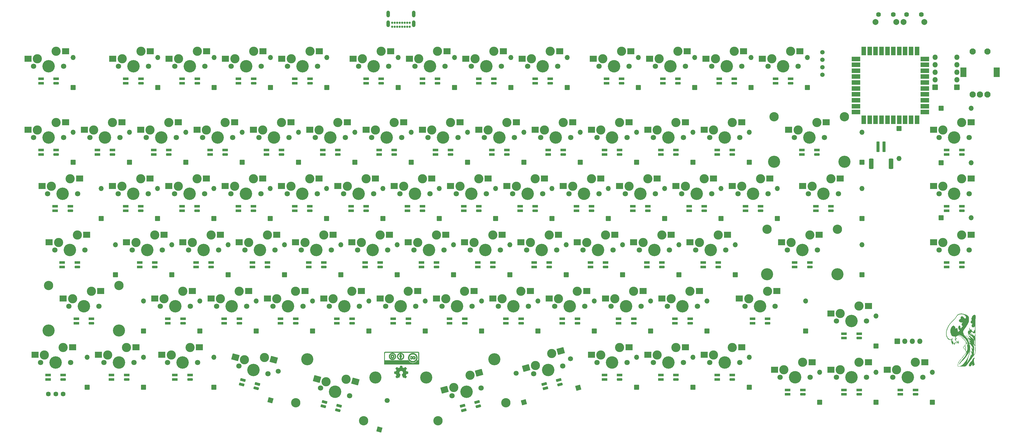
<source format=gbr>
%TF.GenerationSoftware,KiCad,Pcbnew,(6.0.7)*%
%TF.CreationDate,2022-09-18T02:02:10+02:00*%
%TF.ProjectId,Kanagawa_rgb_ansi_stamp,4b616e61-6761-4776-915f-7267625f616e,rev?*%
%TF.SameCoordinates,Original*%
%TF.FileFunction,Soldermask,Bot*%
%TF.FilePolarity,Negative*%
%FSLAX46Y46*%
G04 Gerber Fmt 4.6, Leading zero omitted, Abs format (unit mm)*
G04 Created by KiCad (PCBNEW (6.0.7)) date 2022-09-18 02:02:10*
%MOMM*%
%LPD*%
G01*
G04 APERTURE LIST*
G04 Aperture macros list*
%AMRoundRect*
0 Rectangle with rounded corners*
0 $1 Rounding radius*
0 $2 $3 $4 $5 $6 $7 $8 $9 X,Y pos of 4 corners*
0 Add a 4 corners polygon primitive as box body*
4,1,4,$2,$3,$4,$5,$6,$7,$8,$9,$2,$3,0*
0 Add four circle primitives for the rounded corners*
1,1,$1+$1,$2,$3*
1,1,$1+$1,$4,$5*
1,1,$1+$1,$6,$7*
1,1,$1+$1,$8,$9*
0 Add four rect primitives between the rounded corners*
20,1,$1+$1,$2,$3,$4,$5,0*
20,1,$1+$1,$4,$5,$6,$7,0*
20,1,$1+$1,$6,$7,$8,$9,0*
20,1,$1+$1,$8,$9,$2,$3,0*%
%AMHorizOval*
0 Thick line with rounded ends*
0 $1 width*
0 $2 $3 position (X,Y) of the first rounded end (center of the circle)*
0 $4 $5 position (X,Y) of the second rounded end (center of the circle)*
0 Add line between two ends*
20,1,$1,$2,$3,$4,$5,0*
0 Add two circle primitives to create the rounded ends*
1,1,$1,$2,$3*
1,1,$1,$4,$5*%
G04 Aperture macros list end*
%ADD10C,0.010000*%
%ADD11C,4.200000*%
%ADD12C,1.800000*%
%ADD13C,3.100000*%
%ADD14RoundRect,0.050000X1.150000X1.000000X-1.150000X1.000000X-1.150000X-1.000000X1.150000X-1.000000X0*%
%ADD15RoundRect,0.050000X-0.850000X-0.410000X0.850000X-0.410000X0.850000X0.410000X-0.850000X0.410000X0*%
%ADD16RoundRect,0.255000X-0.645000X-0.205000X0.645000X-0.205000X0.645000X0.205000X-0.645000X0.205000X0*%
%ADD17RoundRect,0.050000X0.800000X-0.800000X0.800000X0.800000X-0.800000X0.800000X-0.800000X-0.800000X0*%
%ADD18O,1.700000X1.700000*%
%ADD19C,1.624000*%
%ADD20C,2.100000*%
%ADD21RoundRect,0.050000X1.000000X-1.600000X1.000000X1.600000X-1.000000X1.600000X-1.000000X-1.600000X0*%
%ADD22RoundRect,0.050000X-0.800000X-0.800000X0.800000X-0.800000X0.800000X0.800000X-0.800000X0.800000X0*%
%ADD23C,2.000000*%
%ADD24RoundRect,0.050000X1.369634X0.668284X-0.851996X1.263568X-1.369634X-0.668284X0.851996X-1.263568X0*%
%ADD25RoundRect,0.050000X-0.927153X-0.176033X0.714921X-0.616026X0.927153X0.176033X-0.714921X0.616026X0*%
%ADD26RoundRect,0.255000X-0.676080X-0.031077X0.569964X-0.364953X0.676080X0.031077X-0.569964X0.364953X0*%
%ADD27RoundRect,0.050000X0.979796X-0.565685X0.565685X0.979796X-0.979796X0.565685X-0.565685X-0.979796X0*%
%ADD28HorizOval,1.700000X0.000000X0.000000X0.000000X0.000000X0*%
%ADD29RoundRect,0.050000X0.850000X0.850000X-0.850000X0.850000X-0.850000X-0.850000X0.850000X-0.850000X0*%
%ADD30O,1.800000X1.800000*%
%ADD31C,4.100000*%
%ADD32C,3.150000*%
%ADD33RoundRect,0.050000X0.851996X1.263568X-1.369634X0.668284X-0.851996X-1.263568X1.369634X-0.668284X0*%
%ADD34RoundRect,0.050000X-0.714921X-0.616026X0.927153X-0.176033X0.714921X0.616026X-0.927153X0.176033X0*%
%ADD35RoundRect,0.255000X-0.569964X-0.364953X0.676080X-0.031077X0.569964X0.364953X-0.676080X0.031077X0*%
%ADD36RoundRect,0.050000X0.565685X-0.979796X0.979796X0.565685X-0.565685X0.979796X-0.979796X-0.565685X0*%
%ADD37HorizOval,1.700000X0.000000X0.000000X0.000000X0.000000X0*%
%ADD38C,1.497000*%
%ADD39RoundRect,0.050000X-0.850000X0.850000X-0.850000X-0.850000X0.850000X-0.850000X0.850000X0.850000X0*%
%ADD40RoundRect,0.050000X-0.800000X0.800000X-0.800000X-0.800000X0.800000X-0.800000X0.800000X0.800000X0*%
%ADD41C,0.750000*%
%ADD42O,1.208000X2.316000*%
%ADD43RoundRect,0.300000X0.250000X1.500000X-0.250000X1.500000X-0.250000X-1.500000X0.250000X-1.500000X0*%
%ADD44RoundRect,0.300001X0.499999X1.449999X-0.499999X1.449999X-0.499999X-1.449999X0.499999X-1.449999X0*%
%ADD45RoundRect,0.050000X1.400000X0.750000X-1.400000X0.750000X-1.400000X-0.750000X1.400000X-0.750000X0*%
%ADD46C,1.450000*%
%ADD47O,1.450000X1.450000*%
%ADD48RoundRect,0.050000X-0.750000X1.400000X-0.750000X-1.400000X0.750000X-1.400000X0.750000X1.400000X0*%
G04 APERTURE END LIST*
%TO.C,G\u002A\u002A\u002A*%
G36*
X177722888Y-173494129D02*
G01*
X177761390Y-173494138D01*
X177795799Y-173494157D01*
X177826353Y-173494189D01*
X177853289Y-173494237D01*
X177876843Y-173494305D01*
X177897251Y-173494396D01*
X177914752Y-173494513D01*
X177929582Y-173494659D01*
X177941977Y-173494838D01*
X177952175Y-173495053D01*
X177960412Y-173495307D01*
X177966925Y-173495604D01*
X177971951Y-173495947D01*
X177975728Y-173496339D01*
X177978490Y-173496783D01*
X177980476Y-173497283D01*
X177981923Y-173497842D01*
X177983067Y-173498463D01*
X177983998Y-173499050D01*
X177987800Y-173502083D01*
X177991018Y-173506124D01*
X177993863Y-173511768D01*
X177996545Y-173519607D01*
X177999274Y-173530234D01*
X178002263Y-173544243D01*
X178005720Y-173562227D01*
X178005806Y-173562689D01*
X178007397Y-173571221D01*
X178009762Y-173583910D01*
X178012834Y-173600400D01*
X178016548Y-173620333D01*
X178020836Y-173643355D01*
X178025633Y-173669108D01*
X178030872Y-173697236D01*
X178036486Y-173727383D01*
X178042410Y-173759192D01*
X178048577Y-173792306D01*
X178054921Y-173826370D01*
X178061374Y-173861027D01*
X178063088Y-173870222D01*
X178069357Y-173903730D01*
X178075429Y-173935981D01*
X178081245Y-173966676D01*
X178086748Y-173995518D01*
X178091879Y-174022207D01*
X178096581Y-174046445D01*
X178100794Y-174067933D01*
X178104461Y-174086373D01*
X178107524Y-174101465D01*
X178109924Y-174112911D01*
X178111604Y-174120413D01*
X178112506Y-174123672D01*
X178112983Y-174124618D01*
X178117653Y-174131541D01*
X178123421Y-174137754D01*
X178124623Y-174138523D01*
X178129978Y-174141207D01*
X178139067Y-174145378D01*
X178151527Y-174150887D01*
X178166997Y-174157585D01*
X178185114Y-174165325D01*
X178205517Y-174173957D01*
X178227843Y-174183334D01*
X178251730Y-174193305D01*
X178276816Y-174203724D01*
X178302740Y-174214441D01*
X178329138Y-174225307D01*
X178355648Y-174236174D01*
X178381910Y-174246893D01*
X178407560Y-174257317D01*
X178432236Y-174267295D01*
X178455577Y-174276681D01*
X178477220Y-174285324D01*
X178496803Y-174293077D01*
X178513965Y-174299790D01*
X178528342Y-174305316D01*
X178539573Y-174309505D01*
X178547297Y-174312210D01*
X178551149Y-174313280D01*
X178558330Y-174313314D01*
X178570777Y-174309834D01*
X178571093Y-174309676D01*
X178574933Y-174307340D01*
X178582296Y-174302575D01*
X178592946Y-174295540D01*
X178606648Y-174286395D01*
X178623165Y-174275300D01*
X178642262Y-174262414D01*
X178663704Y-174247896D01*
X178687255Y-174231906D01*
X178712679Y-174214603D01*
X178739741Y-174196147D01*
X178768205Y-174176697D01*
X178797836Y-174156413D01*
X178828398Y-174135455D01*
X178834780Y-174131074D01*
X178865113Y-174110281D01*
X178894436Y-174090218D01*
X178922517Y-174071043D01*
X178949121Y-174052913D01*
X178974017Y-174035985D01*
X178996973Y-174020417D01*
X179017754Y-174006366D01*
X179036128Y-173993991D01*
X179051863Y-173983447D01*
X179064726Y-173974893D01*
X179074484Y-173968487D01*
X179080903Y-173964384D01*
X179083753Y-173962744D01*
X179090290Y-173961263D01*
X179100683Y-173961522D01*
X179102060Y-173961916D01*
X179103944Y-173962829D01*
X179106389Y-173964404D01*
X179109563Y-173966804D01*
X179113636Y-173970192D01*
X179118775Y-173974731D01*
X179125150Y-173980584D01*
X179132930Y-173987915D01*
X179142282Y-173996885D01*
X179153377Y-174007659D01*
X179166382Y-174020399D01*
X179181466Y-174035268D01*
X179198799Y-174052429D01*
X179218549Y-174072046D01*
X179240884Y-174094281D01*
X179265973Y-174119298D01*
X179293986Y-174147259D01*
X179325090Y-174178327D01*
X179336133Y-174189359D01*
X179366614Y-174219803D01*
X179394045Y-174247208D01*
X179418580Y-174271745D01*
X179440377Y-174293590D01*
X179459589Y-174312915D01*
X179476372Y-174329894D01*
X179490882Y-174344701D01*
X179503274Y-174357510D01*
X179513702Y-174368494D01*
X179522323Y-174377828D01*
X179529292Y-174385684D01*
X179534764Y-174392236D01*
X179538894Y-174397659D01*
X179541838Y-174402125D01*
X179543751Y-174405809D01*
X179544788Y-174408885D01*
X179545105Y-174411525D01*
X179544857Y-174413904D01*
X179544199Y-174416195D01*
X179543287Y-174418572D01*
X179542275Y-174421209D01*
X179542274Y-174421212D01*
X179540564Y-174424256D01*
X179536394Y-174430863D01*
X179529924Y-174440796D01*
X179521316Y-174453815D01*
X179510729Y-174469683D01*
X179498324Y-174488161D01*
X179484263Y-174509011D01*
X179468706Y-174531996D01*
X179451812Y-174556876D01*
X179433744Y-174583414D01*
X179414661Y-174611371D01*
X179394725Y-174640509D01*
X179374096Y-174670590D01*
X179353565Y-174700507D01*
X179333559Y-174729688D01*
X179314375Y-174757697D01*
X179296176Y-174784295D01*
X179279125Y-174809243D01*
X179263387Y-174832300D01*
X179249123Y-174853229D01*
X179236497Y-174871788D01*
X179225672Y-174887740D01*
X179216812Y-174900844D01*
X179210079Y-174910861D01*
X179205637Y-174917551D01*
X179203649Y-174920676D01*
X179203171Y-174921526D01*
X179201515Y-174924503D01*
X179200138Y-174927355D01*
X179199131Y-174930339D01*
X179198583Y-174933713D01*
X179198584Y-174937734D01*
X179199226Y-174942659D01*
X179200597Y-174948746D01*
X179202789Y-174956250D01*
X179205892Y-174965431D01*
X179209995Y-174976544D01*
X179215190Y-174989847D01*
X179221566Y-175005597D01*
X179229213Y-175024051D01*
X179238222Y-175045467D01*
X179248683Y-175070102D01*
X179260686Y-175098213D01*
X179274322Y-175130056D01*
X179289680Y-175165890D01*
X179295814Y-175180189D01*
X179308329Y-175209284D01*
X179320353Y-175237133D01*
X179331754Y-175263435D01*
X179342401Y-175287890D01*
X179352161Y-175310199D01*
X179360902Y-175330060D01*
X179368492Y-175347173D01*
X179374800Y-175361239D01*
X179379693Y-175371957D01*
X179383040Y-175379027D01*
X179384709Y-175382149D01*
X179385669Y-175383446D01*
X179387225Y-175385522D01*
X179388846Y-175387426D01*
X179390767Y-175389211D01*
X179393224Y-175390933D01*
X179396452Y-175392643D01*
X179400687Y-175394397D01*
X179406165Y-175396248D01*
X179413120Y-175398249D01*
X179421789Y-175400455D01*
X179432406Y-175402920D01*
X179445208Y-175405696D01*
X179460430Y-175408838D01*
X179478307Y-175412400D01*
X179499075Y-175416435D01*
X179522970Y-175420998D01*
X179550226Y-175426141D01*
X179581079Y-175431919D01*
X179615766Y-175438386D01*
X179654520Y-175445595D01*
X179697579Y-175453600D01*
X179702068Y-175454436D01*
X179738050Y-175461148D01*
X179772814Y-175467666D01*
X179806082Y-175473938D01*
X179837577Y-175479908D01*
X179867023Y-175485525D01*
X179894142Y-175490733D01*
X179918658Y-175495480D01*
X179940294Y-175499711D01*
X179958773Y-175503374D01*
X179973818Y-175506415D01*
X179985151Y-175508779D01*
X179992497Y-175510414D01*
X179995578Y-175511266D01*
X179995907Y-175511442D01*
X180001888Y-175516097D01*
X180006894Y-175522180D01*
X180007234Y-175522756D01*
X180007845Y-175523992D01*
X180008393Y-175525580D01*
X180008882Y-175527755D01*
X180009315Y-175530756D01*
X180009695Y-175534819D01*
X180010026Y-175540182D01*
X180010311Y-175547081D01*
X180010554Y-175555754D01*
X180010758Y-175566438D01*
X180010927Y-175579369D01*
X180011064Y-175594785D01*
X180011171Y-175612922D01*
X180011254Y-175634018D01*
X180011315Y-175658311D01*
X180011357Y-175686036D01*
X180011384Y-175717431D01*
X180011400Y-175752733D01*
X180011407Y-175792179D01*
X180011410Y-175836007D01*
X180011418Y-176142441D01*
X180002707Y-176151599D01*
X179999176Y-176154995D01*
X179993102Y-176159691D01*
X179988275Y-176162106D01*
X179985892Y-176162581D01*
X179979162Y-176163866D01*
X179968420Y-176165895D01*
X179953947Y-176168615D01*
X179936025Y-176171974D01*
X179914934Y-176175918D01*
X179890956Y-176180397D01*
X179864370Y-176185357D01*
X179835460Y-176190745D01*
X179804504Y-176196510D01*
X179771785Y-176202599D01*
X179737584Y-176208958D01*
X179702181Y-176215537D01*
X179670966Y-176221348D01*
X179636593Y-176227776D01*
X179603667Y-176233964D01*
X179572468Y-176239859D01*
X179543278Y-176245405D01*
X179516378Y-176250549D01*
X179492050Y-176255236D01*
X179470576Y-176259412D01*
X179452236Y-176263023D01*
X179437313Y-176266015D01*
X179426087Y-176268333D01*
X179418840Y-176269922D01*
X179415853Y-176270730D01*
X179408286Y-176276149D01*
X179400328Y-176284584D01*
X179394193Y-176293971D01*
X179393394Y-176295786D01*
X179390897Y-176301784D01*
X179386893Y-176311562D01*
X179381501Y-176324824D01*
X179374841Y-176341274D01*
X179367032Y-176360616D01*
X179358193Y-176382554D01*
X179348443Y-176406794D01*
X179337901Y-176433038D01*
X179326688Y-176460992D01*
X179314921Y-176490359D01*
X179302721Y-176520844D01*
X179299565Y-176528732D01*
X179285268Y-176564484D01*
X179272581Y-176596253D01*
X179261416Y-176624295D01*
X179251689Y-176648863D01*
X179243312Y-176670212D01*
X179236199Y-176688596D01*
X179230266Y-176704269D01*
X179225424Y-176717486D01*
X179221589Y-176728501D01*
X179218674Y-176737569D01*
X179216593Y-176744942D01*
X179215259Y-176750876D01*
X179214587Y-176755626D01*
X179214491Y-176759444D01*
X179214883Y-176762586D01*
X179215679Y-176765306D01*
X179216792Y-176767858D01*
X179218136Y-176770496D01*
X179219301Y-176772357D01*
X179222986Y-176777923D01*
X179228995Y-176786864D01*
X179237163Y-176798941D01*
X179247327Y-176813916D01*
X179259326Y-176831548D01*
X179272994Y-176851599D01*
X179288171Y-176873829D01*
X179304691Y-176898000D01*
X179322393Y-176923871D01*
X179341113Y-176951204D01*
X179360689Y-176979759D01*
X179380956Y-177009298D01*
X179397237Y-177033032D01*
X179416940Y-177061795D01*
X179435807Y-177089382D01*
X179453677Y-177115555D01*
X179470387Y-177140075D01*
X179485776Y-177162702D01*
X179499680Y-177183199D01*
X179511939Y-177201325D01*
X179522390Y-177216842D01*
X179530870Y-177229511D01*
X179537219Y-177239092D01*
X179541273Y-177245348D01*
X179542871Y-177248038D01*
X179543354Y-177249624D01*
X179544220Y-177256831D01*
X179543827Y-177264854D01*
X179543790Y-177265109D01*
X179543481Y-177266689D01*
X179542923Y-177268389D01*
X179541947Y-177270383D01*
X179540387Y-177272847D01*
X179538075Y-177275955D01*
X179534843Y-177279882D01*
X179530524Y-177284803D01*
X179524951Y-177290893D01*
X179517956Y-177298327D01*
X179509371Y-177307280D01*
X179499029Y-177317925D01*
X179486763Y-177330439D01*
X179472405Y-177344997D01*
X179455788Y-177361772D01*
X179436745Y-177380940D01*
X179415107Y-177402675D01*
X179390707Y-177427154D01*
X179363379Y-177454549D01*
X179332954Y-177485037D01*
X179330123Y-177487873D01*
X179304168Y-177513857D01*
X179279025Y-177538993D01*
X179254897Y-177563079D01*
X179231989Y-177585912D01*
X179210505Y-177607291D01*
X179190648Y-177627014D01*
X179172622Y-177644879D01*
X179156631Y-177660682D01*
X179142879Y-177674224D01*
X179131569Y-177685301D01*
X179122907Y-177693711D01*
X179117094Y-177699252D01*
X179114337Y-177701723D01*
X179111612Y-177703693D01*
X179106074Y-177706795D01*
X179100373Y-177707938D01*
X179092314Y-177707719D01*
X179090691Y-177707587D01*
X179088716Y-177707310D01*
X179086538Y-177706775D01*
X179083944Y-177705842D01*
X179080722Y-177704374D01*
X179076661Y-177702231D01*
X179071548Y-177699275D01*
X179065171Y-177695368D01*
X179057319Y-177690371D01*
X179047780Y-177684146D01*
X179036340Y-177676553D01*
X179022790Y-177667454D01*
X179006916Y-177656712D01*
X178988507Y-177644186D01*
X178967351Y-177629739D01*
X178943235Y-177613232D01*
X178915949Y-177594527D01*
X178885279Y-177573484D01*
X178851014Y-177549966D01*
X178830857Y-177536135D01*
X178802163Y-177516465D01*
X178774596Y-177497591D01*
X178748400Y-177479677D01*
X178723820Y-177462889D01*
X178701097Y-177447394D01*
X178680476Y-177433357D01*
X178662199Y-177420943D01*
X178646511Y-177410317D01*
X178633654Y-177401647D01*
X178623873Y-177395096D01*
X178617409Y-177390832D01*
X178614507Y-177389018D01*
X178614059Y-177388795D01*
X178605899Y-177386056D01*
X178597475Y-177384927D01*
X178596243Y-177384942D01*
X178593054Y-177385194D01*
X178589551Y-177385932D01*
X178585271Y-177387376D01*
X178579749Y-177389750D01*
X178572521Y-177393276D01*
X178563123Y-177398176D01*
X178551092Y-177404672D01*
X178535962Y-177412986D01*
X178517271Y-177423341D01*
X178513955Y-177425176D01*
X178497120Y-177434357D01*
X178477900Y-177444665D01*
X178457723Y-177455343D01*
X178438018Y-177465634D01*
X178420214Y-177474780D01*
X178368349Y-177501134D01*
X178358138Y-177497871D01*
X178349990Y-177494094D01*
X178343931Y-177487681D01*
X178343150Y-177485984D01*
X178340624Y-177480132D01*
X178336473Y-177470348D01*
X178330774Y-177456820D01*
X178323607Y-177439739D01*
X178315052Y-177419294D01*
X178305187Y-177395677D01*
X178294091Y-177369077D01*
X178281844Y-177339684D01*
X178268524Y-177307689D01*
X178254212Y-177273280D01*
X178238985Y-177236649D01*
X178222924Y-177197986D01*
X178206108Y-177157480D01*
X178188614Y-177115323D01*
X178170524Y-177071702D01*
X178151915Y-177026810D01*
X178132868Y-176980836D01*
X178112526Y-176931711D01*
X178089996Y-176877265D01*
X178069157Y-176826858D01*
X178049960Y-176780370D01*
X178032355Y-176737681D01*
X178016293Y-176698669D01*
X178001726Y-176663214D01*
X177988605Y-176631197D01*
X177976880Y-176602495D01*
X177966503Y-176576990D01*
X177957424Y-176554561D01*
X177949596Y-176535087D01*
X177942967Y-176518448D01*
X177937491Y-176504523D01*
X177933117Y-176493192D01*
X177929797Y-176484335D01*
X177927482Y-176477830D01*
X177926122Y-176473558D01*
X177925670Y-176471399D01*
X177925683Y-176469126D01*
X177926518Y-176462292D01*
X177928960Y-176456188D01*
X177933513Y-176450256D01*
X177940680Y-176443933D01*
X177950968Y-176436662D01*
X177964879Y-176427881D01*
X177968254Y-176425800D01*
X177980417Y-176418069D01*
X177992198Y-176410263D01*
X178002399Y-176403188D01*
X178009819Y-176397652D01*
X178018771Y-176390739D01*
X178029652Y-176382730D01*
X178039455Y-176375872D01*
X178044398Y-176372496D01*
X178074098Y-176350215D01*
X178104088Y-176324520D01*
X178133505Y-176296280D01*
X178161481Y-176266364D01*
X178187152Y-176235642D01*
X178209652Y-176204981D01*
X178223608Y-176183621D01*
X178250611Y-176136385D01*
X178273293Y-176087645D01*
X178291690Y-176037289D01*
X178305841Y-175985206D01*
X178315783Y-175931286D01*
X178321554Y-175875417D01*
X178322838Y-175837137D01*
X178320715Y-175784389D01*
X178314185Y-175732028D01*
X178303368Y-175680357D01*
X178288386Y-175629680D01*
X178269358Y-175580300D01*
X178246406Y-175532521D01*
X178219651Y-175486647D01*
X178189214Y-175442981D01*
X178155215Y-175401827D01*
X178117776Y-175363490D01*
X178111994Y-175358111D01*
X178070369Y-175322911D01*
X178026434Y-175291591D01*
X177980444Y-175264207D01*
X177932655Y-175240816D01*
X177883322Y-175221473D01*
X177832700Y-175206236D01*
X177781044Y-175195160D01*
X177728609Y-175188302D01*
X177675651Y-175185717D01*
X177622425Y-175187463D01*
X177569186Y-175193595D01*
X177516189Y-175204170D01*
X177463689Y-175219244D01*
X177451995Y-175223250D01*
X177401579Y-175243395D01*
X177353429Y-175267495D01*
X177307294Y-175295687D01*
X177262924Y-175328105D01*
X177255677Y-175334030D01*
X177239760Y-175347963D01*
X177222598Y-175363988D01*
X177205174Y-175381127D01*
X177188471Y-175398401D01*
X177173473Y-175414829D01*
X177161161Y-175429435D01*
X177130677Y-175470884D01*
X177102071Y-175516997D01*
X177077563Y-175564788D01*
X177057179Y-175614003D01*
X177040945Y-175664393D01*
X177028889Y-175715705D01*
X177021038Y-175767690D01*
X177017419Y-175820095D01*
X177018058Y-175872669D01*
X177022983Y-175925162D01*
X177032220Y-175977322D01*
X177045797Y-176028899D01*
X177063740Y-176079640D01*
X177086077Y-176129295D01*
X177105014Y-176164705D01*
X177126951Y-176200159D01*
X177151111Y-176233623D01*
X177178247Y-176266133D01*
X177209111Y-176298725D01*
X177210551Y-176300162D01*
X177241493Y-176329441D01*
X177271386Y-176354589D01*
X177300546Y-176375872D01*
X177309635Y-176382217D01*
X177320520Y-176390205D01*
X177330181Y-176397652D01*
X177331946Y-176399029D01*
X177340283Y-176405087D01*
X177351057Y-176412452D01*
X177363070Y-176420319D01*
X177375121Y-176427881D01*
X177379702Y-176430705D01*
X177392474Y-176438975D01*
X177401773Y-176445903D01*
X177408104Y-176452050D01*
X177411971Y-176457974D01*
X177413878Y-176464238D01*
X177414330Y-176471399D01*
X177414012Y-176473063D01*
X177412803Y-176476983D01*
X177410645Y-176483119D01*
X177407490Y-176491592D01*
X177403288Y-176502521D01*
X177397990Y-176516027D01*
X177391547Y-176532230D01*
X177383911Y-176551251D01*
X177375032Y-176573209D01*
X177364862Y-176598226D01*
X177353352Y-176626420D01*
X177340452Y-176657914D01*
X177326115Y-176692826D01*
X177310290Y-176731278D01*
X177292929Y-176773389D01*
X177273983Y-176819280D01*
X177253404Y-176869072D01*
X177231141Y-176922883D01*
X177207147Y-176980836D01*
X177192687Y-177015743D01*
X177173965Y-177060916D01*
X177155743Y-177104863D01*
X177138098Y-177147393D01*
X177121111Y-177188318D01*
X177104860Y-177227446D01*
X177089424Y-177264588D01*
X177074883Y-177299553D01*
X177061315Y-177332152D01*
X177048800Y-177362194D01*
X177037418Y-177389489D01*
X177027246Y-177413848D01*
X177018365Y-177435080D01*
X177010853Y-177452994D01*
X177004790Y-177467402D01*
X177000255Y-177478112D01*
X176997327Y-177484936D01*
X176996085Y-177487681D01*
X176991117Y-177493299D01*
X176981863Y-177497871D01*
X176971652Y-177501134D01*
X176919787Y-177474780D01*
X176916016Y-177472859D01*
X176897659Y-177463389D01*
X176877723Y-177452945D01*
X176857637Y-177442284D01*
X176838829Y-177432164D01*
X176822729Y-177423341D01*
X176815147Y-177419135D01*
X176797870Y-177409585D01*
X176783977Y-177401991D01*
X176773006Y-177396130D01*
X176764491Y-177391781D01*
X176757969Y-177388721D01*
X176752975Y-177386727D01*
X176749046Y-177385579D01*
X176745717Y-177385053D01*
X176742526Y-177384927D01*
X176742021Y-177384933D01*
X176733486Y-177386203D01*
X176725493Y-177389017D01*
X176723908Y-177389983D01*
X176718546Y-177393488D01*
X176709789Y-177399332D01*
X176697880Y-177407347D01*
X176683062Y-177417370D01*
X176665579Y-177429234D01*
X176645674Y-177442774D01*
X176623590Y-177457824D01*
X176599572Y-177474218D01*
X176573861Y-177491790D01*
X176546703Y-177510376D01*
X176518339Y-177529810D01*
X176489014Y-177549925D01*
X176478407Y-177557204D01*
X176445194Y-177579993D01*
X176415513Y-177600346D01*
X176389152Y-177618401D01*
X176365899Y-177634296D01*
X176345543Y-177648171D01*
X176327874Y-177660164D01*
X176312679Y-177670414D01*
X176299748Y-177679059D01*
X176288868Y-177686238D01*
X176279830Y-177692089D01*
X176272421Y-177696752D01*
X176266430Y-177700364D01*
X176261645Y-177703064D01*
X176257857Y-177704992D01*
X176254852Y-177706285D01*
X176252421Y-177707083D01*
X176250351Y-177707523D01*
X176248431Y-177707745D01*
X176242373Y-177708012D01*
X176235135Y-177707029D01*
X176228689Y-177703967D01*
X176228448Y-177703794D01*
X176225296Y-177700990D01*
X176219125Y-177695149D01*
X176210136Y-177686471D01*
X176198528Y-177675152D01*
X176184503Y-177661393D01*
X176168261Y-177645389D01*
X176150003Y-177627341D01*
X176129930Y-177607447D01*
X176108241Y-177585904D01*
X176085139Y-177562911D01*
X176060824Y-177538666D01*
X176035496Y-177513369D01*
X176009356Y-177487216D01*
X176000814Y-177478662D01*
X175971058Y-177448862D01*
X175944356Y-177422107D01*
X175920540Y-177398224D01*
X175899445Y-177377039D01*
X175880904Y-177358379D01*
X175864750Y-177342068D01*
X175850816Y-177327935D01*
X175838937Y-177315804D01*
X175828945Y-177305502D01*
X175820673Y-177296856D01*
X175813956Y-177289691D01*
X175808626Y-177283834D01*
X175804517Y-177279111D01*
X175801463Y-177275348D01*
X175799296Y-177272372D01*
X175797850Y-177270008D01*
X175796959Y-177268083D01*
X175796455Y-177266423D01*
X175796173Y-177264854D01*
X175795933Y-177262772D01*
X175795910Y-177254537D01*
X175797166Y-177247942D01*
X175797916Y-177246669D01*
X175801084Y-177241786D01*
X175806537Y-177233576D01*
X175814081Y-177222322D01*
X175823520Y-177208311D01*
X175834660Y-177191829D01*
X175847306Y-177173161D01*
X175861263Y-177152593D01*
X175876336Y-177130409D01*
X175892330Y-177106897D01*
X175909051Y-177082340D01*
X175926304Y-177057026D01*
X175943894Y-177031238D01*
X175961626Y-177005264D01*
X175979305Y-176979389D01*
X175996736Y-176953897D01*
X176013726Y-176929076D01*
X176030078Y-176905209D01*
X176045599Y-176882584D01*
X176060092Y-176861484D01*
X176073364Y-176842197D01*
X176085220Y-176825008D01*
X176095464Y-176810201D01*
X176103903Y-176798063D01*
X176110340Y-176788880D01*
X176111833Y-176786747D01*
X176118455Y-176776521D01*
X176122553Y-176768217D01*
X176124637Y-176760579D01*
X176125218Y-176752356D01*
X176125131Y-176750810D01*
X176124639Y-176747809D01*
X176123632Y-176743728D01*
X176122016Y-176738319D01*
X176119696Y-176731338D01*
X176116581Y-176722538D01*
X176112576Y-176711672D01*
X176107587Y-176698494D01*
X176101522Y-176682759D01*
X176094286Y-176664219D01*
X176085787Y-176642630D01*
X176075930Y-176617744D01*
X176064622Y-176589315D01*
X176051770Y-176557097D01*
X176037280Y-176520844D01*
X176028424Y-176498712D01*
X176016525Y-176469006D01*
X176005146Y-176440630D01*
X175994406Y-176413882D01*
X175984425Y-176389057D01*
X175975321Y-176366451D01*
X175967214Y-176346360D01*
X175960224Y-176329078D01*
X175954468Y-176314903D01*
X175950068Y-176304129D01*
X175947141Y-176297053D01*
X175945807Y-176293971D01*
X175940188Y-176285240D01*
X175932304Y-176276678D01*
X175924147Y-176270730D01*
X175921750Y-176270062D01*
X175915000Y-176268563D01*
X175904238Y-176266330D01*
X175889744Y-176263416D01*
X175871800Y-176259877D01*
X175850687Y-176255766D01*
X175826688Y-176251137D01*
X175800082Y-176246046D01*
X175771153Y-176240545D01*
X175740180Y-176234689D01*
X175707446Y-176228533D01*
X175673232Y-176222131D01*
X175637820Y-176215537D01*
X175606517Y-176209720D01*
X175572160Y-176203332D01*
X175539252Y-176197209D01*
X175508075Y-176191404D01*
X175478909Y-176185968D01*
X175452037Y-176180955D01*
X175427738Y-176176418D01*
X175406293Y-176172407D01*
X175387984Y-176168977D01*
X175373092Y-176166179D01*
X175361898Y-176164067D01*
X175354682Y-176162692D01*
X175351726Y-176162106D01*
X175349072Y-176161000D01*
X175343289Y-176157064D01*
X175337294Y-176151599D01*
X175328582Y-176142441D01*
X175328591Y-175836007D01*
X175328592Y-175812896D01*
X175328596Y-175771352D01*
X175328607Y-175734068D01*
X175328629Y-175700805D01*
X175328663Y-175671328D01*
X175328714Y-175645399D01*
X175328786Y-175622780D01*
X175328881Y-175603236D01*
X175329003Y-175586528D01*
X175329156Y-175572420D01*
X175329342Y-175560675D01*
X175329566Y-175551056D01*
X175329830Y-175543325D01*
X175330139Y-175537246D01*
X175330495Y-175532581D01*
X175330902Y-175529094D01*
X175331363Y-175526548D01*
X175331882Y-175524704D01*
X175332462Y-175523327D01*
X175333107Y-175522180D01*
X175333327Y-175521827D01*
X175338474Y-175515751D01*
X175344445Y-175511255D01*
X175344585Y-175511194D01*
X175348207Y-175510242D01*
X175356060Y-175508513D01*
X175367866Y-175506061D01*
X175383350Y-175502939D01*
X175402234Y-175499202D01*
X175424241Y-175494903D01*
X175449093Y-175490096D01*
X175476515Y-175484833D01*
X175506230Y-175479169D01*
X175537959Y-175473158D01*
X175571427Y-175466852D01*
X175606356Y-175460306D01*
X175642469Y-175453573D01*
X175667621Y-175448897D01*
X175708188Y-175441353D01*
X175744586Y-175434575D01*
X175777051Y-175428508D01*
X175805817Y-175423099D01*
X175831120Y-175418295D01*
X175853197Y-175414040D01*
X175872282Y-175410282D01*
X175888610Y-175406967D01*
X175902418Y-175404041D01*
X175913940Y-175401450D01*
X175923413Y-175399141D01*
X175931072Y-175397059D01*
X175937152Y-175395151D01*
X175941889Y-175393363D01*
X175945518Y-175391642D01*
X175948275Y-175389933D01*
X175950396Y-175388183D01*
X175952115Y-175386338D01*
X175953668Y-175384345D01*
X175955292Y-175382149D01*
X175955874Y-175381164D01*
X175958363Y-175376113D01*
X175962468Y-175367257D01*
X175968056Y-175354897D01*
X175974995Y-175339333D01*
X175983153Y-175320865D01*
X175992398Y-175299794D01*
X176002600Y-175276419D01*
X176013624Y-175251041D01*
X176025340Y-175223960D01*
X176037616Y-175195476D01*
X176050320Y-175165890D01*
X176054606Y-175155891D01*
X176069494Y-175121151D01*
X176082684Y-175090331D01*
X176094266Y-175063176D01*
X176104329Y-175039428D01*
X176112965Y-175018830D01*
X176120263Y-175001125D01*
X176126314Y-174986055D01*
X176131207Y-174973363D01*
X176135034Y-174962793D01*
X176137884Y-174954086D01*
X176139847Y-174946987D01*
X176141015Y-174941237D01*
X176141476Y-174936579D01*
X176141321Y-174932757D01*
X176140641Y-174929513D01*
X176139525Y-174926589D01*
X176138064Y-174923730D01*
X176136349Y-174920676D01*
X176134381Y-174917583D01*
X176129954Y-174910914D01*
X176123234Y-174900918D01*
X176114387Y-174887833D01*
X176103574Y-174871899D01*
X176090958Y-174853356D01*
X176076704Y-174832442D01*
X176060974Y-174809397D01*
X176043931Y-174784461D01*
X176025738Y-174757873D01*
X176006559Y-174729872D01*
X175986557Y-174700698D01*
X175965895Y-174670590D01*
X175965833Y-174670500D01*
X175945205Y-174640422D01*
X175925271Y-174611287D01*
X175906191Y-174583333D01*
X175888125Y-174556800D01*
X175871236Y-174531926D01*
X175855683Y-174508947D01*
X175841626Y-174488103D01*
X175829227Y-174469633D01*
X175818647Y-174453773D01*
X175810045Y-174440762D01*
X175803582Y-174430839D01*
X175799420Y-174424242D01*
X175797718Y-174421209D01*
X175797375Y-174420277D01*
X175796382Y-174417746D01*
X175795540Y-174415417D01*
X175795004Y-174413115D01*
X175794931Y-174410666D01*
X175795476Y-174407898D01*
X175796793Y-174404635D01*
X175799038Y-174400706D01*
X175802367Y-174395934D01*
X175806935Y-174390148D01*
X175812896Y-174383174D01*
X175820407Y-174374837D01*
X175829623Y-174364964D01*
X175840699Y-174353381D01*
X175853791Y-174339915D01*
X175869053Y-174324392D01*
X175886641Y-174306638D01*
X175906711Y-174286480D01*
X175929417Y-174263743D01*
X175954916Y-174238255D01*
X175983362Y-174209840D01*
X176014910Y-174178327D01*
X176043503Y-174149766D01*
X176071771Y-174121549D01*
X176097102Y-174096289D01*
X176119663Y-174073825D01*
X176139625Y-174053993D01*
X176157156Y-174036630D01*
X176172424Y-174021573D01*
X176185599Y-174008659D01*
X176196849Y-173997725D01*
X176206342Y-173988608D01*
X176214248Y-173981146D01*
X176220736Y-173975174D01*
X176225973Y-173970530D01*
X176230130Y-173967050D01*
X176233373Y-173964573D01*
X176235874Y-173962935D01*
X176237799Y-173961972D01*
X176239318Y-173961522D01*
X176246360Y-173961021D01*
X176256248Y-173962744D01*
X176256533Y-173962874D01*
X176260140Y-173965037D01*
X176267270Y-173969629D01*
X176277690Y-173976493D01*
X176291166Y-173985471D01*
X176307466Y-173996407D01*
X176326358Y-174009142D01*
X176347608Y-174023520D01*
X176370984Y-174039382D01*
X176396253Y-174056572D01*
X176423182Y-174074931D01*
X176451539Y-174094303D01*
X176481090Y-174114530D01*
X176511603Y-174135455D01*
X176517567Y-174139547D01*
X176547967Y-174160388D01*
X176577391Y-174180524D01*
X176605603Y-174199794D01*
X176632367Y-174218039D01*
X176657447Y-174235101D01*
X176680609Y-174250819D01*
X176701616Y-174265035D01*
X176720234Y-174277588D01*
X176736225Y-174288318D01*
X176749356Y-174297068D01*
X176759389Y-174303677D01*
X176766091Y-174307986D01*
X176769224Y-174309834D01*
X176776732Y-174312447D01*
X176788851Y-174313280D01*
X176790394Y-174312924D01*
X176796347Y-174310967D01*
X176805979Y-174307455D01*
X176818926Y-174302538D01*
X176834828Y-174296362D01*
X176853320Y-174289079D01*
X176874043Y-174280834D01*
X176896633Y-174271778D01*
X176920728Y-174262060D01*
X176945967Y-174251826D01*
X176971987Y-174241227D01*
X176998426Y-174230411D01*
X177024922Y-174219525D01*
X177051113Y-174208720D01*
X177076636Y-174198143D01*
X177101131Y-174187944D01*
X177124234Y-174178270D01*
X177145583Y-174169270D01*
X177164817Y-174161093D01*
X177181573Y-174153888D01*
X177195490Y-174147803D01*
X177206204Y-174142986D01*
X177213355Y-174139587D01*
X177216579Y-174137754D01*
X177217449Y-174136960D01*
X177223203Y-174130434D01*
X177227507Y-174123647D01*
X177227673Y-174123183D01*
X177228770Y-174118741D01*
X177230637Y-174110111D01*
X177233220Y-174097566D01*
X177236467Y-174081382D01*
X177240323Y-174061832D01*
X177244737Y-174039191D01*
X177249655Y-174013734D01*
X177255024Y-173985734D01*
X177260792Y-173955465D01*
X177266904Y-173923203D01*
X177273308Y-173889221D01*
X177279951Y-173853794D01*
X177286779Y-173817196D01*
X177288756Y-173806584D01*
X177295537Y-173770291D01*
X177302119Y-173735247D01*
X177308446Y-173701725D01*
X177314468Y-173670001D01*
X177320129Y-173640349D01*
X177325378Y-173613043D01*
X177330160Y-173588357D01*
X177334424Y-173566567D01*
X177338116Y-173547945D01*
X177341182Y-173532768D01*
X177343570Y-173521309D01*
X177345227Y-173513843D01*
X177346099Y-173510644D01*
X177346262Y-173510310D01*
X177350969Y-173503661D01*
X177356934Y-173498463D01*
X177357172Y-173498320D01*
X177358362Y-173497713D01*
X177359908Y-173497168D01*
X177362045Y-173496680D01*
X177365011Y-173496248D01*
X177369042Y-173495867D01*
X177374376Y-173495535D01*
X177381249Y-173495248D01*
X177389899Y-173495002D01*
X177400561Y-173494796D01*
X177413473Y-173494624D01*
X177428872Y-173494484D01*
X177446994Y-173494374D01*
X177468076Y-173494288D01*
X177492356Y-173494225D01*
X177520069Y-173494181D01*
X177551454Y-173494152D01*
X177586746Y-173494135D01*
X177626182Y-173494128D01*
X177670000Y-173494126D01*
X177680057Y-173494126D01*
X177722888Y-173494129D01*
G37*
D10*
X177722888Y-173494129D02*
X177761390Y-173494138D01*
X177795799Y-173494157D01*
X177826353Y-173494189D01*
X177853289Y-173494237D01*
X177876843Y-173494305D01*
X177897251Y-173494396D01*
X177914752Y-173494513D01*
X177929582Y-173494659D01*
X177941977Y-173494838D01*
X177952175Y-173495053D01*
X177960412Y-173495307D01*
X177966925Y-173495604D01*
X177971951Y-173495947D01*
X177975728Y-173496339D01*
X177978490Y-173496783D01*
X177980476Y-173497283D01*
X177981923Y-173497842D01*
X177983067Y-173498463D01*
X177983998Y-173499050D01*
X177987800Y-173502083D01*
X177991018Y-173506124D01*
X177993863Y-173511768D01*
X177996545Y-173519607D01*
X177999274Y-173530234D01*
X178002263Y-173544243D01*
X178005720Y-173562227D01*
X178005806Y-173562689D01*
X178007397Y-173571221D01*
X178009762Y-173583910D01*
X178012834Y-173600400D01*
X178016548Y-173620333D01*
X178020836Y-173643355D01*
X178025633Y-173669108D01*
X178030872Y-173697236D01*
X178036486Y-173727383D01*
X178042410Y-173759192D01*
X178048577Y-173792306D01*
X178054921Y-173826370D01*
X178061374Y-173861027D01*
X178063088Y-173870222D01*
X178069357Y-173903730D01*
X178075429Y-173935981D01*
X178081245Y-173966676D01*
X178086748Y-173995518D01*
X178091879Y-174022207D01*
X178096581Y-174046445D01*
X178100794Y-174067933D01*
X178104461Y-174086373D01*
X178107524Y-174101465D01*
X178109924Y-174112911D01*
X178111604Y-174120413D01*
X178112506Y-174123672D01*
X178112983Y-174124618D01*
X178117653Y-174131541D01*
X178123421Y-174137754D01*
X178124623Y-174138523D01*
X178129978Y-174141207D01*
X178139067Y-174145378D01*
X178151527Y-174150887D01*
X178166997Y-174157585D01*
X178185114Y-174165325D01*
X178205517Y-174173957D01*
X178227843Y-174183334D01*
X178251730Y-174193305D01*
X178276816Y-174203724D01*
X178302740Y-174214441D01*
X178329138Y-174225307D01*
X178355648Y-174236174D01*
X178381910Y-174246893D01*
X178407560Y-174257317D01*
X178432236Y-174267295D01*
X178455577Y-174276681D01*
X178477220Y-174285324D01*
X178496803Y-174293077D01*
X178513965Y-174299790D01*
X178528342Y-174305316D01*
X178539573Y-174309505D01*
X178547297Y-174312210D01*
X178551149Y-174313280D01*
X178558330Y-174313314D01*
X178570777Y-174309834D01*
X178571093Y-174309676D01*
X178574933Y-174307340D01*
X178582296Y-174302575D01*
X178592946Y-174295540D01*
X178606648Y-174286395D01*
X178623165Y-174275300D01*
X178642262Y-174262414D01*
X178663704Y-174247896D01*
X178687255Y-174231906D01*
X178712679Y-174214603D01*
X178739741Y-174196147D01*
X178768205Y-174176697D01*
X178797836Y-174156413D01*
X178828398Y-174135455D01*
X178834780Y-174131074D01*
X178865113Y-174110281D01*
X178894436Y-174090218D01*
X178922517Y-174071043D01*
X178949121Y-174052913D01*
X178974017Y-174035985D01*
X178996973Y-174020417D01*
X179017754Y-174006366D01*
X179036128Y-173993991D01*
X179051863Y-173983447D01*
X179064726Y-173974893D01*
X179074484Y-173968487D01*
X179080903Y-173964384D01*
X179083753Y-173962744D01*
X179090290Y-173961263D01*
X179100683Y-173961522D01*
X179102060Y-173961916D01*
X179103944Y-173962829D01*
X179106389Y-173964404D01*
X179109563Y-173966804D01*
X179113636Y-173970192D01*
X179118775Y-173974731D01*
X179125150Y-173980584D01*
X179132930Y-173987915D01*
X179142282Y-173996885D01*
X179153377Y-174007659D01*
X179166382Y-174020399D01*
X179181466Y-174035268D01*
X179198799Y-174052429D01*
X179218549Y-174072046D01*
X179240884Y-174094281D01*
X179265973Y-174119298D01*
X179293986Y-174147259D01*
X179325090Y-174178327D01*
X179336133Y-174189359D01*
X179366614Y-174219803D01*
X179394045Y-174247208D01*
X179418580Y-174271745D01*
X179440377Y-174293590D01*
X179459589Y-174312915D01*
X179476372Y-174329894D01*
X179490882Y-174344701D01*
X179503274Y-174357510D01*
X179513702Y-174368494D01*
X179522323Y-174377828D01*
X179529292Y-174385684D01*
X179534764Y-174392236D01*
X179538894Y-174397659D01*
X179541838Y-174402125D01*
X179543751Y-174405809D01*
X179544788Y-174408885D01*
X179545105Y-174411525D01*
X179544857Y-174413904D01*
X179544199Y-174416195D01*
X179543287Y-174418572D01*
X179542275Y-174421209D01*
X179542274Y-174421212D01*
X179540564Y-174424256D01*
X179536394Y-174430863D01*
X179529924Y-174440796D01*
X179521316Y-174453815D01*
X179510729Y-174469683D01*
X179498324Y-174488161D01*
X179484263Y-174509011D01*
X179468706Y-174531996D01*
X179451812Y-174556876D01*
X179433744Y-174583414D01*
X179414661Y-174611371D01*
X179394725Y-174640509D01*
X179374096Y-174670590D01*
X179353565Y-174700507D01*
X179333559Y-174729688D01*
X179314375Y-174757697D01*
X179296176Y-174784295D01*
X179279125Y-174809243D01*
X179263387Y-174832300D01*
X179249123Y-174853229D01*
X179236497Y-174871788D01*
X179225672Y-174887740D01*
X179216812Y-174900844D01*
X179210079Y-174910861D01*
X179205637Y-174917551D01*
X179203649Y-174920676D01*
X179203171Y-174921526D01*
X179201515Y-174924503D01*
X179200138Y-174927355D01*
X179199131Y-174930339D01*
X179198583Y-174933713D01*
X179198584Y-174937734D01*
X179199226Y-174942659D01*
X179200597Y-174948746D01*
X179202789Y-174956250D01*
X179205892Y-174965431D01*
X179209995Y-174976544D01*
X179215190Y-174989847D01*
X179221566Y-175005597D01*
X179229213Y-175024051D01*
X179238222Y-175045467D01*
X179248683Y-175070102D01*
X179260686Y-175098213D01*
X179274322Y-175130056D01*
X179289680Y-175165890D01*
X179295814Y-175180189D01*
X179308329Y-175209284D01*
X179320353Y-175237133D01*
X179331754Y-175263435D01*
X179342401Y-175287890D01*
X179352161Y-175310199D01*
X179360902Y-175330060D01*
X179368492Y-175347173D01*
X179374800Y-175361239D01*
X179379693Y-175371957D01*
X179383040Y-175379027D01*
X179384709Y-175382149D01*
X179385669Y-175383446D01*
X179387225Y-175385522D01*
X179388846Y-175387426D01*
X179390767Y-175389211D01*
X179393224Y-175390933D01*
X179396452Y-175392643D01*
X179400687Y-175394397D01*
X179406165Y-175396248D01*
X179413120Y-175398249D01*
X179421789Y-175400455D01*
X179432406Y-175402920D01*
X179445208Y-175405696D01*
X179460430Y-175408838D01*
X179478307Y-175412400D01*
X179499075Y-175416435D01*
X179522970Y-175420998D01*
X179550226Y-175426141D01*
X179581079Y-175431919D01*
X179615766Y-175438386D01*
X179654520Y-175445595D01*
X179697579Y-175453600D01*
X179702068Y-175454436D01*
X179738050Y-175461148D01*
X179772814Y-175467666D01*
X179806082Y-175473938D01*
X179837577Y-175479908D01*
X179867023Y-175485525D01*
X179894142Y-175490733D01*
X179918658Y-175495480D01*
X179940294Y-175499711D01*
X179958773Y-175503374D01*
X179973818Y-175506415D01*
X179985151Y-175508779D01*
X179992497Y-175510414D01*
X179995578Y-175511266D01*
X179995907Y-175511442D01*
X180001888Y-175516097D01*
X180006894Y-175522180D01*
X180007234Y-175522756D01*
X180007845Y-175523992D01*
X180008393Y-175525580D01*
X180008882Y-175527755D01*
X180009315Y-175530756D01*
X180009695Y-175534819D01*
X180010026Y-175540182D01*
X180010311Y-175547081D01*
X180010554Y-175555754D01*
X180010758Y-175566438D01*
X180010927Y-175579369D01*
X180011064Y-175594785D01*
X180011171Y-175612922D01*
X180011254Y-175634018D01*
X180011315Y-175658311D01*
X180011357Y-175686036D01*
X180011384Y-175717431D01*
X180011400Y-175752733D01*
X180011407Y-175792179D01*
X180011410Y-175836007D01*
X180011418Y-176142441D01*
X180002707Y-176151599D01*
X179999176Y-176154995D01*
X179993102Y-176159691D01*
X179988275Y-176162106D01*
X179985892Y-176162581D01*
X179979162Y-176163866D01*
X179968420Y-176165895D01*
X179953947Y-176168615D01*
X179936025Y-176171974D01*
X179914934Y-176175918D01*
X179890956Y-176180397D01*
X179864370Y-176185357D01*
X179835460Y-176190745D01*
X179804504Y-176196510D01*
X179771785Y-176202599D01*
X179737584Y-176208958D01*
X179702181Y-176215537D01*
X179670966Y-176221348D01*
X179636593Y-176227776D01*
X179603667Y-176233964D01*
X179572468Y-176239859D01*
X179543278Y-176245405D01*
X179516378Y-176250549D01*
X179492050Y-176255236D01*
X179470576Y-176259412D01*
X179452236Y-176263023D01*
X179437313Y-176266015D01*
X179426087Y-176268333D01*
X179418840Y-176269922D01*
X179415853Y-176270730D01*
X179408286Y-176276149D01*
X179400328Y-176284584D01*
X179394193Y-176293971D01*
X179393394Y-176295786D01*
X179390897Y-176301784D01*
X179386893Y-176311562D01*
X179381501Y-176324824D01*
X179374841Y-176341274D01*
X179367032Y-176360616D01*
X179358193Y-176382554D01*
X179348443Y-176406794D01*
X179337901Y-176433038D01*
X179326688Y-176460992D01*
X179314921Y-176490359D01*
X179302721Y-176520844D01*
X179299565Y-176528732D01*
X179285268Y-176564484D01*
X179272581Y-176596253D01*
X179261416Y-176624295D01*
X179251689Y-176648863D01*
X179243312Y-176670212D01*
X179236199Y-176688596D01*
X179230266Y-176704269D01*
X179225424Y-176717486D01*
X179221589Y-176728501D01*
X179218674Y-176737569D01*
X179216593Y-176744942D01*
X179215259Y-176750876D01*
X179214587Y-176755626D01*
X179214491Y-176759444D01*
X179214883Y-176762586D01*
X179215679Y-176765306D01*
X179216792Y-176767858D01*
X179218136Y-176770496D01*
X179219301Y-176772357D01*
X179222986Y-176777923D01*
X179228995Y-176786864D01*
X179237163Y-176798941D01*
X179247327Y-176813916D01*
X179259326Y-176831548D01*
X179272994Y-176851599D01*
X179288171Y-176873829D01*
X179304691Y-176898000D01*
X179322393Y-176923871D01*
X179341113Y-176951204D01*
X179360689Y-176979759D01*
X179380956Y-177009298D01*
X179397237Y-177033032D01*
X179416940Y-177061795D01*
X179435807Y-177089382D01*
X179453677Y-177115555D01*
X179470387Y-177140075D01*
X179485776Y-177162702D01*
X179499680Y-177183199D01*
X179511939Y-177201325D01*
X179522390Y-177216842D01*
X179530870Y-177229511D01*
X179537219Y-177239092D01*
X179541273Y-177245348D01*
X179542871Y-177248038D01*
X179543354Y-177249624D01*
X179544220Y-177256831D01*
X179543827Y-177264854D01*
X179543790Y-177265109D01*
X179543481Y-177266689D01*
X179542923Y-177268389D01*
X179541947Y-177270383D01*
X179540387Y-177272847D01*
X179538075Y-177275955D01*
X179534843Y-177279882D01*
X179530524Y-177284803D01*
X179524951Y-177290893D01*
X179517956Y-177298327D01*
X179509371Y-177307280D01*
X179499029Y-177317925D01*
X179486763Y-177330439D01*
X179472405Y-177344997D01*
X179455788Y-177361772D01*
X179436745Y-177380940D01*
X179415107Y-177402675D01*
X179390707Y-177427154D01*
X179363379Y-177454549D01*
X179332954Y-177485037D01*
X179330123Y-177487873D01*
X179304168Y-177513857D01*
X179279025Y-177538993D01*
X179254897Y-177563079D01*
X179231989Y-177585912D01*
X179210505Y-177607291D01*
X179190648Y-177627014D01*
X179172622Y-177644879D01*
X179156631Y-177660682D01*
X179142879Y-177674224D01*
X179131569Y-177685301D01*
X179122907Y-177693711D01*
X179117094Y-177699252D01*
X179114337Y-177701723D01*
X179111612Y-177703693D01*
X179106074Y-177706795D01*
X179100373Y-177707938D01*
X179092314Y-177707719D01*
X179090691Y-177707587D01*
X179088716Y-177707310D01*
X179086538Y-177706775D01*
X179083944Y-177705842D01*
X179080722Y-177704374D01*
X179076661Y-177702231D01*
X179071548Y-177699275D01*
X179065171Y-177695368D01*
X179057319Y-177690371D01*
X179047780Y-177684146D01*
X179036340Y-177676553D01*
X179022790Y-177667454D01*
X179006916Y-177656712D01*
X178988507Y-177644186D01*
X178967351Y-177629739D01*
X178943235Y-177613232D01*
X178915949Y-177594527D01*
X178885279Y-177573484D01*
X178851014Y-177549966D01*
X178830857Y-177536135D01*
X178802163Y-177516465D01*
X178774596Y-177497591D01*
X178748400Y-177479677D01*
X178723820Y-177462889D01*
X178701097Y-177447394D01*
X178680476Y-177433357D01*
X178662199Y-177420943D01*
X178646511Y-177410317D01*
X178633654Y-177401647D01*
X178623873Y-177395096D01*
X178617409Y-177390832D01*
X178614507Y-177389018D01*
X178614059Y-177388795D01*
X178605899Y-177386056D01*
X178597475Y-177384927D01*
X178596243Y-177384942D01*
X178593054Y-177385194D01*
X178589551Y-177385932D01*
X178585271Y-177387376D01*
X178579749Y-177389750D01*
X178572521Y-177393276D01*
X178563123Y-177398176D01*
X178551092Y-177404672D01*
X178535962Y-177412986D01*
X178517271Y-177423341D01*
X178513955Y-177425176D01*
X178497120Y-177434357D01*
X178477900Y-177444665D01*
X178457723Y-177455343D01*
X178438018Y-177465634D01*
X178420214Y-177474780D01*
X178368349Y-177501134D01*
X178358138Y-177497871D01*
X178349990Y-177494094D01*
X178343931Y-177487681D01*
X178343150Y-177485984D01*
X178340624Y-177480132D01*
X178336473Y-177470348D01*
X178330774Y-177456820D01*
X178323607Y-177439739D01*
X178315052Y-177419294D01*
X178305187Y-177395677D01*
X178294091Y-177369077D01*
X178281844Y-177339684D01*
X178268524Y-177307689D01*
X178254212Y-177273280D01*
X178238985Y-177236649D01*
X178222924Y-177197986D01*
X178206108Y-177157480D01*
X178188614Y-177115323D01*
X178170524Y-177071702D01*
X178151915Y-177026810D01*
X178132868Y-176980836D01*
X178112526Y-176931711D01*
X178089996Y-176877265D01*
X178069157Y-176826858D01*
X178049960Y-176780370D01*
X178032355Y-176737681D01*
X178016293Y-176698669D01*
X178001726Y-176663214D01*
X177988605Y-176631197D01*
X177976880Y-176602495D01*
X177966503Y-176576990D01*
X177957424Y-176554561D01*
X177949596Y-176535087D01*
X177942967Y-176518448D01*
X177937491Y-176504523D01*
X177933117Y-176493192D01*
X177929797Y-176484335D01*
X177927482Y-176477830D01*
X177926122Y-176473558D01*
X177925670Y-176471399D01*
X177925683Y-176469126D01*
X177926518Y-176462292D01*
X177928960Y-176456188D01*
X177933513Y-176450256D01*
X177940680Y-176443933D01*
X177950968Y-176436662D01*
X177964879Y-176427881D01*
X177968254Y-176425800D01*
X177980417Y-176418069D01*
X177992198Y-176410263D01*
X178002399Y-176403188D01*
X178009819Y-176397652D01*
X178018771Y-176390739D01*
X178029652Y-176382730D01*
X178039455Y-176375872D01*
X178044398Y-176372496D01*
X178074098Y-176350215D01*
X178104088Y-176324520D01*
X178133505Y-176296280D01*
X178161481Y-176266364D01*
X178187152Y-176235642D01*
X178209652Y-176204981D01*
X178223608Y-176183621D01*
X178250611Y-176136385D01*
X178273293Y-176087645D01*
X178291690Y-176037289D01*
X178305841Y-175985206D01*
X178315783Y-175931286D01*
X178321554Y-175875417D01*
X178322838Y-175837137D01*
X178320715Y-175784389D01*
X178314185Y-175732028D01*
X178303368Y-175680357D01*
X178288386Y-175629680D01*
X178269358Y-175580300D01*
X178246406Y-175532521D01*
X178219651Y-175486647D01*
X178189214Y-175442981D01*
X178155215Y-175401827D01*
X178117776Y-175363490D01*
X178111994Y-175358111D01*
X178070369Y-175322911D01*
X178026434Y-175291591D01*
X177980444Y-175264207D01*
X177932655Y-175240816D01*
X177883322Y-175221473D01*
X177832700Y-175206236D01*
X177781044Y-175195160D01*
X177728609Y-175188302D01*
X177675651Y-175185717D01*
X177622425Y-175187463D01*
X177569186Y-175193595D01*
X177516189Y-175204170D01*
X177463689Y-175219244D01*
X177451995Y-175223250D01*
X177401579Y-175243395D01*
X177353429Y-175267495D01*
X177307294Y-175295687D01*
X177262924Y-175328105D01*
X177255677Y-175334030D01*
X177239760Y-175347963D01*
X177222598Y-175363988D01*
X177205174Y-175381127D01*
X177188471Y-175398401D01*
X177173473Y-175414829D01*
X177161161Y-175429435D01*
X177130677Y-175470884D01*
X177102071Y-175516997D01*
X177077563Y-175564788D01*
X177057179Y-175614003D01*
X177040945Y-175664393D01*
X177028889Y-175715705D01*
X177021038Y-175767690D01*
X177017419Y-175820095D01*
X177018058Y-175872669D01*
X177022983Y-175925162D01*
X177032220Y-175977322D01*
X177045797Y-176028899D01*
X177063740Y-176079640D01*
X177086077Y-176129295D01*
X177105014Y-176164705D01*
X177126951Y-176200159D01*
X177151111Y-176233623D01*
X177178247Y-176266133D01*
X177209111Y-176298725D01*
X177210551Y-176300162D01*
X177241493Y-176329441D01*
X177271386Y-176354589D01*
X177300546Y-176375872D01*
X177309635Y-176382217D01*
X177320520Y-176390205D01*
X177330181Y-176397652D01*
X177331946Y-176399029D01*
X177340283Y-176405087D01*
X177351057Y-176412452D01*
X177363070Y-176420319D01*
X177375121Y-176427881D01*
X177379702Y-176430705D01*
X177392474Y-176438975D01*
X177401773Y-176445903D01*
X177408104Y-176452050D01*
X177411971Y-176457974D01*
X177413878Y-176464238D01*
X177414330Y-176471399D01*
X177414012Y-176473063D01*
X177412803Y-176476983D01*
X177410645Y-176483119D01*
X177407490Y-176491592D01*
X177403288Y-176502521D01*
X177397990Y-176516027D01*
X177391547Y-176532230D01*
X177383911Y-176551251D01*
X177375032Y-176573209D01*
X177364862Y-176598226D01*
X177353352Y-176626420D01*
X177340452Y-176657914D01*
X177326115Y-176692826D01*
X177310290Y-176731278D01*
X177292929Y-176773389D01*
X177273983Y-176819280D01*
X177253404Y-176869072D01*
X177231141Y-176922883D01*
X177207147Y-176980836D01*
X177192687Y-177015743D01*
X177173965Y-177060916D01*
X177155743Y-177104863D01*
X177138098Y-177147393D01*
X177121111Y-177188318D01*
X177104860Y-177227446D01*
X177089424Y-177264588D01*
X177074883Y-177299553D01*
X177061315Y-177332152D01*
X177048800Y-177362194D01*
X177037418Y-177389489D01*
X177027246Y-177413848D01*
X177018365Y-177435080D01*
X177010853Y-177452994D01*
X177004790Y-177467402D01*
X177000255Y-177478112D01*
X176997327Y-177484936D01*
X176996085Y-177487681D01*
X176991117Y-177493299D01*
X176981863Y-177497871D01*
X176971652Y-177501134D01*
X176919787Y-177474780D01*
X176916016Y-177472859D01*
X176897659Y-177463389D01*
X176877723Y-177452945D01*
X176857637Y-177442284D01*
X176838829Y-177432164D01*
X176822729Y-177423341D01*
X176815147Y-177419135D01*
X176797870Y-177409585D01*
X176783977Y-177401991D01*
X176773006Y-177396130D01*
X176764491Y-177391781D01*
X176757969Y-177388721D01*
X176752975Y-177386727D01*
X176749046Y-177385579D01*
X176745717Y-177385053D01*
X176742526Y-177384927D01*
X176742021Y-177384933D01*
X176733486Y-177386203D01*
X176725493Y-177389017D01*
X176723908Y-177389983D01*
X176718546Y-177393488D01*
X176709789Y-177399332D01*
X176697880Y-177407347D01*
X176683062Y-177417370D01*
X176665579Y-177429234D01*
X176645674Y-177442774D01*
X176623590Y-177457824D01*
X176599572Y-177474218D01*
X176573861Y-177491790D01*
X176546703Y-177510376D01*
X176518339Y-177529810D01*
X176489014Y-177549925D01*
X176478407Y-177557204D01*
X176445194Y-177579993D01*
X176415513Y-177600346D01*
X176389152Y-177618401D01*
X176365899Y-177634296D01*
X176345543Y-177648171D01*
X176327874Y-177660164D01*
X176312679Y-177670414D01*
X176299748Y-177679059D01*
X176288868Y-177686238D01*
X176279830Y-177692089D01*
X176272421Y-177696752D01*
X176266430Y-177700364D01*
X176261645Y-177703064D01*
X176257857Y-177704992D01*
X176254852Y-177706285D01*
X176252421Y-177707083D01*
X176250351Y-177707523D01*
X176248431Y-177707745D01*
X176242373Y-177708012D01*
X176235135Y-177707029D01*
X176228689Y-177703967D01*
X176228448Y-177703794D01*
X176225296Y-177700990D01*
X176219125Y-177695149D01*
X176210136Y-177686471D01*
X176198528Y-177675152D01*
X176184503Y-177661393D01*
X176168261Y-177645389D01*
X176150003Y-177627341D01*
X176129930Y-177607447D01*
X176108241Y-177585904D01*
X176085139Y-177562911D01*
X176060824Y-177538666D01*
X176035496Y-177513369D01*
X176009356Y-177487216D01*
X176000814Y-177478662D01*
X175971058Y-177448862D01*
X175944356Y-177422107D01*
X175920540Y-177398224D01*
X175899445Y-177377039D01*
X175880904Y-177358379D01*
X175864750Y-177342068D01*
X175850816Y-177327935D01*
X175838937Y-177315804D01*
X175828945Y-177305502D01*
X175820673Y-177296856D01*
X175813956Y-177289691D01*
X175808626Y-177283834D01*
X175804517Y-177279111D01*
X175801463Y-177275348D01*
X175799296Y-177272372D01*
X175797850Y-177270008D01*
X175796959Y-177268083D01*
X175796455Y-177266423D01*
X175796173Y-177264854D01*
X175795933Y-177262772D01*
X175795910Y-177254537D01*
X175797166Y-177247942D01*
X175797916Y-177246669D01*
X175801084Y-177241786D01*
X175806537Y-177233576D01*
X175814081Y-177222322D01*
X175823520Y-177208311D01*
X175834660Y-177191829D01*
X175847306Y-177173161D01*
X175861263Y-177152593D01*
X175876336Y-177130409D01*
X175892330Y-177106897D01*
X175909051Y-177082340D01*
X175926304Y-177057026D01*
X175943894Y-177031238D01*
X175961626Y-177005264D01*
X175979305Y-176979389D01*
X175996736Y-176953897D01*
X176013726Y-176929076D01*
X176030078Y-176905209D01*
X176045599Y-176882584D01*
X176060092Y-176861484D01*
X176073364Y-176842197D01*
X176085220Y-176825008D01*
X176095464Y-176810201D01*
X176103903Y-176798063D01*
X176110340Y-176788880D01*
X176111833Y-176786747D01*
X176118455Y-176776521D01*
X176122553Y-176768217D01*
X176124637Y-176760579D01*
X176125218Y-176752356D01*
X176125131Y-176750810D01*
X176124639Y-176747809D01*
X176123632Y-176743728D01*
X176122016Y-176738319D01*
X176119696Y-176731338D01*
X176116581Y-176722538D01*
X176112576Y-176711672D01*
X176107587Y-176698494D01*
X176101522Y-176682759D01*
X176094286Y-176664219D01*
X176085787Y-176642630D01*
X176075930Y-176617744D01*
X176064622Y-176589315D01*
X176051770Y-176557097D01*
X176037280Y-176520844D01*
X176028424Y-176498712D01*
X176016525Y-176469006D01*
X176005146Y-176440630D01*
X175994406Y-176413882D01*
X175984425Y-176389057D01*
X175975321Y-176366451D01*
X175967214Y-176346360D01*
X175960224Y-176329078D01*
X175954468Y-176314903D01*
X175950068Y-176304129D01*
X175947141Y-176297053D01*
X175945807Y-176293971D01*
X175940188Y-176285240D01*
X175932304Y-176276678D01*
X175924147Y-176270730D01*
X175921750Y-176270062D01*
X175915000Y-176268563D01*
X175904238Y-176266330D01*
X175889744Y-176263416D01*
X175871800Y-176259877D01*
X175850687Y-176255766D01*
X175826688Y-176251137D01*
X175800082Y-176246046D01*
X175771153Y-176240545D01*
X175740180Y-176234689D01*
X175707446Y-176228533D01*
X175673232Y-176222131D01*
X175637820Y-176215537D01*
X175606517Y-176209720D01*
X175572160Y-176203332D01*
X175539252Y-176197209D01*
X175508075Y-176191404D01*
X175478909Y-176185968D01*
X175452037Y-176180955D01*
X175427738Y-176176418D01*
X175406293Y-176172407D01*
X175387984Y-176168977D01*
X175373092Y-176166179D01*
X175361898Y-176164067D01*
X175354682Y-176162692D01*
X175351726Y-176162106D01*
X175349072Y-176161000D01*
X175343289Y-176157064D01*
X175337294Y-176151599D01*
X175328582Y-176142441D01*
X175328591Y-175836007D01*
X175328592Y-175812896D01*
X175328596Y-175771352D01*
X175328607Y-175734068D01*
X175328629Y-175700805D01*
X175328663Y-175671328D01*
X175328714Y-175645399D01*
X175328786Y-175622780D01*
X175328881Y-175603236D01*
X175329003Y-175586528D01*
X175329156Y-175572420D01*
X175329342Y-175560675D01*
X175329566Y-175551056D01*
X175329830Y-175543325D01*
X175330139Y-175537246D01*
X175330495Y-175532581D01*
X175330902Y-175529094D01*
X175331363Y-175526548D01*
X175331882Y-175524704D01*
X175332462Y-175523327D01*
X175333107Y-175522180D01*
X175333327Y-175521827D01*
X175338474Y-175515751D01*
X175344445Y-175511255D01*
X175344585Y-175511194D01*
X175348207Y-175510242D01*
X175356060Y-175508513D01*
X175367866Y-175506061D01*
X175383350Y-175502939D01*
X175402234Y-175499202D01*
X175424241Y-175494903D01*
X175449093Y-175490096D01*
X175476515Y-175484833D01*
X175506230Y-175479169D01*
X175537959Y-175473158D01*
X175571427Y-175466852D01*
X175606356Y-175460306D01*
X175642469Y-175453573D01*
X175667621Y-175448897D01*
X175708188Y-175441353D01*
X175744586Y-175434575D01*
X175777051Y-175428508D01*
X175805817Y-175423099D01*
X175831120Y-175418295D01*
X175853197Y-175414040D01*
X175872282Y-175410282D01*
X175888610Y-175406967D01*
X175902418Y-175404041D01*
X175913940Y-175401450D01*
X175923413Y-175399141D01*
X175931072Y-175397059D01*
X175937152Y-175395151D01*
X175941889Y-175393363D01*
X175945518Y-175391642D01*
X175948275Y-175389933D01*
X175950396Y-175388183D01*
X175952115Y-175386338D01*
X175953668Y-175384345D01*
X175955292Y-175382149D01*
X175955874Y-175381164D01*
X175958363Y-175376113D01*
X175962468Y-175367257D01*
X175968056Y-175354897D01*
X175974995Y-175339333D01*
X175983153Y-175320865D01*
X175992398Y-175299794D01*
X176002600Y-175276419D01*
X176013624Y-175251041D01*
X176025340Y-175223960D01*
X176037616Y-175195476D01*
X176050320Y-175165890D01*
X176054606Y-175155891D01*
X176069494Y-175121151D01*
X176082684Y-175090331D01*
X176094266Y-175063176D01*
X176104329Y-175039428D01*
X176112965Y-175018830D01*
X176120263Y-175001125D01*
X176126314Y-174986055D01*
X176131207Y-174973363D01*
X176135034Y-174962793D01*
X176137884Y-174954086D01*
X176139847Y-174946987D01*
X176141015Y-174941237D01*
X176141476Y-174936579D01*
X176141321Y-174932757D01*
X176140641Y-174929513D01*
X176139525Y-174926589D01*
X176138064Y-174923730D01*
X176136349Y-174920676D01*
X176134381Y-174917583D01*
X176129954Y-174910914D01*
X176123234Y-174900918D01*
X176114387Y-174887833D01*
X176103574Y-174871899D01*
X176090958Y-174853356D01*
X176076704Y-174832442D01*
X176060974Y-174809397D01*
X176043931Y-174784461D01*
X176025738Y-174757873D01*
X176006559Y-174729872D01*
X175986557Y-174700698D01*
X175965895Y-174670590D01*
X175965833Y-174670500D01*
X175945205Y-174640422D01*
X175925271Y-174611287D01*
X175906191Y-174583333D01*
X175888125Y-174556800D01*
X175871236Y-174531926D01*
X175855683Y-174508947D01*
X175841626Y-174488103D01*
X175829227Y-174469633D01*
X175818647Y-174453773D01*
X175810045Y-174440762D01*
X175803582Y-174430839D01*
X175799420Y-174424242D01*
X175797718Y-174421209D01*
X175797375Y-174420277D01*
X175796382Y-174417746D01*
X175795540Y-174415417D01*
X175795004Y-174413115D01*
X175794931Y-174410666D01*
X175795476Y-174407898D01*
X175796793Y-174404635D01*
X175799038Y-174400706D01*
X175802367Y-174395934D01*
X175806935Y-174390148D01*
X175812896Y-174383174D01*
X175820407Y-174374837D01*
X175829623Y-174364964D01*
X175840699Y-174353381D01*
X175853791Y-174339915D01*
X175869053Y-174324392D01*
X175886641Y-174306638D01*
X175906711Y-174286480D01*
X175929417Y-174263743D01*
X175954916Y-174238255D01*
X175983362Y-174209840D01*
X176014910Y-174178327D01*
X176043503Y-174149766D01*
X176071771Y-174121549D01*
X176097102Y-174096289D01*
X176119663Y-174073825D01*
X176139625Y-174053993D01*
X176157156Y-174036630D01*
X176172424Y-174021573D01*
X176185599Y-174008659D01*
X176196849Y-173997725D01*
X176206342Y-173988608D01*
X176214248Y-173981146D01*
X176220736Y-173975174D01*
X176225973Y-173970530D01*
X176230130Y-173967050D01*
X176233373Y-173964573D01*
X176235874Y-173962935D01*
X176237799Y-173961972D01*
X176239318Y-173961522D01*
X176246360Y-173961021D01*
X176256248Y-173962744D01*
X176256533Y-173962874D01*
X176260140Y-173965037D01*
X176267270Y-173969629D01*
X176277690Y-173976493D01*
X176291166Y-173985471D01*
X176307466Y-173996407D01*
X176326358Y-174009142D01*
X176347608Y-174023520D01*
X176370984Y-174039382D01*
X176396253Y-174056572D01*
X176423182Y-174074931D01*
X176451539Y-174094303D01*
X176481090Y-174114530D01*
X176511603Y-174135455D01*
X176517567Y-174139547D01*
X176547967Y-174160388D01*
X176577391Y-174180524D01*
X176605603Y-174199794D01*
X176632367Y-174218039D01*
X176657447Y-174235101D01*
X176680609Y-174250819D01*
X176701616Y-174265035D01*
X176720234Y-174277588D01*
X176736225Y-174288318D01*
X176749356Y-174297068D01*
X176759389Y-174303677D01*
X176766091Y-174307986D01*
X176769224Y-174309834D01*
X176776732Y-174312447D01*
X176788851Y-174313280D01*
X176790394Y-174312924D01*
X176796347Y-174310967D01*
X176805979Y-174307455D01*
X176818926Y-174302538D01*
X176834828Y-174296362D01*
X176853320Y-174289079D01*
X176874043Y-174280834D01*
X176896633Y-174271778D01*
X176920728Y-174262060D01*
X176945967Y-174251826D01*
X176971987Y-174241227D01*
X176998426Y-174230411D01*
X177024922Y-174219525D01*
X177051113Y-174208720D01*
X177076636Y-174198143D01*
X177101131Y-174187944D01*
X177124234Y-174178270D01*
X177145583Y-174169270D01*
X177164817Y-174161093D01*
X177181573Y-174153888D01*
X177195490Y-174147803D01*
X177206204Y-174142986D01*
X177213355Y-174139587D01*
X177216579Y-174137754D01*
X177217449Y-174136960D01*
X177223203Y-174130434D01*
X177227507Y-174123647D01*
X177227673Y-174123183D01*
X177228770Y-174118741D01*
X177230637Y-174110111D01*
X177233220Y-174097566D01*
X177236467Y-174081382D01*
X177240323Y-174061832D01*
X177244737Y-174039191D01*
X177249655Y-174013734D01*
X177255024Y-173985734D01*
X177260792Y-173955465D01*
X177266904Y-173923203D01*
X177273308Y-173889221D01*
X177279951Y-173853794D01*
X177286779Y-173817196D01*
X177288756Y-173806584D01*
X177295537Y-173770291D01*
X177302119Y-173735247D01*
X177308446Y-173701725D01*
X177314468Y-173670001D01*
X177320129Y-173640349D01*
X177325378Y-173613043D01*
X177330160Y-173588357D01*
X177334424Y-173566567D01*
X177338116Y-173547945D01*
X177341182Y-173532768D01*
X177343570Y-173521309D01*
X177345227Y-173513843D01*
X177346099Y-173510644D01*
X177346262Y-173510310D01*
X177350969Y-173503661D01*
X177356934Y-173498463D01*
X177357172Y-173498320D01*
X177358362Y-173497713D01*
X177359908Y-173497168D01*
X177362045Y-173496680D01*
X177365011Y-173496248D01*
X177369042Y-173495867D01*
X177374376Y-173495535D01*
X177381249Y-173495248D01*
X177389899Y-173495002D01*
X177400561Y-173494796D01*
X177413473Y-173494624D01*
X177428872Y-173494484D01*
X177446994Y-173494374D01*
X177468076Y-173494288D01*
X177492356Y-173494225D01*
X177520069Y-173494181D01*
X177551454Y-173494152D01*
X177586746Y-173494135D01*
X177626182Y-173494128D01*
X177670000Y-173494126D01*
X177680057Y-173494126D01*
X177722888Y-173494129D01*
%TO.C,LogoMiddleBack*%
G36*
X371668910Y-170762284D02*
G01*
X371692896Y-170766621D01*
X371696334Y-170781064D01*
X371678162Y-170809193D01*
X371637317Y-170854591D01*
X371586135Y-170920919D01*
X371532641Y-171013156D01*
X371480315Y-171123848D01*
X371431732Y-171246490D01*
X371389462Y-171374579D01*
X371356079Y-171501609D01*
X371334156Y-171621078D01*
X371332709Y-171632233D01*
X371327150Y-171693550D01*
X371325942Y-171758370D01*
X371329538Y-171831242D01*
X371338389Y-171916714D01*
X371352947Y-172019335D01*
X371373662Y-172143651D01*
X371400988Y-172294212D01*
X371420870Y-172394829D01*
X371456973Y-172554797D01*
X371496441Y-172706142D01*
X371537235Y-172841249D01*
X371577314Y-172952501D01*
X371586118Y-172974924D01*
X371599495Y-173018095D01*
X371600429Y-173050007D01*
X371590124Y-173082907D01*
X371576865Y-173105523D01*
X371541034Y-173146928D01*
X371495978Y-173185889D01*
X371477078Y-173200905D01*
X371430539Y-173241921D01*
X371371249Y-173297450D01*
X371304869Y-173362140D01*
X371237062Y-173430639D01*
X371215404Y-173452904D01*
X371151547Y-173517653D01*
X371104081Y-173563438D01*
X371068969Y-173593466D01*
X371042176Y-173610944D01*
X371019666Y-173619079D01*
X370997402Y-173621078D01*
X370960813Y-173617315D01*
X370935756Y-173600161D01*
X370912209Y-173561367D01*
X370906081Y-173549066D01*
X370855618Y-173409559D01*
X370834997Y-173260588D01*
X370844261Y-173103112D01*
X370883455Y-172938087D01*
X370887216Y-172926234D01*
X370903436Y-172868700D01*
X370908944Y-172834852D01*
X370903233Y-172827515D01*
X370877573Y-172848993D01*
X370835953Y-172894272D01*
X370784920Y-172956666D01*
X370728316Y-173030966D01*
X370669979Y-173111965D01*
X370613750Y-173194458D01*
X370563470Y-173273235D01*
X370522980Y-173343092D01*
X370511949Y-173363324D01*
X370447929Y-173469533D01*
X370383971Y-173551654D01*
X370314917Y-173612589D01*
X370235612Y-173655245D01*
X370140897Y-173682524D01*
X370025615Y-173697331D01*
X369884609Y-173702570D01*
X369843957Y-173702892D01*
X369783232Y-173702466D01*
X369743578Y-173699374D01*
X369717996Y-173692123D01*
X369699484Y-173679221D01*
X369681042Y-173659177D01*
X369672232Y-173648707D01*
X369658319Y-173628353D01*
X369650350Y-173604930D01*
X369647384Y-173571327D01*
X369648479Y-173520431D01*
X369652692Y-173445130D01*
X369663393Y-173332615D01*
X369695110Y-173155283D01*
X369742747Y-172987066D01*
X369803743Y-172838251D01*
X369804526Y-172836668D01*
X369837266Y-172778120D01*
X369883908Y-172704427D01*
X369940584Y-172620806D01*
X370003426Y-172532478D01*
X370068567Y-172444659D01*
X370132137Y-172362567D01*
X370190269Y-172291422D01*
X370239094Y-172236442D01*
X370274745Y-172202844D01*
X370278677Y-172199817D01*
X370320372Y-172165824D01*
X370373385Y-172120393D01*
X370427234Y-172072484D01*
X370427278Y-172072443D01*
X370488036Y-172019311D01*
X370554848Y-171964085D01*
X370613257Y-171918716D01*
X370618123Y-171915116D01*
X370664414Y-171878786D01*
X370691398Y-171849834D01*
X370705617Y-171819028D01*
X370713617Y-171777136D01*
X370717927Y-171753849D01*
X370736456Y-171685884D01*
X370765094Y-171601040D01*
X370800954Y-171507070D01*
X370841150Y-171411725D01*
X370882796Y-171322757D01*
X370900101Y-171289978D01*
X370952003Y-171204506D01*
X371013434Y-171115936D01*
X371076797Y-171034860D01*
X371134496Y-170971869D01*
X371196027Y-170924598D01*
X371281683Y-170876351D01*
X371380616Y-170832343D01*
X371483589Y-170796226D01*
X371581362Y-170771651D01*
X371664697Y-170762273D01*
X371668910Y-170762284D01*
G37*
G36*
X370025342Y-166778472D02*
G01*
X370037684Y-166835560D01*
X370047870Y-166890808D01*
X370053072Y-166925057D01*
X370064334Y-167037477D01*
X370070923Y-167167865D01*
X370072814Y-167306460D01*
X370069978Y-167443502D01*
X370062390Y-167569228D01*
X370050023Y-167673876D01*
X370026918Y-167816041D01*
X370069195Y-167918715D01*
X370085470Y-167960319D01*
X370097318Y-167998880D01*
X370104932Y-168039886D01*
X370109246Y-168090622D01*
X370111193Y-168158376D01*
X370111708Y-168250431D01*
X370111055Y-168333320D01*
X370107904Y-168416266D01*
X370101174Y-168493694D01*
X370089808Y-168571520D01*
X370072748Y-168655665D01*
X370048938Y-168752046D01*
X370017318Y-168866583D01*
X369976832Y-169005194D01*
X369966682Y-169039691D01*
X369932898Y-169157557D01*
X369897519Y-169284790D01*
X369864175Y-169408204D01*
X369836499Y-169514611D01*
X369787647Y-169699274D01*
X369672219Y-170085931D01*
X369536957Y-170482141D01*
X369524895Y-170515843D01*
X369488688Y-170621163D01*
X369450577Y-170737273D01*
X369412069Y-170859085D01*
X369374676Y-170981512D01*
X369339905Y-171099466D01*
X369309268Y-171207859D01*
X369284273Y-171301605D01*
X369266430Y-171375616D01*
X369257249Y-171424805D01*
X369255693Y-171436148D01*
X369242903Y-171502446D01*
X369226206Y-171564814D01*
X369213384Y-171608841D01*
X369194174Y-171685342D01*
X369172372Y-171780849D01*
X369148926Y-171890379D01*
X369124782Y-172008947D01*
X369100887Y-172131569D01*
X369078186Y-172253260D01*
X369057626Y-172369037D01*
X369040153Y-172473916D01*
X369026715Y-172562911D01*
X369018256Y-172631039D01*
X369015725Y-172673317D01*
X369018605Y-172677520D01*
X369030436Y-172661729D01*
X369049298Y-172625039D01*
X369072914Y-172572581D01*
X369099005Y-172509486D01*
X369125295Y-172440887D01*
X369149505Y-172371915D01*
X369159599Y-172342908D01*
X369199455Y-172241958D01*
X369252900Y-172120481D01*
X369317554Y-171983125D01*
X369391040Y-171834537D01*
X369470979Y-171679367D01*
X369554991Y-171522262D01*
X369640698Y-171367870D01*
X369725722Y-171220839D01*
X369807683Y-171085817D01*
X369824379Y-171059037D01*
X369904522Y-170928030D01*
X369969977Y-170814900D01*
X370023642Y-170712896D01*
X370068415Y-170615269D01*
X370107194Y-170515269D01*
X370142877Y-170406146D01*
X370178363Y-170281150D01*
X370216548Y-170133533D01*
X370218800Y-170124556D01*
X370248349Y-170002917D01*
X370269594Y-169906188D01*
X370283441Y-169829405D01*
X370290791Y-169767601D01*
X370292549Y-169715811D01*
X370292533Y-169714738D01*
X370293082Y-169659111D01*
X370296013Y-169616952D01*
X370300704Y-169597311D01*
X370316181Y-169598598D01*
X370337086Y-169624329D01*
X370359497Y-169669172D01*
X370379902Y-169727359D01*
X370388675Y-169757618D01*
X370431824Y-169905196D01*
X370467421Y-170023972D01*
X370496142Y-170115356D01*
X370518660Y-170180758D01*
X370535649Y-170221587D01*
X370547785Y-170239252D01*
X370555741Y-170235163D01*
X370560191Y-170210729D01*
X370561810Y-170167359D01*
X370561272Y-170106464D01*
X370560699Y-170068335D01*
X370561833Y-169999513D01*
X370562228Y-169995891D01*
X371242153Y-169995891D01*
X371250051Y-170003789D01*
X371257949Y-169995891D01*
X371250051Y-169987993D01*
X371242153Y-169995891D01*
X370562228Y-169995891D01*
X370567673Y-169946006D01*
X370579851Y-169896579D01*
X370600000Y-169840000D01*
X370628424Y-169749258D01*
X370641760Y-169642549D01*
X370636678Y-169575046D01*
X370618870Y-169474027D01*
X370589374Y-169353303D01*
X370549351Y-169217547D01*
X370499961Y-169071435D01*
X370476318Y-169003779D01*
X370449786Y-168923877D01*
X370427907Y-168853741D01*
X370413867Y-168803292D01*
X370413506Y-168801810D01*
X370397858Y-168741366D01*
X370377353Y-168666980D01*
X370356331Y-168594406D01*
X370351403Y-168577468D01*
X370337231Y-168522056D01*
X370329696Y-168480919D01*
X370330345Y-168461949D01*
X370335714Y-168459096D01*
X370363718Y-168466534D01*
X370408038Y-168496024D01*
X370466312Y-168545461D01*
X370536174Y-168612739D01*
X370615263Y-168695752D01*
X370701216Y-168792394D01*
X370710798Y-168803478D01*
X370759859Y-168859205D01*
X370800475Y-168903689D01*
X370828653Y-168932642D01*
X370840399Y-168941779D01*
X370840799Y-168940258D01*
X370836916Y-168917646D01*
X370825536Y-168874490D01*
X370808622Y-168818410D01*
X370790419Y-168754544D01*
X370768258Y-168666735D01*
X370743783Y-168562496D01*
X370718589Y-168449178D01*
X370694270Y-168334133D01*
X370672419Y-168224714D01*
X370654631Y-168128272D01*
X370642499Y-168052159D01*
X370632283Y-167992091D01*
X370618007Y-167929770D01*
X370603677Y-167884683D01*
X370589430Y-167844974D01*
X370571112Y-167784283D01*
X370554201Y-167719647D01*
X370539256Y-167662821D01*
X370516808Y-167588821D01*
X370495172Y-167527585D01*
X370478676Y-167481202D01*
X370473399Y-167442989D01*
X370488244Y-167426038D01*
X370525887Y-167428041D01*
X370589003Y-167446691D01*
X370609198Y-167454372D01*
X370691999Y-167498594D01*
X370780101Y-167562469D01*
X370865557Y-167639724D01*
X370940420Y-167724087D01*
X370963206Y-167752148D01*
X370987879Y-167779135D01*
X370999715Y-167787314D01*
X370999906Y-167786958D01*
X370997843Y-167767456D01*
X370989012Y-167722617D01*
X370974508Y-167657231D01*
X370955427Y-167576088D01*
X370932862Y-167483978D01*
X370907909Y-167385692D01*
X370904182Y-167373457D01*
X370883076Y-167322648D01*
X370851438Y-167259941D01*
X370814587Y-167196140D01*
X370806772Y-167183543D01*
X370762241Y-167111802D01*
X370716961Y-167038904D01*
X370679630Y-166978852D01*
X370644338Y-166924791D01*
X370594543Y-166853388D01*
X370546870Y-166789299D01*
X370525229Y-166760846D01*
X370477583Y-166695580D01*
X370425144Y-166621261D01*
X370375866Y-166549066D01*
X370347915Y-166507882D01*
X370297456Y-166436009D01*
X370249206Y-166369935D01*
X370210642Y-166320024D01*
X370199180Y-166305683D01*
X370154595Y-166247016D01*
X370104407Y-166177777D01*
X370057452Y-166110071D01*
X370054649Y-166106001D01*
X371043564Y-166106001D01*
X371043578Y-166127393D01*
X371054493Y-166169888D01*
X371073729Y-166226451D01*
X371098707Y-166290047D01*
X371126850Y-166353640D01*
X371155577Y-166410195D01*
X371189588Y-166476726D01*
X371243015Y-166600572D01*
X371250051Y-166619775D01*
X371296117Y-166745502D01*
X371346664Y-166905270D01*
X371392425Y-167073628D01*
X371451635Y-167310568D01*
X371452528Y-167665978D01*
X371452591Y-167734512D01*
X371451883Y-167845304D01*
X371449743Y-167934374D01*
X371445762Y-168008202D01*
X371439532Y-168073269D01*
X371430645Y-168136056D01*
X371418693Y-168203043D01*
X371416727Y-168213335D01*
X371390203Y-168354944D01*
X371369064Y-168476007D01*
X371352751Y-168583040D01*
X371340704Y-168682558D01*
X371332363Y-168781078D01*
X371327170Y-168885113D01*
X371324563Y-169001181D01*
X371323985Y-169135797D01*
X371324874Y-169295476D01*
X371325223Y-169338442D01*
X371326141Y-169468823D01*
X371326443Y-169572657D01*
X371325924Y-169653864D01*
X371324381Y-169716361D01*
X371321609Y-169764066D01*
X371317405Y-169800896D01*
X371311565Y-169830770D01*
X371303884Y-169857605D01*
X371294159Y-169885319D01*
X371293293Y-169887686D01*
X371278927Y-169930052D01*
X371273573Y-169952630D01*
X371278402Y-169950574D01*
X371288707Y-169935493D01*
X371316067Y-169897067D01*
X371353888Y-169844889D01*
X371397250Y-169785781D01*
X371427084Y-169744805D01*
X371468098Y-169686650D01*
X371500410Y-169638657D01*
X371518859Y-169608357D01*
X371524955Y-169596141D01*
X371552285Y-169535129D01*
X371585482Y-169453975D01*
X371621589Y-169360476D01*
X371657647Y-169262430D01*
X371690700Y-169167635D01*
X371717788Y-169083889D01*
X371728207Y-169049248D01*
X371745729Y-168984949D01*
X371757397Y-168927561D01*
X371764537Y-168867460D01*
X371768471Y-168795020D01*
X371770526Y-168700618D01*
X371771533Y-168638735D01*
X371773618Y-168531323D01*
X371776258Y-168410525D01*
X371779217Y-168287010D01*
X371782258Y-168171451D01*
X371784390Y-168080158D01*
X371786017Y-167970676D01*
X371786636Y-167867417D01*
X371786203Y-167778831D01*
X371784673Y-167713367D01*
X371782323Y-167655040D01*
X371778906Y-167568572D01*
X371774913Y-167466315D01*
X371770665Y-167356507D01*
X371766483Y-167247384D01*
X371764140Y-167185403D01*
X371759630Y-167084516D01*
X371753128Y-167001367D01*
X371742388Y-166931489D01*
X371725162Y-166870414D01*
X371699205Y-166813675D01*
X371662271Y-166756805D01*
X371612113Y-166695336D01*
X371546485Y-166624801D01*
X371463140Y-166540733D01*
X371359833Y-166438664D01*
X371355409Y-166434295D01*
X371275007Y-166354187D01*
X371202699Y-166280840D01*
X371141395Y-166217311D01*
X371094004Y-166166652D01*
X371063437Y-166131918D01*
X371052601Y-166116162D01*
X371051870Y-166109186D01*
X371043914Y-166105594D01*
X371043564Y-166106001D01*
X370054649Y-166106001D01*
X370011689Y-166043624D01*
X369930168Y-165932080D01*
X369853227Y-165835231D01*
X369785983Y-165759682D01*
X369773628Y-165745868D01*
X369750832Y-165711295D01*
X369745964Y-165686913D01*
X369755036Y-165674469D01*
X369791747Y-165658887D01*
X369848492Y-165654263D01*
X369919184Y-165659924D01*
X369997740Y-165675201D01*
X370078074Y-165699422D01*
X370154101Y-165731915D01*
X370188936Y-165748455D01*
X370225027Y-165762508D01*
X370242092Y-165764837D01*
X370242533Y-165763513D01*
X370234884Y-165743350D01*
X370213666Y-165705600D01*
X370182677Y-165657152D01*
X370129980Y-165580901D01*
X370016667Y-165430748D01*
X369904509Y-165300142D01*
X369797857Y-165194316D01*
X369778179Y-165176422D01*
X369712133Y-165111563D01*
X369660605Y-165053136D01*
X369627110Y-165005407D01*
X369615163Y-164972641D01*
X369622211Y-164966011D01*
X369656227Y-164965694D01*
X369716860Y-164975910D01*
X369802379Y-164996281D01*
X369911057Y-165026426D01*
X370041162Y-165065969D01*
X370126134Y-165092403D01*
X370203333Y-165115832D01*
X370264866Y-165133875D01*
X370305924Y-165145123D01*
X370321698Y-165148167D01*
X370318325Y-165139186D01*
X370300327Y-165111245D01*
X370271515Y-165071822D01*
X370263369Y-165061602D01*
X370213963Y-165008358D01*
X370146024Y-164944151D01*
X370065840Y-164874314D01*
X369979700Y-164804181D01*
X369893890Y-164739084D01*
X369814698Y-164684357D01*
X369762681Y-164650659D01*
X369688345Y-164602457D01*
X369606816Y-164549556D01*
X369528285Y-164498566D01*
X369527979Y-164498367D01*
X369454653Y-164450955D01*
X369383351Y-164405226D01*
X369322215Y-164366379D01*
X369279384Y-164339615D01*
X369250694Y-164320269D01*
X369210209Y-164284050D01*
X369189596Y-164251767D01*
X369192960Y-164228687D01*
X369200574Y-164228554D01*
X369232919Y-164235485D01*
X369284124Y-164249643D01*
X369347384Y-164269242D01*
X369366948Y-164275345D01*
X369454310Y-164298448D01*
X369544480Y-164316989D01*
X369621328Y-164327536D01*
X369748021Y-164338102D01*
X369701337Y-164281517D01*
X369691300Y-164269892D01*
X369651345Y-164227722D01*
X369599402Y-164176551D01*
X369544092Y-164124964D01*
X369516737Y-164100082D01*
X369448189Y-164036938D01*
X369374379Y-163968129D01*
X369307152Y-163904670D01*
X369270752Y-163870805D01*
X369205494Y-163813130D01*
X369143332Y-163761450D01*
X369093894Y-163723928D01*
X369073291Y-163709586D01*
X369012796Y-163667383D01*
X368942744Y-163618426D01*
X368874470Y-163570634D01*
X368841091Y-163547881D01*
X368774890Y-163505876D01*
X368714272Y-163471033D01*
X368669122Y-163449196D01*
X368669004Y-163449150D01*
X368618307Y-163423467D01*
X368593598Y-163398073D01*
X368596276Y-163375979D01*
X368627742Y-163360194D01*
X368659541Y-163358977D01*
X368710743Y-163371909D01*
X368782802Y-163401410D01*
X368825493Y-163422792D01*
X368899427Y-163464503D01*
X368986793Y-163517354D01*
X369080802Y-163576932D01*
X369174663Y-163638827D01*
X369261587Y-163698626D01*
X369334783Y-163751917D01*
X369387462Y-163794290D01*
X369429055Y-163829627D01*
X369487458Y-163877010D01*
X369545422Y-163922190D01*
X369585542Y-163954363D01*
X369647389Y-164007359D01*
X369715492Y-164068434D01*
X369781021Y-164129809D01*
X369794063Y-164142261D01*
X369885240Y-164223858D01*
X369963339Y-164283686D01*
X370026538Y-164320476D01*
X370073014Y-164332959D01*
X370076699Y-164332667D01*
X370108423Y-164322266D01*
X370148279Y-164301599D01*
X370159876Y-164293999D01*
X370189315Y-164263615D01*
X370198445Y-164225046D01*
X370187499Y-164172762D01*
X370156709Y-164101238D01*
X370156256Y-164100314D01*
X370136123Y-164060987D01*
X370116179Y-164028423D01*
X370091618Y-163997126D01*
X370057634Y-163961597D01*
X370009419Y-163916339D01*
X369942166Y-163855854D01*
X369878617Y-163793947D01*
X369796825Y-163697934D01*
X369726989Y-163596882D01*
X369674013Y-163498113D01*
X369642803Y-163408951D01*
X369630165Y-163349628D01*
X369619556Y-163281059D01*
X369619918Y-163240586D01*
X369631194Y-163227297D01*
X369647560Y-163231561D01*
X369689673Y-163251715D01*
X369749188Y-163285699D01*
X369821413Y-163330490D01*
X369901656Y-163383066D01*
X369985226Y-163440408D01*
X370067430Y-163499492D01*
X370143579Y-163557297D01*
X370261866Y-163651517D01*
X370484538Y-163835886D01*
X370701662Y-164024370D01*
X370902104Y-164207425D01*
X370932814Y-164235886D01*
X371005752Y-164301191D01*
X371043914Y-164334089D01*
X371080308Y-164365462D01*
X371144378Y-164418171D01*
X371151667Y-164423979D01*
X371245626Y-164507451D01*
X371316284Y-164591328D01*
X371368017Y-164683273D01*
X371405205Y-164790950D01*
X371432225Y-164922020D01*
X371435170Y-164941320D01*
X371440769Y-164988500D01*
X371444067Y-165039337D01*
X371444929Y-165097799D01*
X371443223Y-165167852D01*
X371438817Y-165253463D01*
X371431577Y-165358599D01*
X371421371Y-165487227D01*
X371408065Y-165643315D01*
X371406155Y-165665464D01*
X371397093Y-165783221D01*
X371392829Y-165876490D01*
X371393988Y-165951148D01*
X371401198Y-166013068D01*
X371415083Y-166068126D01*
X371436271Y-166122196D01*
X371465387Y-166181153D01*
X371477804Y-166203753D01*
X371527272Y-166280315D01*
X371583155Y-166350918D01*
X371638989Y-166407947D01*
X371688310Y-166443788D01*
X371736405Y-166468658D01*
X371726164Y-166068220D01*
X371723127Y-165950588D01*
X371718189Y-165765954D01*
X371713702Y-165609347D01*
X371709544Y-165478492D01*
X371705593Y-165371117D01*
X371701727Y-165284948D01*
X371697823Y-165217710D01*
X371693761Y-165167131D01*
X371689418Y-165130937D01*
X371684672Y-165106853D01*
X371679401Y-165092608D01*
X371673484Y-165085925D01*
X371664252Y-165076299D01*
X371641761Y-165042076D01*
X371612757Y-164990356D01*
X371581225Y-164927965D01*
X371543131Y-164851392D01*
X371487773Y-164745501D01*
X371426004Y-164631603D01*
X371362861Y-164518813D01*
X371303376Y-164416247D01*
X371252587Y-164333018D01*
X371197161Y-164248936D01*
X371109107Y-164124898D01*
X371012801Y-163998268D01*
X370912372Y-163873967D01*
X370811950Y-163756912D01*
X370715664Y-163652025D01*
X370627645Y-163564224D01*
X370552020Y-163498430D01*
X370477024Y-163442616D01*
X370377075Y-163373932D01*
X370269144Y-163304525D01*
X370159845Y-163238379D01*
X370055791Y-163179482D01*
X369963596Y-163131818D01*
X369889872Y-163099372D01*
X369847769Y-163083233D01*
X369800887Y-163063510D01*
X369776738Y-163049232D01*
X369770896Y-163037438D01*
X369778932Y-163025166D01*
X369786616Y-163018511D01*
X369831920Y-162993069D01*
X369896637Y-162968424D01*
X369971274Y-162947367D01*
X370046339Y-162932686D01*
X370112338Y-162927172D01*
X370118231Y-162927258D01*
X370177028Y-162932818D01*
X370257888Y-162945917D01*
X370353672Y-162964957D01*
X370457238Y-162988337D01*
X370561445Y-163014458D01*
X370659153Y-163041718D01*
X370743221Y-163068520D01*
X370787948Y-163083144D01*
X370825743Y-163093454D01*
X370842458Y-163095193D01*
X370834848Y-163085040D01*
X370805125Y-163063905D01*
X370759218Y-163035534D01*
X370703311Y-163003468D01*
X370643589Y-162971250D01*
X370586237Y-162942420D01*
X370537439Y-162920522D01*
X370433576Y-162885348D01*
X370318970Y-162862112D01*
X370189517Y-162851172D01*
X370037693Y-162851489D01*
X369844205Y-162858034D01*
X369701758Y-162931401D01*
X369696190Y-162934278D01*
X369634992Y-162967700D01*
X369582212Y-163001399D01*
X369532138Y-163040187D01*
X369479055Y-163088875D01*
X369417250Y-163152274D01*
X369341011Y-163235195D01*
X369304190Y-163273216D01*
X369271671Y-163297932D01*
X369253097Y-163297903D01*
X369251677Y-163284898D01*
X369263003Y-163250415D01*
X369285807Y-163203013D01*
X369316147Y-163149988D01*
X369350082Y-163098635D01*
X369383668Y-163056251D01*
X369400138Y-163034455D01*
X369409815Y-163011362D01*
X369411857Y-163006200D01*
X369430867Y-162981393D01*
X369465559Y-162943536D01*
X369510669Y-162898519D01*
X369611524Y-162801673D01*
X369541595Y-162760693D01*
X369530685Y-162754120D01*
X369483728Y-162718182D01*
X369913202Y-162718182D01*
X370131440Y-162725356D01*
X370165079Y-162726529D01*
X370251138Y-162730741D01*
X370318159Y-162737016D01*
X370375617Y-162746837D01*
X370432985Y-162761689D01*
X370499740Y-162783056D01*
X370576784Y-162810694D01*
X370725320Y-162872949D01*
X370867398Y-162943589D01*
X370994747Y-163018335D01*
X371099092Y-163092912D01*
X371129574Y-163117346D01*
X371204587Y-163176003D01*
X371286038Y-163238208D01*
X371360988Y-163294024D01*
X371401323Y-163324462D01*
X371471392Y-163380950D01*
X371535540Y-163436678D01*
X371583698Y-163483099D01*
X371663879Y-163567879D01*
X371681794Y-163433129D01*
X371685019Y-163407721D01*
X371693671Y-163332522D01*
X371703525Y-163239504D01*
X371713602Y-163138099D01*
X371722920Y-163037745D01*
X371725354Y-163009605D01*
X371734141Y-162895095D01*
X371742044Y-162773370D01*
X371748277Y-162657310D01*
X371752054Y-162559796D01*
X371754098Y-162476229D01*
X371754628Y-162416176D01*
X371753081Y-162379128D01*
X371749004Y-162360717D01*
X371741938Y-162356578D01*
X371731428Y-162362346D01*
X371717689Y-162372661D01*
X371680718Y-162400521D01*
X371636825Y-162433676D01*
X371597938Y-162461003D01*
X371521415Y-162499045D01*
X371445354Y-162511986D01*
X371360681Y-162502074D01*
X371294586Y-162479985D01*
X371196749Y-162423308D01*
X371095491Y-162338081D01*
X370992648Y-162225684D01*
X370989651Y-162222037D01*
X370929972Y-162152335D01*
X370881882Y-162104282D01*
X370839497Y-162073575D01*
X370796932Y-162055908D01*
X370748300Y-162046977D01*
X370745374Y-162046661D01*
X370707498Y-162045766D01*
X370669799Y-162053431D01*
X370623317Y-162072431D01*
X370559092Y-162105538D01*
X370508268Y-162134132D01*
X370445970Y-162176067D01*
X370402801Y-162218728D01*
X370372217Y-162269207D01*
X370347672Y-162334594D01*
X370339880Y-162360901D01*
X370328553Y-162425671D01*
X370337882Y-162472962D01*
X370370551Y-162509615D01*
X370429246Y-162542471D01*
X370483885Y-162572147D01*
X370510910Y-162599666D01*
X370506927Y-162623795D01*
X370472097Y-162644919D01*
X370428280Y-162652111D01*
X370366330Y-162645766D01*
X370304742Y-162626893D01*
X370257438Y-162598501D01*
X370249297Y-162590669D01*
X370206586Y-162526192D01*
X370185809Y-162447157D01*
X370188053Y-162361680D01*
X370214410Y-162277879D01*
X370245001Y-162214564D01*
X370187872Y-162219407D01*
X370161615Y-162222515D01*
X370138571Y-162232467D01*
X370124527Y-162256569D01*
X370111857Y-162303230D01*
X370097196Y-162358305D01*
X370063964Y-162457654D01*
X370024936Y-162550644D01*
X369983752Y-162629004D01*
X369944054Y-162684462D01*
X369913202Y-162718182D01*
X369483728Y-162718182D01*
X369462417Y-162701872D01*
X369409582Y-162637417D01*
X369370814Y-162557117D01*
X369344745Y-162457333D01*
X369330010Y-162334426D01*
X369325242Y-162184760D01*
X369325225Y-162170660D01*
X369325588Y-162083046D01*
X369327503Y-162018656D01*
X369331949Y-161970125D01*
X369339904Y-161930091D01*
X369352347Y-161891188D01*
X369370258Y-161846052D01*
X369374752Y-161835422D01*
X369436816Y-161724338D01*
X369515681Y-161639908D01*
X369611793Y-161581853D01*
X369725602Y-161549896D01*
X369857555Y-161543759D01*
X369989268Y-161549991D01*
X369920040Y-161444832D01*
X369899527Y-161411472D01*
X369846879Y-161304980D01*
X369802198Y-161183584D01*
X369789656Y-161142499D01*
X369771373Y-161074720D01*
X369761641Y-161019306D01*
X369758791Y-160964678D01*
X369761149Y-160899256D01*
X369768120Y-160830305D01*
X369792474Y-160717209D01*
X369830141Y-160618281D01*
X369878429Y-160541727D01*
X369896540Y-160521846D01*
X369929265Y-160497252D01*
X369949593Y-160498576D01*
X369956186Y-160523122D01*
X369947705Y-160568193D01*
X369922810Y-160631093D01*
X369915592Y-160646827D01*
X369886665Y-160731932D01*
X369880403Y-160812040D01*
X369897151Y-160895780D01*
X369937254Y-160991780D01*
X369941229Y-160999683D01*
X369976716Y-161061794D01*
X370014964Y-161117242D01*
X370048355Y-161154847D01*
X370086888Y-161183228D01*
X370173111Y-161226266D01*
X370277997Y-161260548D01*
X370393721Y-161284215D01*
X370512454Y-161295405D01*
X370626369Y-161292258D01*
X370676667Y-161288742D01*
X370721964Y-161289871D01*
X370742508Y-161296832D01*
X370740768Y-161310127D01*
X370723061Y-161341494D01*
X370692476Y-161381183D01*
X370646072Y-161439223D01*
X370610024Y-161501018D01*
X370597430Y-161557082D01*
X370607005Y-161614397D01*
X370637462Y-161679947D01*
X370670257Y-161730883D01*
X370706081Y-161764297D01*
X370707498Y-161764904D01*
X370753816Y-161784758D01*
X370823301Y-161798544D01*
X370837642Y-161801187D01*
X370899499Y-161823242D01*
X370953138Y-161857784D01*
X370990921Y-161898854D01*
X371005213Y-161940493D01*
X371010192Y-161964063D01*
X371036114Y-161987090D01*
X371044874Y-161989462D01*
X371106202Y-161988543D01*
X371174581Y-161962887D01*
X371245695Y-161916349D01*
X371315227Y-161852785D01*
X371378860Y-161776052D01*
X371432276Y-161690006D01*
X371471159Y-161598502D01*
X371500918Y-161519525D01*
X371538593Y-161438115D01*
X371579702Y-161362620D01*
X371619862Y-161301089D01*
X371654688Y-161261570D01*
X371662384Y-161254603D01*
X371681398Y-161231142D01*
X371696774Y-161199643D01*
X371708790Y-161157165D01*
X371717723Y-161100769D01*
X371723850Y-161027514D01*
X371727450Y-160934459D01*
X371728798Y-160818665D01*
X371728172Y-160677192D01*
X371725851Y-160507099D01*
X371724833Y-160446126D01*
X371722849Y-160329208D01*
X371721034Y-160224715D01*
X371719456Y-160136480D01*
X371718185Y-160068335D01*
X371717290Y-160024113D01*
X371716840Y-160007646D01*
X371715452Y-160006678D01*
X371701427Y-160019457D01*
X371675777Y-160050808D01*
X371642662Y-160094845D01*
X371606242Y-160145683D01*
X371570675Y-160197438D01*
X371540120Y-160244224D01*
X371518737Y-160280155D01*
X371510685Y-160299347D01*
X371510682Y-160299651D01*
X371498003Y-160326001D01*
X371465379Y-160362711D01*
X371419647Y-160403651D01*
X371367641Y-160442694D01*
X371316196Y-160473712D01*
X371224032Y-160508092D01*
X371116216Y-160524829D01*
X371009145Y-160520477D01*
X370913681Y-160494475D01*
X370910459Y-160493053D01*
X370848858Y-160455861D01*
X370780084Y-160399587D01*
X370712139Y-160332135D01*
X370653024Y-160261405D01*
X370610741Y-160195301D01*
X370579973Y-160121266D01*
X370557020Y-160004749D01*
X370561240Y-159878839D01*
X370592848Y-159742244D01*
X370652062Y-159593675D01*
X370739099Y-159431840D01*
X370754255Y-159407313D01*
X370798244Y-159342773D01*
X370842352Y-159285883D01*
X370878983Y-159246700D01*
X370941199Y-159191414D01*
X370827093Y-159196901D01*
X370716736Y-159195552D01*
X370584155Y-159172898D01*
X370470302Y-159127547D01*
X370376837Y-159060768D01*
X370305422Y-158973831D01*
X370257718Y-158868007D01*
X370235387Y-158744565D01*
X370235233Y-158671399D01*
X370247859Y-158594927D01*
X370275951Y-158514842D01*
X370321754Y-158424857D01*
X370387515Y-158318684D01*
X370442104Y-158240513D01*
X370510515Y-158157452D01*
X370572478Y-158099883D01*
X370625940Y-158069950D01*
X370645611Y-158061019D01*
X370653941Y-158048811D01*
X370616755Y-157975155D01*
X370560628Y-157847214D01*
X370523909Y-157733627D01*
X370504977Y-157628826D01*
X370502211Y-157527241D01*
X370507915Y-157459786D01*
X370527930Y-157373295D01*
X370564514Y-157307404D01*
X370621238Y-157256522D01*
X370701676Y-157215058D01*
X370702191Y-157209860D01*
X370698240Y-157181909D01*
X370689360Y-157138233D01*
X370679599Y-157031562D01*
X370698449Y-156921154D01*
X370746673Y-156807144D01*
X370824750Y-156688404D01*
X370933158Y-156563806D01*
X371006285Y-156490231D01*
X371070227Y-156432625D01*
X371129785Y-156389323D01*
X371193054Y-156355257D01*
X371268125Y-156325359D01*
X371363092Y-156294561D01*
X371416231Y-156278695D01*
X371494546Y-156258333D01*
X371554721Y-156248969D01*
X371604094Y-156250388D01*
X371650002Y-156262375D01*
X371699783Y-156284716D01*
X371701469Y-156285577D01*
X371783250Y-156344442D01*
X371852037Y-156427636D01*
X371904019Y-156529353D01*
X371935386Y-156643784D01*
X371941858Y-156691209D01*
X371949524Y-156817115D01*
X371947651Y-156965218D01*
X371936228Y-157130033D01*
X371933540Y-157158591D01*
X371924176Y-157259594D01*
X371914384Y-157366946D01*
X371905893Y-157461750D01*
X371903038Y-157493586D01*
X371893954Y-157590901D01*
X371884159Y-157691368D01*
X371875330Y-157777670D01*
X371868103Y-157846378D01*
X371858262Y-157943705D01*
X371850279Y-158030872D01*
X371844057Y-158112055D01*
X371839501Y-158191426D01*
X371836515Y-158273159D01*
X371835002Y-158361430D01*
X371834868Y-158460410D01*
X371836016Y-158574274D01*
X371838350Y-158707196D01*
X371841775Y-158863350D01*
X371846195Y-159046909D01*
X371849088Y-159168442D01*
X371852886Y-159340388D01*
X371856357Y-159511729D01*
X371859411Y-159677301D01*
X371861961Y-159831944D01*
X371863917Y-159970494D01*
X371865190Y-160087788D01*
X371865692Y-160178665D01*
X371865710Y-160189505D01*
X371866259Y-160290196D01*
X371867469Y-160415738D01*
X371869254Y-160560168D01*
X371871528Y-160717522D01*
X371874207Y-160881836D01*
X371877204Y-161047145D01*
X371880435Y-161207485D01*
X371882601Y-161313281D01*
X371885113Y-161455674D01*
X371886761Y-161586759D01*
X371887456Y-161710428D01*
X371887107Y-161830579D01*
X371885625Y-161951106D01*
X371882920Y-162075904D01*
X371878901Y-162208869D01*
X371873479Y-162353895D01*
X371866563Y-162514878D01*
X371858065Y-162695713D01*
X371847892Y-162900296D01*
X371835957Y-163132521D01*
X371835068Y-163149655D01*
X371827280Y-163302093D01*
X371821255Y-163428608D01*
X371816998Y-163534302D01*
X371814518Y-163624278D01*
X371813821Y-163703637D01*
X371814914Y-163777483D01*
X371817806Y-163850917D01*
X371822501Y-163929042D01*
X371829009Y-164016960D01*
X371837336Y-164119772D01*
X371839620Y-164148201D01*
X371844853Y-164220857D01*
X371849347Y-164296838D01*
X371853155Y-164378971D01*
X371856333Y-164470083D01*
X371858932Y-164573000D01*
X371861007Y-164690549D01*
X371862612Y-164825556D01*
X371863800Y-164980848D01*
X371864625Y-165159252D01*
X371865141Y-165363593D01*
X371865402Y-165596700D01*
X371865654Y-165778801D01*
X371866704Y-166055854D01*
X371868600Y-166304926D01*
X371871406Y-166528264D01*
X371875188Y-166728113D01*
X371880010Y-166906717D01*
X371885937Y-167066324D01*
X371893033Y-167209177D01*
X371901363Y-167337523D01*
X371910992Y-167453606D01*
X371921985Y-167559673D01*
X371928019Y-167623854D01*
X371934906Y-167755202D01*
X371937507Y-167908439D01*
X371935905Y-168077632D01*
X371930188Y-168256850D01*
X371920439Y-168440162D01*
X371906745Y-168621638D01*
X371896087Y-168742357D01*
X371886369Y-168847422D01*
X371877842Y-168929666D01*
X371869737Y-168993599D01*
X371861282Y-169043731D01*
X371851708Y-169084571D01*
X371840245Y-169120627D01*
X371826122Y-169156410D01*
X371808569Y-169196428D01*
X371808116Y-169197442D01*
X371785584Y-169250542D01*
X371769537Y-169293419D01*
X371763422Y-169316875D01*
X371763412Y-169317313D01*
X371756233Y-169342501D01*
X371737423Y-169390123D01*
X371709464Y-169454607D01*
X371674841Y-169530380D01*
X371636038Y-169611870D01*
X371595538Y-169693506D01*
X371541567Y-169792161D01*
X371463500Y-169918579D01*
X371375716Y-170047372D01*
X371283829Y-170170718D01*
X371193452Y-170280795D01*
X371110198Y-170369782D01*
X371052656Y-170425901D01*
X370989382Y-170487702D01*
X370933457Y-170542415D01*
X370892526Y-170582567D01*
X370876366Y-170599474D01*
X370830367Y-170654347D01*
X370780338Y-170721178D01*
X370734566Y-170789134D01*
X370730674Y-170795281D01*
X370686510Y-170862436D01*
X370630721Y-170943928D01*
X370570058Y-171030030D01*
X370511268Y-171111011D01*
X370450627Y-171194801D01*
X370378812Y-171297212D01*
X370308174Y-171400698D01*
X370247746Y-171492192D01*
X370167531Y-171615321D01*
X370082191Y-171742375D01*
X369999685Y-171860001D01*
X369914060Y-171976460D01*
X369819363Y-172100014D01*
X369709640Y-172238926D01*
X369640721Y-172326836D01*
X369557614Y-172436039D01*
X369474556Y-172548068D01*
X369398248Y-172653872D01*
X369335393Y-172744399D01*
X369303059Y-172791985D01*
X369236536Y-172888295D01*
X369168209Y-172985477D01*
X369104486Y-173074455D01*
X369051774Y-173146152D01*
X369003090Y-173211276D01*
X368944183Y-173290660D01*
X368889406Y-173365033D01*
X368846221Y-173424301D01*
X368843490Y-173428067D01*
X368743440Y-173545571D01*
X368626500Y-173644051D01*
X368485748Y-173729366D01*
X368375175Y-173786936D01*
X367186892Y-173791271D01*
X365998608Y-173795605D01*
X365943634Y-173759679D01*
X365934653Y-173753257D01*
X365892149Y-173710498D01*
X365860338Y-173660657D01*
X365848464Y-173625347D01*
X365836859Y-173542451D01*
X365836810Y-173437813D01*
X365840762Y-173392992D01*
X365954480Y-173392992D01*
X365956259Y-173412711D01*
X365971799Y-173501463D01*
X366000038Y-173566652D01*
X366044434Y-173614041D01*
X366108447Y-173649389D01*
X366148537Y-173664811D01*
X366187519Y-173675147D01*
X366231347Y-173680149D01*
X366288906Y-173680794D01*
X366369081Y-173678060D01*
X366407526Y-173676111D01*
X366497488Y-173668013D01*
X366576599Y-173653634D01*
X366654271Y-173630365D01*
X366739921Y-173595595D01*
X366842962Y-173546715D01*
X367092754Y-173414986D01*
X367338565Y-173266336D01*
X367558087Y-173112097D01*
X367750004Y-172953278D01*
X367913000Y-172790886D01*
X368045759Y-172625929D01*
X368161642Y-172460976D01*
X368280383Y-172290144D01*
X368396634Y-172121158D01*
X368508402Y-171956994D01*
X368613696Y-171800631D01*
X368710523Y-171655044D01*
X368796890Y-171523211D01*
X368870806Y-171408108D01*
X368930278Y-171312712D01*
X368973314Y-171239999D01*
X369007967Y-171178543D01*
X369078031Y-171052522D01*
X369134889Y-170947085D01*
X369180798Y-170857754D01*
X369218021Y-170780054D01*
X369248817Y-170709507D01*
X369275446Y-170641638D01*
X369287703Y-170609167D01*
X369322227Y-170521163D01*
X369358310Y-170433031D01*
X369389884Y-170359719D01*
X369416448Y-170298589D01*
X369484796Y-170125583D01*
X369552979Y-169931747D01*
X369618417Y-169724655D01*
X369678532Y-169511882D01*
X369697905Y-169440540D01*
X369733988Y-169313316D01*
X369773129Y-169180791D01*
X369811763Y-169054950D01*
X369846326Y-168947779D01*
X369865183Y-168890389D01*
X369896651Y-168790808D01*
X369925456Y-168695234D01*
X369949029Y-168612280D01*
X369964801Y-168550556D01*
X369972149Y-168513030D01*
X369981268Y-168451693D01*
X369989489Y-168381341D01*
X369996497Y-168307027D01*
X370001976Y-168233803D01*
X370005610Y-168166722D01*
X370007084Y-168110836D01*
X370006083Y-168071199D01*
X370002290Y-168052862D01*
X369995390Y-168060879D01*
X369992274Y-168069824D01*
X369979597Y-168109600D01*
X369960989Y-168170459D01*
X369938425Y-168245897D01*
X369913880Y-168329411D01*
X369908576Y-168347370D01*
X369853576Y-168514376D01*
X369785609Y-168693801D01*
X369709441Y-168873681D01*
X369629841Y-169042057D01*
X369625141Y-169051055D01*
X369597191Y-169099530D01*
X369555113Y-169168032D01*
X369501982Y-169251898D01*
X369440874Y-169346465D01*
X369374864Y-169447069D01*
X369307028Y-169549046D01*
X369240442Y-169647734D01*
X369178180Y-169738468D01*
X369123319Y-169816585D01*
X369078934Y-169877421D01*
X369063230Y-169898433D01*
X369008387Y-169973343D01*
X368949630Y-170055354D01*
X368897245Y-170130158D01*
X368877523Y-170158527D01*
X368827840Y-170228801D01*
X368768134Y-170312143D01*
X368704235Y-170400438D01*
X368641972Y-170485568D01*
X368611515Y-170527280D01*
X368547587Y-170616633D01*
X368485061Y-170706133D01*
X368429807Y-170787320D01*
X368387700Y-170851739D01*
X368350953Y-170906778D01*
X368289289Y-170991283D01*
X368216745Y-171084410D01*
X368137518Y-171181271D01*
X368055805Y-171276973D01*
X367975803Y-171366628D01*
X367901710Y-171445345D01*
X367837722Y-171508233D01*
X367788038Y-171550404D01*
X367775668Y-171559968D01*
X367734286Y-171594592D01*
X367678351Y-171643569D01*
X367613629Y-171701809D01*
X367545884Y-171764222D01*
X367527948Y-171780900D01*
X367450317Y-171852135D01*
X367370166Y-171924415D01*
X367295971Y-171990140D01*
X367236212Y-172041715D01*
X367163490Y-172108045D01*
X367078262Y-172195330D01*
X366992608Y-172291376D01*
X366912705Y-172388938D01*
X366844726Y-172480770D01*
X366794846Y-172559627D01*
X366761389Y-172617496D01*
X366717126Y-172690064D01*
X366674393Y-172756757D01*
X366634169Y-172818527D01*
X366594317Y-172881496D01*
X366563525Y-172931938D01*
X366549429Y-172953582D01*
X366506596Y-172998445D01*
X366463090Y-173019557D01*
X366424069Y-173016734D01*
X366394690Y-172989790D01*
X366380108Y-172938540D01*
X366379693Y-172925673D01*
X366386690Y-172882335D01*
X366407554Y-172825497D01*
X366444389Y-172748953D01*
X366466061Y-172708397D01*
X366525712Y-172605831D01*
X366598802Y-172488975D01*
X366680680Y-172364657D01*
X366766693Y-172239703D01*
X366852188Y-172120940D01*
X366932513Y-172015193D01*
X367003015Y-171929291D01*
X367016809Y-171913086D01*
X367060245Y-171859938D01*
X367114530Y-171791495D01*
X367174079Y-171714842D01*
X367233309Y-171637064D01*
X367260750Y-171600661D01*
X367317501Y-171525601D01*
X367369906Y-171456570D01*
X367413092Y-171399982D01*
X367442184Y-171362247D01*
X367471319Y-171324142D01*
X367517250Y-171262281D01*
X367560272Y-171202657D01*
X367568995Y-171190584D01*
X367614020Y-171132452D01*
X367668522Y-171066631D01*
X367722603Y-171005166D01*
X367751618Y-170973313D01*
X367904352Y-170800836D01*
X368046535Y-170632178D01*
X368175520Y-170470735D01*
X368288661Y-170319900D01*
X368383310Y-170183068D01*
X368456820Y-170063634D01*
X368470116Y-170039288D01*
X368510423Y-169958154D01*
X368554500Y-169860986D01*
X368597860Y-169757915D01*
X368636014Y-169659074D01*
X368645459Y-169633323D01*
X368686520Y-169523663D01*
X368731570Y-169406245D01*
X368775770Y-169293584D01*
X368814278Y-169198192D01*
X368825447Y-169170929D01*
X368856824Y-169092419D01*
X368883520Y-169022880D01*
X368902999Y-168969022D01*
X368912725Y-168937558D01*
X368923253Y-168890170D01*
X368881611Y-168937558D01*
X368847056Y-168978127D01*
X368751920Y-169100769D01*
X368653158Y-169242471D01*
X368556163Y-169395643D01*
X368537245Y-169426661D01*
X368452483Y-169557407D01*
X368358932Y-169688220D01*
X368252704Y-169824121D01*
X368129914Y-169970129D01*
X367986676Y-170131263D01*
X367929516Y-170195080D01*
X367853166Y-170282667D01*
X367779882Y-170369095D01*
X367715837Y-170447061D01*
X367667204Y-170509262D01*
X367593608Y-170606457D01*
X367508958Y-170716445D01*
X367418620Y-170832361D01*
X367326709Y-170949011D01*
X367237342Y-171061199D01*
X367154632Y-171163733D01*
X367082695Y-171251417D01*
X367025646Y-171319057D01*
X366975753Y-171376966D01*
X366901638Y-171463713D01*
X366842021Y-171535008D01*
X366792815Y-171596118D01*
X366749936Y-171652309D01*
X366709300Y-171708846D01*
X366666820Y-171770996D01*
X366618412Y-171844026D01*
X366606442Y-171862221D01*
X366548686Y-171949711D01*
X366489113Y-172039527D01*
X366434094Y-172122082D01*
X366390000Y-172187787D01*
X366357142Y-172237921D01*
X366270411Y-172384746D01*
X366190555Y-172540627D01*
X366119337Y-172700687D01*
X366058517Y-172860049D01*
X366009860Y-173013837D01*
X365975126Y-173157175D01*
X365956079Y-173285185D01*
X365954480Y-173392992D01*
X365840762Y-173392992D01*
X365847548Y-173316016D01*
X365868306Y-173181646D01*
X365898317Y-173039288D01*
X365936813Y-172893527D01*
X365983026Y-172748946D01*
X366036189Y-172610133D01*
X366116689Y-172436118D01*
X366225816Y-172234303D01*
X366353207Y-172026181D01*
X366494874Y-171817897D01*
X366646828Y-171615599D01*
X366805081Y-171425431D01*
X366862941Y-171358972D01*
X367066147Y-171115970D01*
X367270061Y-170858016D01*
X367465890Y-170596140D01*
X367547897Y-170484397D01*
X367619870Y-170389712D01*
X367687435Y-170305443D01*
X367757190Y-170223616D01*
X367835731Y-170136254D01*
X367929653Y-170035381D01*
X367954061Y-170009274D01*
X368113616Y-169828074D01*
X368256859Y-169644426D01*
X368390861Y-169448742D01*
X368522695Y-169231436D01*
X368547343Y-169188444D01*
X368595911Y-169102714D01*
X368637620Y-169027736D01*
X368670210Y-168967645D01*
X368691421Y-168926581D01*
X368698994Y-168908679D01*
X368698759Y-168905193D01*
X368691014Y-168871932D01*
X368674036Y-168817121D01*
X368650173Y-168747147D01*
X368621770Y-168668396D01*
X368591174Y-168587255D01*
X368560730Y-168510111D01*
X368532786Y-168443349D01*
X368509687Y-168393358D01*
X368507322Y-168388741D01*
X368473411Y-168329999D01*
X368424216Y-168253345D01*
X368364020Y-168164739D01*
X368297109Y-168070142D01*
X368227766Y-167975511D01*
X368160273Y-167886808D01*
X368098917Y-167809991D01*
X368047979Y-167751021D01*
X368015881Y-167718436D01*
X367957561Y-167666611D01*
X367895360Y-167618109D01*
X367835879Y-167577637D01*
X367785721Y-167549901D01*
X367751486Y-167539610D01*
X367748461Y-167539583D01*
X367725589Y-167533326D01*
X367727494Y-167511967D01*
X367742092Y-167473289D01*
X367756806Y-167414301D01*
X367758485Y-167362006D01*
X367851694Y-167362006D01*
X367854193Y-167406842D01*
X367867135Y-167443132D01*
X367894363Y-167477566D01*
X367939717Y-167516837D01*
X368007039Y-167567636D01*
X368093457Y-167636877D01*
X368218281Y-167760507D01*
X368335344Y-167908308D01*
X368421881Y-168029885D01*
X368461037Y-167946657D01*
X368468986Y-167929224D01*
X368482929Y-167892721D01*
X368492348Y-167853878D01*
X368498302Y-167805382D01*
X368501855Y-167739921D01*
X368504067Y-167650182D01*
X368503795Y-167541179D01*
X368497829Y-167430219D01*
X368486242Y-167339845D01*
X368469518Y-167273633D01*
X368448137Y-167235160D01*
X368439369Y-167229579D01*
X368402996Y-167219703D01*
X368354528Y-167215792D01*
X368280399Y-167215792D01*
X368284340Y-167139654D01*
X368287281Y-167109422D01*
X368294328Y-167062939D01*
X368405326Y-167062939D01*
X368421414Y-167084535D01*
X368465136Y-167109689D01*
X368500499Y-167129051D01*
X368528412Y-167153960D01*
X368552327Y-167191395D01*
X368579316Y-167250051D01*
X368596576Y-167291860D01*
X368609951Y-167331359D01*
X368618356Y-167371242D01*
X368622898Y-167419310D01*
X368624680Y-167483363D01*
X368624809Y-167571202D01*
X368624571Y-167613793D01*
X368622929Y-167693942D01*
X368618845Y-167754937D01*
X368611183Y-167805463D01*
X368598811Y-167854207D01*
X368580593Y-167909855D01*
X368537066Y-168035260D01*
X368574131Y-168065274D01*
X368611197Y-168095288D01*
X368575819Y-168156760D01*
X368540440Y-168218231D01*
X368617696Y-168372546D01*
X368637437Y-168413201D01*
X368674765Y-168495855D01*
X368708013Y-168576266D01*
X368731755Y-168641635D01*
X368735772Y-168653875D01*
X368754907Y-168705158D01*
X368771758Y-168740049D01*
X368783071Y-168751572D01*
X368787607Y-168747713D01*
X368805957Y-168721740D01*
X368832470Y-168677187D01*
X368863069Y-168620724D01*
X368873825Y-168600239D01*
X368907952Y-168537625D01*
X368939184Y-168483448D01*
X368961873Y-168447603D01*
X368988760Y-168398317D01*
X369006955Y-168345207D01*
X369021455Y-168294079D01*
X369039934Y-168248382D01*
X369070022Y-168180605D01*
X369096009Y-168100782D01*
X369119460Y-168002795D01*
X369142235Y-167879941D01*
X369154678Y-167805859D01*
X369166106Y-167738073D01*
X369174834Y-167686573D01*
X369179605Y-167658797D01*
X369180442Y-167649832D01*
X369179992Y-167608079D01*
X369176375Y-167543429D01*
X369170150Y-167461908D01*
X369161878Y-167369542D01*
X369152118Y-167272358D01*
X369141431Y-167176382D01*
X369130377Y-167087642D01*
X369119515Y-167012162D01*
X369112861Y-166967633D01*
X369105265Y-166907273D01*
X369101558Y-166863455D01*
X369102478Y-166843476D01*
X369104035Y-166834810D01*
X369101343Y-166801409D01*
X369092558Y-166754880D01*
X369078599Y-166694495D01*
X369053887Y-166587448D01*
X369034692Y-166504026D01*
X369019902Y-166439378D01*
X369008407Y-166388656D01*
X368999095Y-166347011D01*
X368996402Y-166335380D01*
X368972187Y-166252355D01*
X368938733Y-166161411D01*
X368899543Y-166070231D01*
X368858118Y-165986496D01*
X368817961Y-165917888D01*
X368782574Y-165872089D01*
X368775814Y-165865747D01*
X368761320Y-165859911D01*
X368747558Y-165874262D01*
X368728461Y-165913437D01*
X368726836Y-165916987D01*
X368701467Y-165964619D01*
X368665263Y-166024383D01*
X368625501Y-166084214D01*
X368574661Y-166157378D01*
X368534821Y-166218858D01*
X368508070Y-166269965D01*
X368491782Y-166318741D01*
X368483332Y-166373227D01*
X368480092Y-166441465D01*
X368479437Y-166531497D01*
X368477993Y-166602621D01*
X368469260Y-166732807D01*
X368453647Y-166856856D01*
X368432334Y-166966341D01*
X368406498Y-167052837D01*
X368405326Y-167062939D01*
X368294328Y-167062939D01*
X368296796Y-167046659D01*
X368310901Y-166970738D01*
X368327779Y-166892008D01*
X368332580Y-166870440D01*
X368350663Y-166773211D01*
X368362790Y-166680389D01*
X368367194Y-166604837D01*
X368367076Y-166561430D01*
X368365847Y-166521598D01*
X368361923Y-166506136D01*
X368353695Y-166510751D01*
X368339551Y-166531153D01*
X368334417Y-166538946D01*
X368308634Y-166577788D01*
X368273225Y-166630884D01*
X368234269Y-166689113D01*
X368229283Y-166696557D01*
X368183805Y-166764973D01*
X368145438Y-166824103D01*
X368106413Y-166886085D01*
X368058963Y-166963056D01*
X368058495Y-166963814D01*
X368032446Y-166999671D01*
X367992817Y-167047555D01*
X367947992Y-167097322D01*
X367919069Y-167128385D01*
X367888457Y-167165783D01*
X367871153Y-167199727D01*
X367861947Y-167241872D01*
X367855628Y-167303870D01*
X367851694Y-167362006D01*
X367758485Y-167362006D01*
X367758731Y-167354361D01*
X367749217Y-167278976D01*
X367748779Y-167276384D01*
X367737685Y-167219720D01*
X367726377Y-167175606D01*
X367717238Y-167153398D01*
X367710350Y-167144664D01*
X367702166Y-167112094D01*
X367723885Y-167084633D01*
X367774247Y-167064253D01*
X367793683Y-167058017D01*
X367839235Y-167033582D01*
X367889517Y-166993060D01*
X367945895Y-166934725D01*
X368009736Y-166856849D01*
X368082407Y-166757707D01*
X368165274Y-166635573D01*
X368259705Y-166488718D01*
X368361923Y-166323719D01*
X368367065Y-166315419D01*
X368387272Y-166282288D01*
X368459830Y-166162103D01*
X368517428Y-166063894D01*
X368561820Y-165983997D01*
X368594762Y-165918749D01*
X368618011Y-165864485D01*
X368633322Y-165817542D01*
X368642451Y-165774257D01*
X368647154Y-165730966D01*
X368647819Y-165720801D01*
X368648856Y-165650820D01*
X368640473Y-165593719D01*
X368620513Y-165533516D01*
X368586758Y-165457579D01*
X368521757Y-165336847D01*
X368440563Y-165206229D01*
X368347648Y-165072086D01*
X368247482Y-164940779D01*
X368144536Y-164818671D01*
X368043280Y-164712123D01*
X368034093Y-164703036D01*
X367975348Y-164641528D01*
X367906735Y-164565322D01*
X367836050Y-164483239D01*
X367771089Y-164404100D01*
X367739468Y-164365312D01*
X367665573Y-164278988D01*
X367581144Y-164184607D01*
X367494313Y-164091178D01*
X367413212Y-164007708D01*
X367281274Y-163882171D01*
X367121368Y-163749633D01*
X366961198Y-163641099D01*
X366794737Y-163553482D01*
X366615956Y-163483696D01*
X366418826Y-163428655D01*
X366197318Y-163385273D01*
X366168149Y-163380585D01*
X366043923Y-163363499D01*
X365941662Y-163355943D01*
X365854445Y-163358473D01*
X365775349Y-163371645D01*
X365697450Y-163396014D01*
X365613828Y-163432137D01*
X365490124Y-163501311D01*
X365373399Y-163593455D01*
X365325825Y-163639369D01*
X365230880Y-163743518D01*
X365165003Y-163837664D01*
X365127821Y-163922559D01*
X365118962Y-163998951D01*
X365138055Y-164067592D01*
X365158387Y-164104948D01*
X365190749Y-164147749D01*
X365226446Y-164169194D01*
X365272718Y-164175058D01*
X365306233Y-164172358D01*
X365334917Y-164160552D01*
X365366228Y-164134330D01*
X365408485Y-164088379D01*
X365412562Y-164083760D01*
X365451904Y-164042211D01*
X365484497Y-164012752D01*
X365503640Y-164001501D01*
X365508372Y-164003049D01*
X365524788Y-164024563D01*
X365539489Y-164063367D01*
X365546037Y-164097097D01*
X365545485Y-164140081D01*
X365533386Y-164188277D01*
X365507881Y-164246694D01*
X365467109Y-164320342D01*
X365409210Y-164414231D01*
X365394828Y-164437113D01*
X365335082Y-164539986D01*
X365294369Y-164628150D01*
X365270508Y-164708527D01*
X365261322Y-164788040D01*
X365264633Y-164873610D01*
X365278795Y-164976188D01*
X365303620Y-165066056D01*
X365341013Y-165135768D01*
X365394106Y-165190977D01*
X365466029Y-165237337D01*
X365533564Y-165264984D01*
X365642383Y-165280996D01*
X365762473Y-165267948D01*
X365893339Y-165225910D01*
X366034487Y-165154955D01*
X366097209Y-165119748D01*
X366176589Y-165081532D01*
X366234499Y-165063318D01*
X366272315Y-165064584D01*
X366279265Y-165067595D01*
X366294868Y-165082751D01*
X366290603Y-165106056D01*
X366264798Y-165141285D01*
X366215782Y-165192209D01*
X366188385Y-165219301D01*
X366117840Y-165292429D01*
X366069285Y-165350315D01*
X366040871Y-165396588D01*
X366030749Y-165434880D01*
X366037069Y-165468822D01*
X366057982Y-165502047D01*
X366060230Y-165504729D01*
X366080822Y-165521924D01*
X366112352Y-165534769D01*
X366161684Y-165545338D01*
X366235687Y-165555704D01*
X366286940Y-165562892D01*
X366349943Y-165576571D01*
X366382577Y-165593108D01*
X366385604Y-165613773D01*
X366359789Y-165639839D01*
X366305897Y-165672577D01*
X366250301Y-165708548D01*
X366202107Y-165762811D01*
X366179499Y-165830285D01*
X366179481Y-165916756D01*
X366181583Y-165941473D01*
X366179592Y-165993574D01*
X366164470Y-166017615D01*
X366134776Y-166014698D01*
X366089070Y-165985925D01*
X366083271Y-165981592D01*
X366008665Y-165935452D01*
X365915517Y-165890463D01*
X365815444Y-165851715D01*
X365720061Y-165824293D01*
X365702859Y-165820750D01*
X365632193Y-165810173D01*
X365545152Y-165801430D01*
X365448560Y-165794762D01*
X365349242Y-165790411D01*
X365254022Y-165788618D01*
X365169724Y-165789624D01*
X365103172Y-165793670D01*
X365061191Y-165800999D01*
X365022601Y-165819835D01*
X364968566Y-165863115D01*
X364923692Y-165916573D01*
X364898208Y-165969627D01*
X364895608Y-165983898D01*
X364901094Y-166049078D01*
X364929933Y-166124138D01*
X364979919Y-166202790D01*
X365005534Y-166238907D01*
X365025395Y-166279546D01*
X365025674Y-166309870D01*
X365020628Y-166322612D01*
X365007124Y-166335042D01*
X364979773Y-166338225D01*
X364929886Y-166334385D01*
X364860388Y-166320518D01*
X364761080Y-166285086D01*
X364654649Y-166233422D01*
X364548666Y-166169724D01*
X364450701Y-166098190D01*
X364368323Y-166023016D01*
X364340583Y-165994494D01*
X364297210Y-165952374D01*
X364264131Y-165923400D01*
X364246897Y-165912620D01*
X364241644Y-165913963D01*
X364233825Y-165935630D01*
X364239277Y-165981341D01*
X364257206Y-166047953D01*
X364286819Y-166132322D01*
X364327323Y-166231304D01*
X364336690Y-166254830D01*
X364349488Y-166308064D01*
X364343868Y-166342599D01*
X364320043Y-166354798D01*
X364304039Y-166350387D01*
X364264398Y-166329290D01*
X364211990Y-166295066D01*
X364153310Y-166252500D01*
X364094856Y-166206374D01*
X364043123Y-166161470D01*
X364004608Y-166122570D01*
X363990181Y-166105074D01*
X363930131Y-166014464D01*
X363871728Y-165898600D01*
X363817608Y-165762558D01*
X363799461Y-165711604D01*
X363774375Y-165641711D01*
X363749553Y-165573006D01*
X363726989Y-165500719D01*
X363701314Y-165354906D01*
X363697443Y-165193338D01*
X363715143Y-165012247D01*
X363725292Y-164948219D01*
X363738906Y-164872905D01*
X363752000Y-164810507D01*
X363762761Y-164770227D01*
X363763877Y-164766970D01*
X363774850Y-164730767D01*
X363773686Y-164716916D01*
X363760038Y-164718871D01*
X363705928Y-164736467D01*
X363621166Y-164757704D01*
X363528275Y-164776157D01*
X363439935Y-164789364D01*
X363368825Y-164794862D01*
X363321908Y-164794520D01*
X363277137Y-164791076D01*
X363229152Y-164783128D01*
X363171267Y-164769296D01*
X363096796Y-164748196D01*
X362999053Y-164718448D01*
X362960681Y-164702622D01*
X362897508Y-164668941D01*
X362823035Y-164623783D01*
X362744512Y-164571785D01*
X362669188Y-164517587D01*
X362604311Y-164465829D01*
X362598808Y-164460961D01*
X362554217Y-164414112D01*
X362500236Y-164347951D01*
X362442057Y-164269699D01*
X362384875Y-164186581D01*
X362333883Y-164105820D01*
X362294275Y-164034640D01*
X362289238Y-164024543D01*
X362255245Y-163953477D01*
X362215855Y-163867276D01*
X362174213Y-163773227D01*
X362133463Y-163678614D01*
X362096751Y-163590721D01*
X362067221Y-163516834D01*
X362048019Y-163464237D01*
X362034030Y-163416898D01*
X362010340Y-163316832D01*
X361987948Y-163199552D01*
X361968352Y-163074087D01*
X361953052Y-162949466D01*
X361943545Y-162834717D01*
X361942694Y-162817034D01*
X361941213Y-162731529D01*
X361942179Y-162638213D01*
X362127910Y-162638213D01*
X362128640Y-162737211D01*
X362133451Y-162882981D01*
X362143553Y-163009381D01*
X362159868Y-163123928D01*
X362183316Y-163234140D01*
X362214819Y-163347534D01*
X362216861Y-163354172D01*
X362287366Y-163539969D01*
X362382748Y-163728482D01*
X362498741Y-163913993D01*
X362631079Y-164090787D01*
X362775497Y-164253147D01*
X362927729Y-164395356D01*
X363083509Y-164511698D01*
X363118867Y-164531838D01*
X363214536Y-164568809D01*
X363325279Y-164592926D01*
X363440615Y-164601551D01*
X363488175Y-164600333D01*
X363540539Y-164592993D01*
X363591846Y-164575802D01*
X363655909Y-164545140D01*
X363694219Y-164523672D01*
X363784114Y-164454331D01*
X363858210Y-164364195D01*
X363920994Y-164248239D01*
X363936180Y-164216140D01*
X363961810Y-164167861D01*
X363982491Y-164135568D01*
X364007576Y-164103976D01*
X364032101Y-164135568D01*
X364032581Y-164136194D01*
X364042559Y-164154549D01*
X364048627Y-164181678D01*
X364051139Y-164223261D01*
X364050450Y-164284978D01*
X364046915Y-164372508D01*
X364042403Y-164457735D01*
X364036950Y-164544149D01*
X364031365Y-164619139D01*
X364026340Y-164672633D01*
X364024705Y-164688453D01*
X364020237Y-164778514D01*
X364021435Y-164880611D01*
X364027631Y-164986036D01*
X364038156Y-165086080D01*
X364052342Y-165172035D01*
X364069521Y-165235192D01*
X364093293Y-165289174D01*
X364127474Y-165342286D01*
X364161190Y-165371203D01*
X364191460Y-165374707D01*
X364215304Y-165351582D01*
X364229743Y-165300611D01*
X364232170Y-165284677D01*
X364241314Y-165243966D01*
X364250848Y-165221838D01*
X364254223Y-165219848D01*
X364273223Y-165227229D01*
X364296128Y-165251378D01*
X364315398Y-165282897D01*
X364323496Y-165312392D01*
X364325941Y-165336767D01*
X364336987Y-165391499D01*
X364354723Y-165461657D01*
X364376708Y-165538808D01*
X364400502Y-165614519D01*
X364423664Y-165680356D01*
X364443753Y-165727887D01*
X364474791Y-165781490D01*
X364535746Y-165861052D01*
X364605310Y-165929497D01*
X364674624Y-165977259D01*
X364733526Y-166007698D01*
X364718063Y-165967029D01*
X364705557Y-165918430D01*
X364708910Y-165840839D01*
X364738682Y-165768523D01*
X364791715Y-165705996D01*
X364864852Y-165657773D01*
X364954935Y-165628368D01*
X365000211Y-165621583D01*
X365111497Y-165614520D01*
X365246177Y-165615929D01*
X365399649Y-165625473D01*
X365567311Y-165642816D01*
X365744559Y-165667620D01*
X365926792Y-165699548D01*
X365943438Y-165702664D01*
X365959336Y-165703941D01*
X365950386Y-165696071D01*
X365915121Y-165676107D01*
X365903888Y-165669675D01*
X365853935Y-165631170D01*
X365818975Y-165580402D01*
X365791941Y-165507712D01*
X365772831Y-165442418D01*
X365636566Y-165435865D01*
X365525585Y-165422518D01*
X365430166Y-165390979D01*
X365343532Y-165337242D01*
X365256977Y-165257211D01*
X365233551Y-165231697D01*
X365197723Y-165185194D01*
X365176134Y-165139644D01*
X365161750Y-165082109D01*
X365153617Y-165040490D01*
X365142814Y-164986371D01*
X365135159Y-164949389D01*
X365125479Y-164927584D01*
X365096702Y-164887864D01*
X365057351Y-164846580D01*
X365047855Y-164837773D01*
X364971851Y-164757709D01*
X364924917Y-164686269D01*
X364906467Y-164621543D01*
X364915917Y-164561621D01*
X364952684Y-164504594D01*
X364965791Y-164490603D01*
X364996208Y-164466822D01*
X365033852Y-164454046D01*
X365090899Y-164447221D01*
X365123220Y-164442875D01*
X365182791Y-164426610D01*
X365235334Y-164403048D01*
X365272778Y-164376188D01*
X365287054Y-164350029D01*
X365285856Y-164347270D01*
X365265054Y-164336522D01*
X365226569Y-164327384D01*
X365160553Y-164307321D01*
X365081121Y-164255737D01*
X365011467Y-164177778D01*
X364991151Y-164146542D01*
X364973040Y-164106491D01*
X364963060Y-164058773D01*
X364957767Y-163991438D01*
X364956617Y-163936442D01*
X364965152Y-163851546D01*
X364990422Y-163777769D01*
X365036031Y-163706252D01*
X365105585Y-163628133D01*
X365127573Y-163605443D01*
X365164872Y-163565411D01*
X365188550Y-163537747D01*
X365194231Y-163527421D01*
X365184687Y-163530446D01*
X365153208Y-163544813D01*
X365109748Y-163567017D01*
X365076361Y-163583487D01*
X364942648Y-163628380D01*
X364793305Y-163649505D01*
X364632112Y-163647112D01*
X364462847Y-163621450D01*
X364289289Y-163572769D01*
X364115218Y-163501318D01*
X364060278Y-163474059D01*
X363988310Y-163432576D01*
X363929760Y-163387998D01*
X363877899Y-163333956D01*
X363826002Y-163264083D01*
X363793694Y-163213374D01*
X365959888Y-163213374D01*
X365964598Y-163219188D01*
X365989976Y-163222869D01*
X366027584Y-163228384D01*
X366084872Y-163238535D01*
X366147937Y-163250929D01*
X366206851Y-163262190D01*
X366282358Y-163274676D01*
X366345387Y-163283135D01*
X366428903Y-163294204D01*
X366511716Y-163309584D01*
X366578629Y-163326772D01*
X366621817Y-163344047D01*
X366645965Y-163356327D01*
X366692669Y-163377429D01*
X366747460Y-163400401D01*
X366842841Y-163443036D01*
X366970308Y-163509867D01*
X367095913Y-163585227D01*
X367206270Y-163661498D01*
X367274534Y-163716971D01*
X367359935Y-163792930D01*
X367456050Y-163883403D01*
X367557949Y-163983544D01*
X367660707Y-164088508D01*
X367759394Y-164193451D01*
X367849084Y-164293528D01*
X367858610Y-164304441D01*
X367922845Y-164376436D01*
X367988065Y-164447200D01*
X368047139Y-164509104D01*
X368092941Y-164554518D01*
X368162901Y-164624174D01*
X368278608Y-164753480D01*
X368398839Y-164903256D01*
X368519454Y-165068007D01*
X368636314Y-165242238D01*
X368745279Y-165420453D01*
X368745954Y-165421614D01*
X368761320Y-165447038D01*
X368789582Y-165493800D01*
X368839124Y-165571633D01*
X368883986Y-165638461D01*
X368952877Y-165749053D01*
X369035302Y-165916587D01*
X369112450Y-166114878D01*
X369184243Y-166343694D01*
X369250603Y-166602803D01*
X369311449Y-166891973D01*
X369322004Y-166947260D01*
X369332933Y-166868279D01*
X369339254Y-166810795D01*
X369344962Y-166673954D01*
X369340940Y-166522929D01*
X369327634Y-166368300D01*
X369305494Y-166220643D01*
X369239847Y-165934899D01*
X369151329Y-165659152D01*
X369038067Y-165389086D01*
X368898130Y-165120103D01*
X368729590Y-164847603D01*
X368636887Y-164711515D01*
X368549291Y-164591675D01*
X368464894Y-164487633D01*
X368377930Y-164393141D01*
X368282635Y-164301949D01*
X368173243Y-164207810D01*
X368043989Y-164104475D01*
X367984907Y-164057821D01*
X367911020Y-163998138D01*
X367843314Y-163942131D01*
X367791253Y-163897547D01*
X367686813Y-163805461D01*
X367582283Y-163713958D01*
X367494677Y-163638434D01*
X367420433Y-163576110D01*
X367355992Y-163524207D01*
X367297793Y-163479944D01*
X367242276Y-163440541D01*
X367185879Y-163403220D01*
X367125044Y-163365201D01*
X367056208Y-163323704D01*
X366896519Y-163236449D01*
X366740525Y-163169732D01*
X366598576Y-163129957D01*
X366469880Y-163116845D01*
X366441613Y-163117075D01*
X366314141Y-163123122D01*
X366196982Y-163136611D01*
X366097128Y-163156528D01*
X366021568Y-163181859D01*
X365978615Y-163201830D01*
X365959888Y-163213374D01*
X363793694Y-163213374D01*
X363767341Y-163172011D01*
X363715825Y-163083627D01*
X363642696Y-162940277D01*
X363577795Y-162787387D01*
X363519070Y-162619445D01*
X363464471Y-162430938D01*
X363411949Y-162216352D01*
X363397037Y-162150192D01*
X363379152Y-162066207D01*
X363366929Y-161997426D01*
X363359345Y-161934492D01*
X363355381Y-161868046D01*
X363354015Y-161788730D01*
X363354227Y-161687185D01*
X363354235Y-161685839D01*
X363355353Y-161581785D01*
X363357865Y-161501483D01*
X363362567Y-161437185D01*
X363370253Y-161381142D01*
X363381718Y-161325609D01*
X363397757Y-161262837D01*
X363401606Y-161248706D01*
X363437266Y-161128479D01*
X363477688Y-161007855D01*
X363519972Y-160894645D01*
X363561222Y-160796658D01*
X363598539Y-160721705D01*
X363617779Y-160685516D01*
X363636876Y-160643367D01*
X363644267Y-160617780D01*
X363652319Y-160595499D01*
X363674872Y-160556130D01*
X363706842Y-160509130D01*
X363736917Y-160467764D01*
X363786811Y-160398565D01*
X363832060Y-160335237D01*
X363865817Y-160291244D01*
X363911593Y-160239130D01*
X363951585Y-160200971D01*
X363954231Y-160198823D01*
X363996116Y-160163909D01*
X364049735Y-160118077D01*
X364104167Y-160070656D01*
X364109215Y-160066247D01*
X364165158Y-160021245D01*
X364221099Y-159981969D01*
X364265631Y-159956482D01*
X364348577Y-159932207D01*
X364452094Y-159927238D01*
X364562078Y-159943418D01*
X364670855Y-159979562D01*
X364770753Y-160034485D01*
X364777211Y-160039053D01*
X364849279Y-160106527D01*
X364917002Y-160198116D01*
X364977055Y-160306956D01*
X365026110Y-160426182D01*
X365060843Y-160548932D01*
X365077926Y-160668342D01*
X365082708Y-160729191D01*
X365090805Y-160781337D01*
X365103442Y-160817558D01*
X365122783Y-160846451D01*
X365139032Y-160870456D01*
X365165061Y-160922637D01*
X365186576Y-160980717D01*
X365187107Y-160982464D01*
X365221849Y-161063465D01*
X365269159Y-161130085D01*
X365282670Y-161144134D01*
X365314831Y-161173481D01*
X365330115Y-161180696D01*
X365326571Y-161165844D01*
X365302246Y-161128989D01*
X365292007Y-161114204D01*
X365277209Y-161082198D01*
X365272083Y-161042494D01*
X365274381Y-160983359D01*
X365279227Y-160932990D01*
X365289282Y-160893252D01*
X365309546Y-160861518D01*
X365345731Y-160825118D01*
X365395351Y-160787100D01*
X365474116Y-160755845D01*
X365556408Y-160755164D01*
X365640041Y-160784942D01*
X365722833Y-160845064D01*
X365730175Y-160851927D01*
X365775342Y-160901456D01*
X365804237Y-160952560D01*
X365818734Y-161012433D01*
X365820710Y-161088268D01*
X365812039Y-161187259D01*
X365807419Y-161225075D01*
X365798706Y-161290636D01*
X365790945Y-161342279D01*
X365785400Y-161371265D01*
X365784360Y-161388072D01*
X365799532Y-161413985D01*
X365839183Y-161445601D01*
X365871938Y-161469804D01*
X365903479Y-161500669D01*
X365926560Y-161537334D01*
X365942836Y-161584954D01*
X365953963Y-161648691D01*
X365961596Y-161733702D01*
X365967389Y-161845145D01*
X365969705Y-161894797D01*
X365976387Y-161998781D01*
X365985029Y-162080219D01*
X365996426Y-162145553D01*
X366011374Y-162201226D01*
X366019890Y-162225836D01*
X366043624Y-162282991D01*
X366071103Y-162338484D01*
X366099033Y-162386864D01*
X366124120Y-162422680D01*
X366143068Y-162440482D01*
X366152582Y-162434821D01*
X366152886Y-162431254D01*
X366142895Y-162401352D01*
X366117894Y-162366593D01*
X366080231Y-162313451D01*
X366053690Y-162234495D01*
X366050557Y-162149188D01*
X366068191Y-162062157D01*
X366103953Y-161978027D01*
X366155205Y-161901427D01*
X366219306Y-161836983D01*
X366293616Y-161789321D01*
X366375497Y-161763069D01*
X366462309Y-161762854D01*
X366469880Y-161764083D01*
X366515984Y-161771564D01*
X366507490Y-161642496D01*
X366498995Y-161513429D01*
X366357983Y-161366966D01*
X366312109Y-161318426D01*
X366261170Y-161260116D01*
X366220072Y-161204637D01*
X366186824Y-161147110D01*
X366159433Y-161082655D01*
X366135909Y-161006393D01*
X366114260Y-160913444D01*
X366092494Y-160798929D01*
X366068620Y-160657969D01*
X366063738Y-160628035D01*
X366054131Y-160563082D01*
X366050253Y-160514929D01*
X366052350Y-160473081D01*
X366060668Y-160427039D01*
X366075453Y-160366305D01*
X366094804Y-160298083D01*
X366128181Y-160202662D01*
X366165785Y-160114382D01*
X366204136Y-160041189D01*
X366239758Y-159991026D01*
X366262413Y-159969362D01*
X366332771Y-159928519D01*
X366411867Y-159912528D01*
X366494266Y-159919721D01*
X366574530Y-159948431D01*
X366647224Y-159996989D01*
X366706911Y-160063728D01*
X366748155Y-160146981D01*
X366756637Y-160179234D01*
X366768597Y-160242685D01*
X366779740Y-160319951D01*
X366788457Y-160400880D01*
X366794476Y-160465723D01*
X366804446Y-160550892D01*
X366816281Y-160617199D01*
X366831924Y-160672523D01*
X366853320Y-160724745D01*
X366882412Y-160781744D01*
X366891150Y-160797637D01*
X366927140Y-160856831D01*
X366954225Y-160890184D01*
X366971291Y-160896604D01*
X366977228Y-160874995D01*
X366981174Y-160843518D01*
X367007112Y-160780123D01*
X367050945Y-160719224D01*
X367105224Y-160670175D01*
X367162503Y-160642327D01*
X367162882Y-160642232D01*
X367187039Y-160632429D01*
X367194811Y-160613056D01*
X367190479Y-160573593D01*
X367188550Y-160558162D01*
X367195092Y-160486915D01*
X367223440Y-160422077D01*
X367269157Y-160374858D01*
X367293950Y-160363125D01*
X367353417Y-160350696D01*
X367421232Y-160349547D01*
X367483571Y-160360596D01*
X367499878Y-160364705D01*
X367510016Y-160360595D01*
X367514336Y-160342213D01*
X367514124Y-160303807D01*
X367510670Y-160239622D01*
X367507380Y-160195668D01*
X367489757Y-160083067D01*
X367458639Y-159993324D01*
X367411776Y-159921241D01*
X367346917Y-159861624D01*
X367281402Y-159807604D01*
X367222485Y-159738640D01*
X367187084Y-159663043D01*
X367170968Y-159573897D01*
X367170241Y-159564236D01*
X367171051Y-159444491D01*
X367192749Y-159335646D01*
X367237584Y-159232409D01*
X367307804Y-159129493D01*
X367405655Y-159021607D01*
X367412060Y-159015194D01*
X367461887Y-158963504D01*
X367499772Y-158920984D01*
X367522113Y-158891885D01*
X367525306Y-158880456D01*
X367505408Y-158879509D01*
X367458854Y-158878550D01*
X367391206Y-158877685D01*
X367307811Y-158876982D01*
X367214018Y-158876507D01*
X366921642Y-158875493D01*
X366751995Y-158793207D01*
X366652388Y-158741245D01*
X366554793Y-158678270D01*
X366478044Y-158610862D01*
X366416450Y-158533866D01*
X366364321Y-158442132D01*
X366339576Y-158389957D01*
X366321112Y-158342800D01*
X366311009Y-158298503D01*
X366306781Y-158245586D01*
X366305940Y-158172571D01*
X366305945Y-158168020D01*
X366307454Y-158091998D01*
X366312678Y-158037939D01*
X366323073Y-157996747D01*
X366340097Y-157959324D01*
X366377138Y-157902281D01*
X366456251Y-157821594D01*
X366550735Y-157763907D01*
X366592289Y-157747988D01*
X366668136Y-157726548D01*
X366746926Y-157711376D01*
X366817932Y-157704366D01*
X366870424Y-157707416D01*
X366897699Y-157712321D01*
X366911323Y-157708074D01*
X366906544Y-157688619D01*
X366873651Y-157603245D01*
X366847120Y-157510316D01*
X366833392Y-157417826D01*
X366829590Y-157311687D01*
X366830500Y-157262544D01*
X366841812Y-157148261D01*
X366867921Y-157054065D01*
X366911204Y-156973168D01*
X366974036Y-156898779D01*
X366974339Y-156898476D01*
X367052369Y-156833735D01*
X367140621Y-156781952D01*
X367229888Y-156747598D01*
X367310964Y-156735145D01*
X367360117Y-156738081D01*
X367415391Y-156749559D01*
X367472449Y-156771403D01*
X367533550Y-156805386D01*
X367600957Y-156853284D01*
X367676929Y-156916870D01*
X367763727Y-156997920D01*
X367863614Y-157098207D01*
X367978848Y-157219506D01*
X368111692Y-157363591D01*
X368164481Y-157420963D01*
X368209934Y-157468178D01*
X368243245Y-157498511D01*
X368269087Y-157515634D01*
X368292128Y-157523214D01*
X368317040Y-157524921D01*
X368352076Y-157520102D01*
X368413710Y-157501136D01*
X368483114Y-157471941D01*
X368549942Y-157436995D01*
X368603851Y-157400775D01*
X368604331Y-157400389D01*
X368624864Y-157380140D01*
X368636972Y-157354822D01*
X368643190Y-157315599D01*
X368646052Y-157253631D01*
X368641693Y-157116725D01*
X368618574Y-156966094D01*
X368578019Y-156824211D01*
X368521976Y-156695453D01*
X368452393Y-156584200D01*
X368371218Y-156494830D01*
X368280399Y-156431721D01*
X368257617Y-156419367D01*
X368200712Y-156384969D01*
X368146133Y-156348265D01*
X368124490Y-156333207D01*
X367987612Y-156256341D01*
X367827484Y-156192463D01*
X367649140Y-156142333D01*
X367457614Y-156106709D01*
X367257941Y-156086349D01*
X367055156Y-156082012D01*
X366854292Y-156094456D01*
X366660385Y-156124439D01*
X366531652Y-156154294D01*
X366350114Y-156206355D01*
X366175933Y-156267243D01*
X366021218Y-156333007D01*
X365927048Y-156388404D01*
X365813912Y-156482806D01*
X365701569Y-156606664D01*
X365591179Y-156758827D01*
X365553095Y-156816014D01*
X365507018Y-156883396D01*
X365466490Y-156940815D01*
X365437287Y-156979971D01*
X365410414Y-157016712D01*
X365370911Y-157076970D01*
X365334840Y-157137931D01*
X365288327Y-157219398D01*
X365235729Y-157304173D01*
X365179165Y-157386712D01*
X365115856Y-157470363D01*
X365043022Y-157558474D01*
X364957886Y-157654396D01*
X364857669Y-157761476D01*
X364739592Y-157883064D01*
X364600876Y-158022508D01*
X364388939Y-158235271D01*
X364192363Y-158435735D01*
X364014473Y-158620518D01*
X363856093Y-158788738D01*
X363718042Y-158939509D01*
X363601142Y-159071948D01*
X363506215Y-159185170D01*
X363434082Y-159278292D01*
X363431283Y-159282111D01*
X363381378Y-159347601D01*
X363323171Y-159420458D01*
X363268686Y-159485611D01*
X363250733Y-159507312D01*
X363204186Y-159568379D01*
X363149293Y-159645080D01*
X363091467Y-159729753D01*
X363036121Y-159814736D01*
X363004414Y-159864734D01*
X362955306Y-159941914D01*
X362911562Y-160010363D01*
X362877016Y-160064088D01*
X362855502Y-160097094D01*
X362837482Y-160126244D01*
X362800184Y-160193423D01*
X362754654Y-160281316D01*
X362703362Y-160384745D01*
X362648776Y-160498535D01*
X362593365Y-160617508D01*
X362539600Y-160736487D01*
X362489948Y-160850297D01*
X362446880Y-160953759D01*
X362352871Y-161204632D01*
X362268220Y-161479515D01*
X362204753Y-161753161D01*
X362161115Y-162032723D01*
X362135952Y-162325356D01*
X362127910Y-162638213D01*
X361942179Y-162638213D01*
X361942335Y-162623195D01*
X361945753Y-162498870D01*
X361951159Y-162365393D01*
X361958248Y-162229603D01*
X361966712Y-162098337D01*
X361976245Y-161978436D01*
X361986538Y-161876737D01*
X361994712Y-161824141D01*
X362011246Y-161740915D01*
X362033954Y-161639147D01*
X362061287Y-161525093D01*
X362091698Y-161405009D01*
X362123638Y-161285151D01*
X362155558Y-161171776D01*
X362185911Y-161071140D01*
X362186240Y-161070100D01*
X362208082Y-161008198D01*
X362241387Y-160922911D01*
X362284027Y-160819244D01*
X362333871Y-160702199D01*
X362388789Y-160576779D01*
X362446652Y-160447988D01*
X362505329Y-160320829D01*
X362535147Y-160261907D01*
X362590245Y-160164530D01*
X362660864Y-160048574D01*
X362744658Y-159917560D01*
X362839282Y-159775007D01*
X362942388Y-159624437D01*
X363051631Y-159469369D01*
X363164665Y-159313324D01*
X363279142Y-159159822D01*
X363296997Y-159136352D01*
X363327151Y-159097383D01*
X363357929Y-159058776D01*
X363391420Y-159018181D01*
X363429713Y-158973247D01*
X363474894Y-158921624D01*
X363529053Y-158860960D01*
X363594276Y-158788906D01*
X363672652Y-158703111D01*
X363766268Y-158601224D01*
X363877214Y-158480895D01*
X364007576Y-158339774D01*
X364040381Y-158304493D01*
X364232718Y-158106950D01*
X364420540Y-157930869D01*
X364610699Y-157769772D01*
X364624837Y-157757708D01*
X364670100Y-157714646D01*
X364727254Y-157656092D01*
X364790403Y-157588177D01*
X364853652Y-157517036D01*
X364879807Y-157486538D01*
X364932500Y-157422665D01*
X364985343Y-157354809D01*
X365040625Y-157279664D01*
X365100636Y-157193921D01*
X365167665Y-157094272D01*
X365244000Y-156977409D01*
X365331932Y-156840026D01*
X365433750Y-156678812D01*
X365450828Y-156651863D01*
X365502878Y-156572048D01*
X365553752Y-156497049D01*
X365598368Y-156434259D01*
X365631644Y-156391065D01*
X365671855Y-156347720D01*
X365771673Y-156263140D01*
X365895226Y-156180819D01*
X366037339Y-156103218D01*
X366192836Y-156032794D01*
X366356542Y-155972008D01*
X366523280Y-155923318D01*
X366687876Y-155889184D01*
X366697032Y-155887753D01*
X366791586Y-155876506D01*
X366902198Y-155868324D01*
X367020965Y-155863331D01*
X367055156Y-155862848D01*
X367139983Y-155861651D01*
X367251350Y-155863407D01*
X367347163Y-155868723D01*
X367419516Y-155877724D01*
X367473326Y-155887491D01*
X367550130Y-155900951D01*
X367637796Y-155915976D01*
X367725947Y-155930770D01*
X367910573Y-155969587D01*
X368128746Y-156035867D01*
X368213038Y-156065556D01*
X368302612Y-156096183D01*
X368383916Y-156123124D01*
X368446258Y-156142777D01*
X368607304Y-156196643D01*
X368771250Y-156262179D01*
X368928863Y-156335446D01*
X369075189Y-156413789D01*
X369205276Y-156494549D01*
X369314169Y-156575071D01*
X369396915Y-156652696D01*
X369442729Y-156708580D01*
X369498236Y-156795612D01*
X369545668Y-156897320D01*
X369586628Y-157017924D01*
X369622721Y-157161640D01*
X369655551Y-157332688D01*
X369656678Y-157339325D01*
X369672206Y-157438731D01*
X369682943Y-157528916D01*
X369689653Y-157620072D01*
X369693100Y-157722388D01*
X369694050Y-157846058D01*
X369692225Y-157982096D01*
X369685414Y-158124735D01*
X369672596Y-158260989D01*
X369652762Y-158393545D01*
X369624905Y-158525094D01*
X369588017Y-158658327D01*
X369541090Y-158795933D01*
X369483117Y-158940603D01*
X369413090Y-159095025D01*
X369330002Y-159261890D01*
X369232844Y-159443889D01*
X369120609Y-159643711D01*
X368992289Y-159864045D01*
X368846877Y-160107583D01*
X368782148Y-160212418D01*
X368709760Y-160325295D01*
X368635913Y-160436787D01*
X368566349Y-160538228D01*
X368506805Y-160620954D01*
X368486918Y-160647749D01*
X368404368Y-160761939D01*
X368317542Y-160886220D01*
X368228707Y-161017014D01*
X368140127Y-161150740D01*
X368054067Y-161283819D01*
X367972792Y-161412674D01*
X367898567Y-161533725D01*
X367833656Y-161643392D01*
X367780325Y-161738097D01*
X367740838Y-161814261D01*
X367717460Y-161868304D01*
X367716503Y-161871259D01*
X367709068Y-161915728D01*
X367705826Y-161980478D01*
X367707324Y-162055418D01*
X367707543Y-162059480D01*
X367714044Y-162133454D01*
X367726371Y-162201662D01*
X367747155Y-162275513D01*
X367779026Y-162366414D01*
X367812705Y-162465699D01*
X367838837Y-162563761D01*
X367851450Y-162642275D01*
X367852148Y-162650481D01*
X367863367Y-162720969D01*
X367885260Y-162791914D01*
X367919904Y-162866823D01*
X367969383Y-162949201D01*
X368035774Y-163042554D01*
X368121160Y-163150388D01*
X368227619Y-163276208D01*
X368246414Y-163297881D01*
X368325061Y-163387763D01*
X368404491Y-163477397D01*
X368479376Y-163560841D01*
X368544394Y-163632150D01*
X368594218Y-163685381D01*
X368620451Y-163713026D01*
X368716133Y-163817726D01*
X368814689Y-163930793D01*
X368909737Y-164044629D01*
X368994894Y-164151639D01*
X369063777Y-164244227D01*
X369107643Y-164309559D01*
X369198669Y-164465522D01*
X369290542Y-164649505D01*
X369382208Y-164859170D01*
X369472613Y-165092178D01*
X369560702Y-165346193D01*
X369567722Y-165367551D01*
X369607397Y-165487566D01*
X369653148Y-165625044D01*
X369701523Y-165769658D01*
X369749069Y-165911081D01*
X369792334Y-166038988D01*
X369847083Y-166200850D01*
X369894460Y-166342648D01*
X369933368Y-166461558D01*
X369964857Y-166561087D01*
X369989981Y-166644744D01*
X370002290Y-166689039D01*
X370009792Y-166716036D01*
X370025342Y-166778472D01*
G37*
%TO.C,G\u002A\u002A\u002A*%
G36*
X177520575Y-169547038D02*
G01*
X177545112Y-169550678D01*
X177574168Y-169559839D01*
X177607569Y-169576664D01*
X177637600Y-169598823D01*
X177663617Y-169625514D01*
X177684975Y-169655935D01*
X177701029Y-169689284D01*
X177711134Y-169724759D01*
X177714646Y-169761557D01*
X177713374Y-169781787D01*
X177706883Y-169814104D01*
X177695630Y-169846126D01*
X177680445Y-169875654D01*
X177662160Y-169900488D01*
X177645853Y-169918625D01*
X177701177Y-169919972D01*
X177710416Y-169920205D01*
X177729441Y-169920822D01*
X177743403Y-169921679D01*
X177753876Y-169923025D01*
X177762432Y-169925110D01*
X177770644Y-169928184D01*
X177780086Y-169932495D01*
X177781150Y-169933004D01*
X177808126Y-169949903D01*
X177830096Y-169972041D01*
X177846872Y-169999228D01*
X177858100Y-170022814D01*
X177858100Y-170527713D01*
X177849091Y-170540863D01*
X177845771Y-170545475D01*
X177836731Y-170555284D01*
X177826200Y-170562019D01*
X177812755Y-170566192D01*
X177794972Y-170568319D01*
X177771428Y-170568914D01*
X177729286Y-170568914D01*
X177729286Y-170817616D01*
X177729282Y-170859358D01*
X177729258Y-170902182D01*
X177729200Y-170938739D01*
X177729093Y-170969565D01*
X177728922Y-170995195D01*
X177728673Y-171016164D01*
X177728331Y-171033009D01*
X177727882Y-171046263D01*
X177727311Y-171056463D01*
X177726603Y-171064144D01*
X177725743Y-171069841D01*
X177724718Y-171074089D01*
X177723512Y-171077424D01*
X177722111Y-171080382D01*
X177717360Y-171088096D01*
X177704461Y-171101665D01*
X177689372Y-171110582D01*
X177688462Y-171110733D01*
X177681331Y-171111126D01*
X177667902Y-171111502D01*
X177648874Y-171111851D01*
X177624943Y-171112166D01*
X177596809Y-171112438D01*
X177565167Y-171112659D01*
X177530717Y-171112820D01*
X177494156Y-171112913D01*
X177473158Y-171112947D01*
X177432941Y-171113005D01*
X177399092Y-171112987D01*
X177371002Y-171112828D01*
X177348064Y-171112462D01*
X177329670Y-171111823D01*
X177315213Y-171110845D01*
X177304084Y-171109463D01*
X177295676Y-171107611D01*
X177289382Y-171105223D01*
X177284593Y-171102233D01*
X177280701Y-171098576D01*
X177277100Y-171094185D01*
X177273181Y-171088996D01*
X177263015Y-171075669D01*
X177261200Y-170823199D01*
X177259386Y-170570728D01*
X177215843Y-170568874D01*
X177197847Y-170567941D01*
X177181466Y-170566339D01*
X177169605Y-170563731D01*
X177160763Y-170559595D01*
X177153442Y-170553411D01*
X177146141Y-170544657D01*
X177136015Y-170531383D01*
X177135035Y-170280149D01*
X177135000Y-170271138D01*
X177134821Y-170223548D01*
X177134690Y-170182575D01*
X177134619Y-170147674D01*
X177134622Y-170118299D01*
X177134713Y-170093907D01*
X177134904Y-170073951D01*
X177135210Y-170057887D01*
X177135642Y-170045170D01*
X177136214Y-170035254D01*
X177136941Y-170027595D01*
X177137834Y-170021647D01*
X177138908Y-170016866D01*
X177140175Y-170012705D01*
X177141649Y-170008621D01*
X177142956Y-170005287D01*
X177156122Y-169980840D01*
X177173939Y-169958980D01*
X177194579Y-169942010D01*
X177203905Y-169936535D01*
X177222421Y-169928571D01*
X177243626Y-169923268D01*
X177268974Y-169920315D01*
X177299917Y-169919400D01*
X177344367Y-169919400D01*
X177325786Y-169894907D01*
X177306660Y-169866259D01*
X177291217Y-169833184D01*
X177282245Y-169798667D01*
X177279343Y-169761557D01*
X177281735Y-169728604D01*
X177290844Y-169691568D01*
X177306861Y-169656498D01*
X177329896Y-169623096D01*
X177330033Y-169622928D01*
X177349363Y-169603050D01*
X177373335Y-169584188D01*
X177399399Y-169568124D01*
X177425001Y-169556641D01*
X177437815Y-169552900D01*
X177464041Y-169548292D01*
X177492590Y-169546290D01*
X177520575Y-169547038D01*
G37*
X177520575Y-169547038D02*
X177545112Y-169550678D01*
X177574168Y-169559839D01*
X177607569Y-169576664D01*
X177637600Y-169598823D01*
X177663617Y-169625514D01*
X177684975Y-169655935D01*
X177701029Y-169689284D01*
X177711134Y-169724759D01*
X177714646Y-169761557D01*
X177713374Y-169781787D01*
X177706883Y-169814104D01*
X177695630Y-169846126D01*
X177680445Y-169875654D01*
X177662160Y-169900488D01*
X177645853Y-169918625D01*
X177701177Y-169919972D01*
X177710416Y-169920205D01*
X177729441Y-169920822D01*
X177743403Y-169921679D01*
X177753876Y-169923025D01*
X177762432Y-169925110D01*
X177770644Y-169928184D01*
X177780086Y-169932495D01*
X177781150Y-169933004D01*
X177808126Y-169949903D01*
X177830096Y-169972041D01*
X177846872Y-169999228D01*
X177858100Y-170022814D01*
X177858100Y-170527713D01*
X177849091Y-170540863D01*
X177845771Y-170545475D01*
X177836731Y-170555284D01*
X177826200Y-170562019D01*
X177812755Y-170566192D01*
X177794972Y-170568319D01*
X177771428Y-170568914D01*
X177729286Y-170568914D01*
X177729286Y-170817616D01*
X177729282Y-170859358D01*
X177729258Y-170902182D01*
X177729200Y-170938739D01*
X177729093Y-170969565D01*
X177728922Y-170995195D01*
X177728673Y-171016164D01*
X177728331Y-171033009D01*
X177727882Y-171046263D01*
X177727311Y-171056463D01*
X177726603Y-171064144D01*
X177725743Y-171069841D01*
X177724718Y-171074089D01*
X177723512Y-171077424D01*
X177722111Y-171080382D01*
X177717360Y-171088096D01*
X177704461Y-171101665D01*
X177689372Y-171110582D01*
X177688462Y-171110733D01*
X177681331Y-171111126D01*
X177667902Y-171111502D01*
X177648874Y-171111851D01*
X177624943Y-171112166D01*
X177596809Y-171112438D01*
X177565167Y-171112659D01*
X177530717Y-171112820D01*
X177494156Y-171112913D01*
X177473158Y-171112947D01*
X177432941Y-171113005D01*
X177399092Y-171112987D01*
X177371002Y-171112828D01*
X177348064Y-171112462D01*
X177329670Y-171111823D01*
X177315213Y-171110845D01*
X177304084Y-171109463D01*
X177295676Y-171107611D01*
X177289382Y-171105223D01*
X177284593Y-171102233D01*
X177280701Y-171098576D01*
X177277100Y-171094185D01*
X177273181Y-171088996D01*
X177263015Y-171075669D01*
X177261200Y-170823199D01*
X177259386Y-170570728D01*
X177215843Y-170568874D01*
X177197847Y-170567941D01*
X177181466Y-170566339D01*
X177169605Y-170563731D01*
X177160763Y-170559595D01*
X177153442Y-170553411D01*
X177146141Y-170544657D01*
X177136015Y-170531383D01*
X177135035Y-170280149D01*
X177135000Y-170271138D01*
X177134821Y-170223548D01*
X177134690Y-170182575D01*
X177134619Y-170147674D01*
X177134622Y-170118299D01*
X177134713Y-170093907D01*
X177134904Y-170073951D01*
X177135210Y-170057887D01*
X177135642Y-170045170D01*
X177136214Y-170035254D01*
X177136941Y-170027595D01*
X177137834Y-170021647D01*
X177138908Y-170016866D01*
X177140175Y-170012705D01*
X177141649Y-170008621D01*
X177142956Y-170005287D01*
X177156122Y-169980840D01*
X177173939Y-169958980D01*
X177194579Y-169942010D01*
X177203905Y-169936535D01*
X177222421Y-169928571D01*
X177243626Y-169923268D01*
X177268974Y-169920315D01*
X177299917Y-169919400D01*
X177344367Y-169919400D01*
X177325786Y-169894907D01*
X177306660Y-169866259D01*
X177291217Y-169833184D01*
X177282245Y-169798667D01*
X177279343Y-169761557D01*
X177281735Y-169728604D01*
X177290844Y-169691568D01*
X177306861Y-169656498D01*
X177329896Y-169623096D01*
X177330033Y-169622928D01*
X177349363Y-169603050D01*
X177373335Y-169584188D01*
X177399399Y-169568124D01*
X177425001Y-169556641D01*
X177437815Y-169552900D01*
X177464041Y-169548292D01*
X177492590Y-169546290D01*
X177520575Y-169547038D01*
G36*
X178678728Y-170361877D02*
G01*
X178674032Y-170447039D01*
X178664246Y-170527878D01*
X178649120Y-170605463D01*
X178628405Y-170680863D01*
X178601851Y-170755147D01*
X178569209Y-170829382D01*
X178567565Y-170832794D01*
X178525235Y-170912117D01*
X178476600Y-170988502D01*
X178422144Y-171061460D01*
X178362357Y-171130504D01*
X178297723Y-171195143D01*
X178228731Y-171254892D01*
X178155866Y-171309260D01*
X178079615Y-171357761D01*
X178000465Y-171399905D01*
X177994063Y-171402973D01*
X177939483Y-171427382D01*
X177885431Y-171448211D01*
X177830638Y-171465790D01*
X177773836Y-171480451D01*
X177713758Y-171492526D01*
X177649136Y-171502346D01*
X177578700Y-171510244D01*
X177577293Y-171510369D01*
X177563046Y-171511042D01*
X177543119Y-171511303D01*
X177518892Y-171511192D01*
X177491742Y-171510749D01*
X177463048Y-171510015D01*
X177434189Y-171509031D01*
X177406541Y-171507835D01*
X177381485Y-171506470D01*
X177360398Y-171504975D01*
X177344657Y-171503390D01*
X177334521Y-171502052D01*
X177244185Y-171486536D01*
X177157545Y-171464940D01*
X177074079Y-171437069D01*
X176993263Y-171402727D01*
X176914575Y-171361718D01*
X176837492Y-171313848D01*
X176764530Y-171261137D01*
X176693184Y-171201423D01*
X176627531Y-171137559D01*
X176567707Y-171069755D01*
X176513845Y-170998223D01*
X176466079Y-170923175D01*
X176424543Y-170844822D01*
X176389371Y-170763376D01*
X176360697Y-170679048D01*
X176338656Y-170592050D01*
X176323382Y-170502594D01*
X176318131Y-170455895D01*
X176312691Y-170364704D01*
X176313221Y-170303848D01*
X176638050Y-170303848D01*
X176638946Y-170378017D01*
X176645369Y-170451537D01*
X176657295Y-170523370D01*
X176674702Y-170592475D01*
X176697570Y-170657814D01*
X176719212Y-170706832D01*
X176744957Y-170755556D01*
X176774268Y-170801794D01*
X176807977Y-170846739D01*
X176846912Y-170891586D01*
X176891903Y-170937530D01*
X176911640Y-170956228D01*
X176972951Y-171008570D01*
X177036136Y-171053968D01*
X177101403Y-171092525D01*
X177168962Y-171124344D01*
X177239020Y-171149525D01*
X177311787Y-171168171D01*
X177387471Y-171180385D01*
X177399683Y-171181642D01*
X177431513Y-171183792D01*
X177467260Y-171184971D01*
X177504703Y-171185183D01*
X177541619Y-171184431D01*
X177575785Y-171182720D01*
X177604979Y-171180051D01*
X177652533Y-171172954D01*
X177724159Y-171156751D01*
X177793518Y-171134022D01*
X177861729Y-171104436D01*
X177905864Y-171081557D01*
X177954156Y-171052633D01*
X177999955Y-171020485D01*
X178044938Y-170983922D01*
X178090782Y-170941752D01*
X178121706Y-170910546D01*
X178173810Y-170851069D01*
X178219095Y-170789391D01*
X178257704Y-170725234D01*
X178289776Y-170658323D01*
X178315455Y-170588379D01*
X178334882Y-170515126D01*
X178348199Y-170438286D01*
X178349395Y-170427669D01*
X178351284Y-170401469D01*
X178352413Y-170370867D01*
X178352806Y-170337527D01*
X178352487Y-170303111D01*
X178351480Y-170269279D01*
X178349809Y-170237694D01*
X178347498Y-170210019D01*
X178344572Y-170187914D01*
X178340355Y-170165032D01*
X178322998Y-170092725D01*
X178299972Y-170023870D01*
X178271016Y-169957981D01*
X178235868Y-169894570D01*
X178194266Y-169833149D01*
X178145949Y-169773231D01*
X178090656Y-169714327D01*
X178041325Y-169668447D01*
X177980613Y-169620177D01*
X177917768Y-169578827D01*
X177852805Y-169544405D01*
X177785739Y-169516921D01*
X177716586Y-169496383D01*
X177683345Y-169488943D01*
X177607017Y-169476542D01*
X177530362Y-169470395D01*
X177454059Y-169470429D01*
X177378785Y-169476576D01*
X177305218Y-169488763D01*
X177234037Y-169506919D01*
X177165919Y-169530973D01*
X177101543Y-169560854D01*
X177052205Y-169589103D01*
X176991000Y-169630819D01*
X176933011Y-169677909D01*
X176878808Y-169729721D01*
X176828962Y-169785604D01*
X176784045Y-169844906D01*
X176744626Y-169906976D01*
X176711277Y-169971161D01*
X176684569Y-170036811D01*
X176668729Y-170087838D01*
X176652919Y-170157719D01*
X176642700Y-170230069D01*
X176638050Y-170303848D01*
X176313221Y-170303848D01*
X176313484Y-170273678D01*
X176320432Y-170183645D01*
X176333457Y-170095431D01*
X176352480Y-170009866D01*
X176377425Y-169927777D01*
X176395420Y-169879845D01*
X176431519Y-169799710D01*
X176474095Y-169722115D01*
X176522810Y-169647489D01*
X176577325Y-169576259D01*
X176637301Y-169508856D01*
X176702400Y-169445708D01*
X176772283Y-169387243D01*
X176846611Y-169333890D01*
X176887525Y-169307917D01*
X176960189Y-169267338D01*
X177034762Y-169232783D01*
X177111959Y-169203999D01*
X177192494Y-169180734D01*
X177277079Y-169162734D01*
X177366429Y-169149747D01*
X177383244Y-169148198D01*
X177411015Y-169146630D01*
X177443201Y-169145647D01*
X177478187Y-169145238D01*
X177514358Y-169145395D01*
X177550098Y-169146105D01*
X177583791Y-169147360D01*
X177613821Y-169149148D01*
X177638572Y-169151461D01*
X177660551Y-169154269D01*
X177752282Y-169170253D01*
X177840780Y-169192734D01*
X177926058Y-169221713D01*
X178008125Y-169257198D01*
X178086992Y-169299190D01*
X178162672Y-169347695D01*
X178193898Y-169370355D01*
X178260061Y-169424047D01*
X178323697Y-169483412D01*
X178383813Y-169547425D01*
X178439412Y-169615058D01*
X178489501Y-169685284D01*
X178524949Y-169742200D01*
X178562206Y-169811480D01*
X178594249Y-169883171D01*
X178622064Y-169959314D01*
X178623630Y-169964099D01*
X178642998Y-170029109D01*
X178657981Y-170092308D01*
X178668814Y-170155359D01*
X178675733Y-170219927D01*
X178678973Y-170287677D01*
X178678832Y-170337527D01*
X178678768Y-170360271D01*
X178678728Y-170361877D01*
G37*
X178678728Y-170361877D02*
X178674032Y-170447039D01*
X178664246Y-170527878D01*
X178649120Y-170605463D01*
X178628405Y-170680863D01*
X178601851Y-170755147D01*
X178569209Y-170829382D01*
X178567565Y-170832794D01*
X178525235Y-170912117D01*
X178476600Y-170988502D01*
X178422144Y-171061460D01*
X178362357Y-171130504D01*
X178297723Y-171195143D01*
X178228731Y-171254892D01*
X178155866Y-171309260D01*
X178079615Y-171357761D01*
X178000465Y-171399905D01*
X177994063Y-171402973D01*
X177939483Y-171427382D01*
X177885431Y-171448211D01*
X177830638Y-171465790D01*
X177773836Y-171480451D01*
X177713758Y-171492526D01*
X177649136Y-171502346D01*
X177578700Y-171510244D01*
X177577293Y-171510369D01*
X177563046Y-171511042D01*
X177543119Y-171511303D01*
X177518892Y-171511192D01*
X177491742Y-171510749D01*
X177463048Y-171510015D01*
X177434189Y-171509031D01*
X177406541Y-171507835D01*
X177381485Y-171506470D01*
X177360398Y-171504975D01*
X177344657Y-171503390D01*
X177334521Y-171502052D01*
X177244185Y-171486536D01*
X177157545Y-171464940D01*
X177074079Y-171437069D01*
X176993263Y-171402727D01*
X176914575Y-171361718D01*
X176837492Y-171313848D01*
X176764530Y-171261137D01*
X176693184Y-171201423D01*
X176627531Y-171137559D01*
X176567707Y-171069755D01*
X176513845Y-170998223D01*
X176466079Y-170923175D01*
X176424543Y-170844822D01*
X176389371Y-170763376D01*
X176360697Y-170679048D01*
X176338656Y-170592050D01*
X176323382Y-170502594D01*
X176318131Y-170455895D01*
X176312691Y-170364704D01*
X176313221Y-170303848D01*
X176638050Y-170303848D01*
X176638946Y-170378017D01*
X176645369Y-170451537D01*
X176657295Y-170523370D01*
X176674702Y-170592475D01*
X176697570Y-170657814D01*
X176719212Y-170706832D01*
X176744957Y-170755556D01*
X176774268Y-170801794D01*
X176807977Y-170846739D01*
X176846912Y-170891586D01*
X176891903Y-170937530D01*
X176911640Y-170956228D01*
X176972951Y-171008570D01*
X177036136Y-171053968D01*
X177101403Y-171092525D01*
X177168962Y-171124344D01*
X177239020Y-171149525D01*
X177311787Y-171168171D01*
X177387471Y-171180385D01*
X177399683Y-171181642D01*
X177431513Y-171183792D01*
X177467260Y-171184971D01*
X177504703Y-171185183D01*
X177541619Y-171184431D01*
X177575785Y-171182720D01*
X177604979Y-171180051D01*
X177652533Y-171172954D01*
X177724159Y-171156751D01*
X177793518Y-171134022D01*
X177861729Y-171104436D01*
X177905864Y-171081557D01*
X177954156Y-171052633D01*
X177999955Y-171020485D01*
X178044938Y-170983922D01*
X178090782Y-170941752D01*
X178121706Y-170910546D01*
X178173810Y-170851069D01*
X178219095Y-170789391D01*
X178257704Y-170725234D01*
X178289776Y-170658323D01*
X178315455Y-170588379D01*
X178334882Y-170515126D01*
X178348199Y-170438286D01*
X178349395Y-170427669D01*
X178351284Y-170401469D01*
X178352413Y-170370867D01*
X178352806Y-170337527D01*
X178352487Y-170303111D01*
X178351480Y-170269279D01*
X178349809Y-170237694D01*
X178347498Y-170210019D01*
X178344572Y-170187914D01*
X178340355Y-170165032D01*
X178322998Y-170092725D01*
X178299972Y-170023870D01*
X178271016Y-169957981D01*
X178235868Y-169894570D01*
X178194266Y-169833149D01*
X178145949Y-169773231D01*
X178090656Y-169714327D01*
X178041325Y-169668447D01*
X177980613Y-169620177D01*
X177917768Y-169578827D01*
X177852805Y-169544405D01*
X177785739Y-169516921D01*
X177716586Y-169496383D01*
X177683345Y-169488943D01*
X177607017Y-169476542D01*
X177530362Y-169470395D01*
X177454059Y-169470429D01*
X177378785Y-169476576D01*
X177305218Y-169488763D01*
X177234037Y-169506919D01*
X177165919Y-169530973D01*
X177101543Y-169560854D01*
X177052205Y-169589103D01*
X176991000Y-169630819D01*
X176933011Y-169677909D01*
X176878808Y-169729721D01*
X176828962Y-169785604D01*
X176784045Y-169844906D01*
X176744626Y-169906976D01*
X176711277Y-169971161D01*
X176684569Y-170036811D01*
X176668729Y-170087838D01*
X176652919Y-170157719D01*
X176642700Y-170230069D01*
X176638050Y-170303848D01*
X176313221Y-170303848D01*
X176313484Y-170273678D01*
X176320432Y-170183645D01*
X176333457Y-170095431D01*
X176352480Y-170009866D01*
X176377425Y-169927777D01*
X176395420Y-169879845D01*
X176431519Y-169799710D01*
X176474095Y-169722115D01*
X176522810Y-169647489D01*
X176577325Y-169576259D01*
X176637301Y-169508856D01*
X176702400Y-169445708D01*
X176772283Y-169387243D01*
X176846611Y-169333890D01*
X176887525Y-169307917D01*
X176960189Y-169267338D01*
X177034762Y-169232783D01*
X177111959Y-169203999D01*
X177192494Y-169180734D01*
X177277079Y-169162734D01*
X177366429Y-169149747D01*
X177383244Y-169148198D01*
X177411015Y-169146630D01*
X177443201Y-169145647D01*
X177478187Y-169145238D01*
X177514358Y-169145395D01*
X177550098Y-169146105D01*
X177583791Y-169147360D01*
X177613821Y-169149148D01*
X177638572Y-169151461D01*
X177660551Y-169154269D01*
X177752282Y-169170253D01*
X177840780Y-169192734D01*
X177926058Y-169221713D01*
X178008125Y-169257198D01*
X178086992Y-169299190D01*
X178162672Y-169347695D01*
X178193898Y-169370355D01*
X178260061Y-169424047D01*
X178323697Y-169483412D01*
X178383813Y-169547425D01*
X178439412Y-169615058D01*
X178489501Y-169685284D01*
X178524949Y-169742200D01*
X178562206Y-169811480D01*
X178594249Y-169883171D01*
X178622064Y-169959314D01*
X178623630Y-169964099D01*
X178642998Y-170029109D01*
X178657981Y-170092308D01*
X178668814Y-170155359D01*
X178675733Y-170219927D01*
X178678973Y-170287677D01*
X178678832Y-170337527D01*
X178678768Y-170360271D01*
X178678728Y-170361877D01*
G36*
X175927868Y-170377847D02*
G01*
X175926684Y-170411292D01*
X175925088Y-170442091D01*
X175923111Y-170468709D01*
X175920783Y-170489612D01*
X175917791Y-170509613D01*
X175900925Y-170597153D01*
X175878327Y-170680953D01*
X175849743Y-170761595D01*
X175814919Y-170839660D01*
X175773604Y-170915730D01*
X175725542Y-170990388D01*
X175670480Y-171064214D01*
X175661577Y-171074995D01*
X175643286Y-171095739D01*
X175621408Y-171119302D01*
X175597133Y-171144495D01*
X175571648Y-171170129D01*
X175546142Y-171195016D01*
X175521804Y-171217967D01*
X175499823Y-171237794D01*
X175481386Y-171253308D01*
X175457082Y-171272276D01*
X175385979Y-171323130D01*
X175314191Y-171367401D01*
X175241022Y-171405363D01*
X175165775Y-171437291D01*
X175087752Y-171463461D01*
X175006256Y-171484147D01*
X174920590Y-171499624D01*
X174830057Y-171510167D01*
X174827557Y-171510359D01*
X174812475Y-171510950D01*
X174791856Y-171511151D01*
X174767089Y-171511002D01*
X174739567Y-171510541D01*
X174710679Y-171509809D01*
X174681818Y-171508845D01*
X174654375Y-171507689D01*
X174629740Y-171506380D01*
X174609305Y-171504958D01*
X174594460Y-171503462D01*
X174534160Y-171494144D01*
X174444023Y-171474591D01*
X174357166Y-171448672D01*
X174273425Y-171416307D01*
X174192637Y-171377414D01*
X174114639Y-171331910D01*
X174039268Y-171279716D01*
X173966361Y-171220749D01*
X173895754Y-171154928D01*
X173885736Y-171144829D01*
X173826059Y-171079198D01*
X173772716Y-171010395D01*
X173725299Y-170937855D01*
X173683399Y-170861014D01*
X173667612Y-170828166D01*
X173641165Y-170766927D01*
X173619194Y-170706275D01*
X173601117Y-170644330D01*
X173586351Y-170579213D01*
X173574313Y-170509043D01*
X173572728Y-170497175D01*
X173569784Y-170467652D01*
X173567399Y-170433283D01*
X173565614Y-170395689D01*
X173564468Y-170356491D01*
X173564371Y-170348337D01*
X173888144Y-170348337D01*
X173892384Y-170422650D01*
X173902355Y-170495463D01*
X173917889Y-170566003D01*
X173938817Y-170633498D01*
X173964971Y-170697175D01*
X173996183Y-170756262D01*
X173996722Y-170757165D01*
X174019242Y-170793182D01*
X174041961Y-170825722D01*
X174066344Y-170856649D01*
X174093861Y-170887828D01*
X174125978Y-170921123D01*
X174130123Y-170925267D01*
X174157293Y-170951881D01*
X174181565Y-170974440D01*
X174204505Y-170994249D01*
X174227680Y-171012611D01*
X174252654Y-171030832D01*
X174280995Y-171050215D01*
X174325150Y-171077787D01*
X174389029Y-171111132D01*
X174455539Y-171138299D01*
X174525478Y-171159602D01*
X174599643Y-171175354D01*
X174605325Y-171176261D01*
X174630740Y-171179291D01*
X174661184Y-171181683D01*
X174694912Y-171183401D01*
X174730182Y-171184407D01*
X174765251Y-171184665D01*
X174798377Y-171184140D01*
X174827818Y-171182796D01*
X174851829Y-171180595D01*
X174913303Y-171170799D01*
X174985720Y-171153630D01*
X175054591Y-171130650D01*
X175120374Y-171101626D01*
X175183528Y-171066325D01*
X175244511Y-171024511D01*
X175303781Y-170975952D01*
X175361797Y-170920413D01*
X175392321Y-170887880D01*
X175431352Y-170841714D01*
X175465422Y-170795097D01*
X175495673Y-170746427D01*
X175523249Y-170694100D01*
X175548401Y-170637450D01*
X175569997Y-170576014D01*
X175586310Y-170512542D01*
X175597935Y-170445057D01*
X175600531Y-170421015D01*
X175602719Y-170387150D01*
X175603852Y-170350098D01*
X175603930Y-170311934D01*
X175602955Y-170274731D01*
X175600926Y-170240562D01*
X175597846Y-170211500D01*
X175590934Y-170169203D01*
X175573542Y-170094850D01*
X175549822Y-170023576D01*
X175519650Y-169955150D01*
X175482907Y-169889342D01*
X175439471Y-169825921D01*
X175389221Y-169764655D01*
X175332035Y-169705314D01*
X175319230Y-169693182D01*
X175260186Y-169642351D01*
X175199437Y-169598426D01*
X175136594Y-169561243D01*
X175071272Y-169530638D01*
X175003083Y-169506447D01*
X174931640Y-169488507D01*
X174856556Y-169476655D01*
X174777443Y-169470725D01*
X174770780Y-169470498D01*
X174689759Y-169471195D01*
X174611852Y-169478434D01*
X174536946Y-169492260D01*
X174464928Y-169512716D01*
X174395684Y-169539846D01*
X174329099Y-169573696D01*
X174265061Y-169614308D01*
X174203455Y-169661727D01*
X174144167Y-169715996D01*
X174130056Y-169730194D01*
X174089424Y-169773847D01*
X174054140Y-169816622D01*
X174023164Y-169859937D01*
X173995456Y-169905213D01*
X173969977Y-169953871D01*
X173954709Y-169986877D01*
X173933947Y-170039218D01*
X173917498Y-170092045D01*
X173904967Y-170146916D01*
X173895958Y-170205392D01*
X173890077Y-170269032D01*
X173889803Y-170273296D01*
X173888144Y-170348337D01*
X173564371Y-170348337D01*
X173564003Y-170317311D01*
X173564257Y-170279772D01*
X173565270Y-170245494D01*
X173567084Y-170216099D01*
X173567493Y-170211364D01*
X173575617Y-170142271D01*
X173587608Y-170072940D01*
X173602996Y-170005727D01*
X173621316Y-169942986D01*
X173631767Y-169912693D01*
X173664999Y-169831195D01*
X173704955Y-169752049D01*
X173751739Y-169675055D01*
X173805459Y-169600017D01*
X173819366Y-169582941D01*
X173838776Y-169560781D01*
X173861467Y-169536105D01*
X173886303Y-169510066D01*
X173912148Y-169483815D01*
X173937864Y-169458506D01*
X173962316Y-169435292D01*
X173984368Y-169415325D01*
X174002883Y-169399757D01*
X174045782Y-169367096D01*
X174119677Y-169317129D01*
X174195457Y-169273791D01*
X174273609Y-169236886D01*
X174354615Y-169206217D01*
X174438959Y-169181588D01*
X174527126Y-169162802D01*
X174619600Y-169149664D01*
X174632739Y-169148452D01*
X174660320Y-169146827D01*
X174692520Y-169145798D01*
X174727683Y-169145357D01*
X174764151Y-169145489D01*
X174800267Y-169146185D01*
X174834373Y-169147433D01*
X174864813Y-169149221D01*
X174889929Y-169151538D01*
X174960883Y-169161813D01*
X175040146Y-169178462D01*
X175116610Y-169200504D01*
X175191815Y-169228394D01*
X175267300Y-169262584D01*
X175304685Y-169281888D01*
X175381745Y-169327615D01*
X175455579Y-169379652D01*
X175525871Y-169437727D01*
X175592303Y-169501566D01*
X175654556Y-169570896D01*
X175712314Y-169645443D01*
X175754394Y-169707941D01*
X175800023Y-169787176D01*
X175838862Y-169868971D01*
X175870907Y-169953318D01*
X175896155Y-170040208D01*
X175914603Y-170129631D01*
X175926248Y-170221579D01*
X175926504Y-170224637D01*
X175927852Y-170248295D01*
X175928631Y-170276979D01*
X175928873Y-170309156D01*
X175928851Y-170311934D01*
X175928608Y-170343290D01*
X175927868Y-170377847D01*
G37*
X175927868Y-170377847D02*
X175926684Y-170411292D01*
X175925088Y-170442091D01*
X175923111Y-170468709D01*
X175920783Y-170489612D01*
X175917791Y-170509613D01*
X175900925Y-170597153D01*
X175878327Y-170680953D01*
X175849743Y-170761595D01*
X175814919Y-170839660D01*
X175773604Y-170915730D01*
X175725542Y-170990388D01*
X175670480Y-171064214D01*
X175661577Y-171074995D01*
X175643286Y-171095739D01*
X175621408Y-171119302D01*
X175597133Y-171144495D01*
X175571648Y-171170129D01*
X175546142Y-171195016D01*
X175521804Y-171217967D01*
X175499823Y-171237794D01*
X175481386Y-171253308D01*
X175457082Y-171272276D01*
X175385979Y-171323130D01*
X175314191Y-171367401D01*
X175241022Y-171405363D01*
X175165775Y-171437291D01*
X175087752Y-171463461D01*
X175006256Y-171484147D01*
X174920590Y-171499624D01*
X174830057Y-171510167D01*
X174827557Y-171510359D01*
X174812475Y-171510950D01*
X174791856Y-171511151D01*
X174767089Y-171511002D01*
X174739567Y-171510541D01*
X174710679Y-171509809D01*
X174681818Y-171508845D01*
X174654375Y-171507689D01*
X174629740Y-171506380D01*
X174609305Y-171504958D01*
X174594460Y-171503462D01*
X174534160Y-171494144D01*
X174444023Y-171474591D01*
X174357166Y-171448672D01*
X174273425Y-171416307D01*
X174192637Y-171377414D01*
X174114639Y-171331910D01*
X174039268Y-171279716D01*
X173966361Y-171220749D01*
X173895754Y-171154928D01*
X173885736Y-171144829D01*
X173826059Y-171079198D01*
X173772716Y-171010395D01*
X173725299Y-170937855D01*
X173683399Y-170861014D01*
X173667612Y-170828166D01*
X173641165Y-170766927D01*
X173619194Y-170706275D01*
X173601117Y-170644330D01*
X173586351Y-170579213D01*
X173574313Y-170509043D01*
X173572728Y-170497175D01*
X173569784Y-170467652D01*
X173567399Y-170433283D01*
X173565614Y-170395689D01*
X173564468Y-170356491D01*
X173564371Y-170348337D01*
X173888144Y-170348337D01*
X173892384Y-170422650D01*
X173902355Y-170495463D01*
X173917889Y-170566003D01*
X173938817Y-170633498D01*
X173964971Y-170697175D01*
X173996183Y-170756262D01*
X173996722Y-170757165D01*
X174019242Y-170793182D01*
X174041961Y-170825722D01*
X174066344Y-170856649D01*
X174093861Y-170887828D01*
X174125978Y-170921123D01*
X174130123Y-170925267D01*
X174157293Y-170951881D01*
X174181565Y-170974440D01*
X174204505Y-170994249D01*
X174227680Y-171012611D01*
X174252654Y-171030832D01*
X174280995Y-171050215D01*
X174325150Y-171077787D01*
X174389029Y-171111132D01*
X174455539Y-171138299D01*
X174525478Y-171159602D01*
X174599643Y-171175354D01*
X174605325Y-171176261D01*
X174630740Y-171179291D01*
X174661184Y-171181683D01*
X174694912Y-171183401D01*
X174730182Y-171184407D01*
X174765251Y-171184665D01*
X174798377Y-171184140D01*
X174827818Y-171182796D01*
X174851829Y-171180595D01*
X174913303Y-171170799D01*
X174985720Y-171153630D01*
X175054591Y-171130650D01*
X175120374Y-171101626D01*
X175183528Y-171066325D01*
X175244511Y-171024511D01*
X175303781Y-170975952D01*
X175361797Y-170920413D01*
X175392321Y-170887880D01*
X175431352Y-170841714D01*
X175465422Y-170795097D01*
X175495673Y-170746427D01*
X175523249Y-170694100D01*
X175548401Y-170637450D01*
X175569997Y-170576014D01*
X175586310Y-170512542D01*
X175597935Y-170445057D01*
X175600531Y-170421015D01*
X175602719Y-170387150D01*
X175603852Y-170350098D01*
X175603930Y-170311934D01*
X175602955Y-170274731D01*
X175600926Y-170240562D01*
X175597846Y-170211500D01*
X175590934Y-170169203D01*
X175573542Y-170094850D01*
X175549822Y-170023576D01*
X175519650Y-169955150D01*
X175482907Y-169889342D01*
X175439471Y-169825921D01*
X175389221Y-169764655D01*
X175332035Y-169705314D01*
X175319230Y-169693182D01*
X175260186Y-169642351D01*
X175199437Y-169598426D01*
X175136594Y-169561243D01*
X175071272Y-169530638D01*
X175003083Y-169506447D01*
X174931640Y-169488507D01*
X174856556Y-169476655D01*
X174777443Y-169470725D01*
X174770780Y-169470498D01*
X174689759Y-169471195D01*
X174611852Y-169478434D01*
X174536946Y-169492260D01*
X174464928Y-169512716D01*
X174395684Y-169539846D01*
X174329099Y-169573696D01*
X174265061Y-169614308D01*
X174203455Y-169661727D01*
X174144167Y-169715996D01*
X174130056Y-169730194D01*
X174089424Y-169773847D01*
X174054140Y-169816622D01*
X174023164Y-169859937D01*
X173995456Y-169905213D01*
X173969977Y-169953871D01*
X173954709Y-169986877D01*
X173933947Y-170039218D01*
X173917498Y-170092045D01*
X173904967Y-170146916D01*
X173895958Y-170205392D01*
X173890077Y-170269032D01*
X173889803Y-170273296D01*
X173888144Y-170348337D01*
X173564371Y-170348337D01*
X173564003Y-170317311D01*
X173564257Y-170279772D01*
X173565270Y-170245494D01*
X173567084Y-170216099D01*
X173567493Y-170211364D01*
X173575617Y-170142271D01*
X173587608Y-170072940D01*
X173602996Y-170005727D01*
X173621316Y-169942986D01*
X173631767Y-169912693D01*
X173664999Y-169831195D01*
X173704955Y-169752049D01*
X173751739Y-169675055D01*
X173805459Y-169600017D01*
X173819366Y-169582941D01*
X173838776Y-169560781D01*
X173861467Y-169536105D01*
X173886303Y-169510066D01*
X173912148Y-169483815D01*
X173937864Y-169458506D01*
X173962316Y-169435292D01*
X173984368Y-169415325D01*
X174002883Y-169399757D01*
X174045782Y-169367096D01*
X174119677Y-169317129D01*
X174195457Y-169273791D01*
X174273609Y-169236886D01*
X174354615Y-169206217D01*
X174438959Y-169181588D01*
X174527126Y-169162802D01*
X174619600Y-169149664D01*
X174632739Y-169148452D01*
X174660320Y-169146827D01*
X174692520Y-169145798D01*
X174727683Y-169145357D01*
X174764151Y-169145489D01*
X174800267Y-169146185D01*
X174834373Y-169147433D01*
X174864813Y-169149221D01*
X174889929Y-169151538D01*
X174960883Y-169161813D01*
X175040146Y-169178462D01*
X175116610Y-169200504D01*
X175191815Y-169228394D01*
X175267300Y-169262584D01*
X175304685Y-169281888D01*
X175381745Y-169327615D01*
X175455579Y-169379652D01*
X175525871Y-169437727D01*
X175592303Y-169501566D01*
X175654556Y-169570896D01*
X175712314Y-169645443D01*
X175754394Y-169707941D01*
X175800023Y-169787176D01*
X175838862Y-169868971D01*
X175870907Y-169953318D01*
X175896155Y-170040208D01*
X175914603Y-170129631D01*
X175926248Y-170221579D01*
X175926504Y-170224637D01*
X175927852Y-170248295D01*
X175928631Y-170276979D01*
X175928873Y-170309156D01*
X175928851Y-170311934D01*
X175928608Y-170343290D01*
X175927868Y-170377847D01*
G36*
X183681574Y-172938556D02*
G01*
X183673610Y-172953167D01*
X183655686Y-172975146D01*
X183633463Y-172991782D01*
X183607751Y-173002375D01*
X183607063Y-173002473D01*
X183603653Y-173002668D01*
X183597474Y-173002857D01*
X183588438Y-173003041D01*
X183576456Y-173003218D01*
X183561440Y-173003390D01*
X183543303Y-173003557D01*
X183521957Y-173003718D01*
X183497312Y-173003873D01*
X183469283Y-173004023D01*
X183437780Y-173004168D01*
X183402716Y-173004307D01*
X183364002Y-173004441D01*
X183321550Y-173004570D01*
X183275274Y-173004694D01*
X183225083Y-173004813D01*
X183170892Y-173004926D01*
X183112611Y-173005035D01*
X183050152Y-173005139D01*
X182983428Y-173005238D01*
X182912351Y-173005332D01*
X182836833Y-173005422D01*
X182756785Y-173005507D01*
X182672119Y-173005587D01*
X182582749Y-173005662D01*
X182488585Y-173005734D01*
X182389539Y-173005800D01*
X182285524Y-173005863D01*
X182176452Y-173005921D01*
X182062235Y-173005974D01*
X181942784Y-173006024D01*
X181818012Y-173006069D01*
X181687831Y-173006111D01*
X181552152Y-173006148D01*
X181410888Y-173006181D01*
X181263951Y-173006210D01*
X181111253Y-173006236D01*
X180952705Y-173006258D01*
X180788220Y-173006276D01*
X180617710Y-173006290D01*
X180441087Y-173006300D01*
X180258262Y-173006307D01*
X180069148Y-173006311D01*
X179873657Y-173006311D01*
X179671700Y-173006308D01*
X179463191Y-173006301D01*
X179248040Y-173006291D01*
X179026160Y-173006278D01*
X178797463Y-173006261D01*
X178561861Y-173006242D01*
X178319266Y-173006219D01*
X178069589Y-173006193D01*
X177812743Y-173006165D01*
X172034243Y-173005500D01*
X172017470Y-172997744D01*
X171996872Y-172985427D01*
X171976241Y-172965981D01*
X171960873Y-172942582D01*
X171950786Y-172922043D01*
X171950786Y-171672000D01*
X172170315Y-171672000D01*
X180115745Y-171672000D01*
X180131737Y-171680397D01*
X180135116Y-171682285D01*
X180140848Y-171686316D01*
X180146584Y-171691882D01*
X180153054Y-171699930D01*
X180160987Y-171711406D01*
X180171115Y-171727258D01*
X180184166Y-171748433D01*
X180195400Y-171766610D01*
X180256204Y-171858076D01*
X180320533Y-171943457D01*
X180388796Y-172023177D01*
X180461401Y-172097661D01*
X180538757Y-172167333D01*
X180621272Y-172232617D01*
X180709355Y-172293938D01*
X180741019Y-172314150D01*
X180833548Y-172367806D01*
X180928343Y-172414813D01*
X181025703Y-172455277D01*
X181125926Y-172489302D01*
X181229311Y-172516995D01*
X181336155Y-172538459D01*
X181446757Y-172553800D01*
X181448184Y-172553949D01*
X181462414Y-172555015D01*
X181482387Y-172556028D01*
X181506804Y-172556962D01*
X181534366Y-172557795D01*
X181563774Y-172558500D01*
X181593727Y-172559054D01*
X181622927Y-172559432D01*
X181650074Y-172559609D01*
X181673868Y-172559562D01*
X181693010Y-172559265D01*
X181706200Y-172558694D01*
X181800181Y-172549547D01*
X181908549Y-172532978D01*
X182013511Y-172510137D01*
X182115353Y-172480930D01*
X182214359Y-172445263D01*
X182310817Y-172403041D01*
X182405012Y-172354171D01*
X182497229Y-172298559D01*
X182502852Y-172294910D01*
X182593231Y-172231819D01*
X182678448Y-172163681D01*
X182758579Y-172090413D01*
X182833702Y-172011938D01*
X182903894Y-171928173D01*
X182969232Y-171839039D01*
X183029794Y-171744455D01*
X183035493Y-171735017D01*
X183045734Y-171718524D01*
X183054755Y-171704572D01*
X183061744Y-171694402D01*
X183065888Y-171689258D01*
X183068569Y-171686873D01*
X183072803Y-171683510D01*
X183077472Y-171680696D01*
X183083196Y-171678383D01*
X183090594Y-171676521D01*
X183100288Y-171675062D01*
X183112897Y-171673956D01*
X183129042Y-171673154D01*
X183149344Y-171672608D01*
X183174421Y-171672268D01*
X183204895Y-171672087D01*
X183241385Y-171672013D01*
X183284512Y-171672000D01*
X183469686Y-171672000D01*
X183469686Y-170381926D01*
X183469684Y-170271253D01*
X183469677Y-170162125D01*
X183469663Y-170059826D01*
X183469643Y-169964137D01*
X183469615Y-169874837D01*
X183469578Y-169791709D01*
X183469531Y-169714531D01*
X183469473Y-169643086D01*
X183469403Y-169577154D01*
X183469321Y-169516515D01*
X183469225Y-169460951D01*
X183469115Y-169410241D01*
X183468989Y-169364168D01*
X183468847Y-169322510D01*
X183468687Y-169285050D01*
X183468509Y-169251567D01*
X183468312Y-169221843D01*
X183468095Y-169195659D01*
X183467857Y-169172794D01*
X183467596Y-169153029D01*
X183467313Y-169136146D01*
X183467005Y-169121925D01*
X183466673Y-169110147D01*
X183466315Y-169100592D01*
X183465930Y-169093042D01*
X183465518Y-169087276D01*
X183465077Y-169083076D01*
X183464606Y-169080222D01*
X183464105Y-169078495D01*
X183457001Y-169064669D01*
X183446592Y-169053268D01*
X183431586Y-169044481D01*
X183430924Y-169044225D01*
X183429872Y-169043943D01*
X183428398Y-169043669D01*
X183426396Y-169043404D01*
X183423758Y-169043146D01*
X183420378Y-169042897D01*
X183416148Y-169042655D01*
X183410963Y-169042422D01*
X183404715Y-169042195D01*
X183397298Y-169041977D01*
X183388605Y-169041766D01*
X183378528Y-169041562D01*
X183366962Y-169041365D01*
X183353798Y-169041175D01*
X183338932Y-169040992D01*
X183322255Y-169040816D01*
X183303661Y-169040646D01*
X183283043Y-169040483D01*
X183260295Y-169040327D01*
X183235309Y-169040176D01*
X183207978Y-169040032D01*
X183178197Y-169039894D01*
X183145858Y-169039761D01*
X183110854Y-169039634D01*
X183073078Y-169039513D01*
X183032425Y-169039398D01*
X182988786Y-169039288D01*
X182942055Y-169039183D01*
X182892126Y-169039083D01*
X182838891Y-169038988D01*
X182782244Y-169038898D01*
X182722078Y-169038812D01*
X182658285Y-169038732D01*
X182590761Y-169038655D01*
X182519396Y-169038583D01*
X182444086Y-169038516D01*
X182364722Y-169038452D01*
X182281198Y-169038392D01*
X182193408Y-169038337D01*
X182101244Y-169038284D01*
X182004600Y-169038236D01*
X181903368Y-169038191D01*
X181797443Y-169038149D01*
X181686717Y-169038111D01*
X181571084Y-169038075D01*
X181450436Y-169038043D01*
X181324667Y-169038013D01*
X181193670Y-169037986D01*
X181057339Y-169037961D01*
X180915566Y-169037939D01*
X180768244Y-169037920D01*
X180615268Y-169037902D01*
X180456529Y-169037887D01*
X180291922Y-169037873D01*
X180121340Y-169037862D01*
X179944675Y-169037852D01*
X179761820Y-169037843D01*
X179572670Y-169037836D01*
X179377118Y-169037831D01*
X179175055Y-169037826D01*
X178966377Y-169037823D01*
X178750975Y-169037820D01*
X178528743Y-169037818D01*
X178299575Y-169037817D01*
X178063363Y-169037816D01*
X177605182Y-169037816D01*
X177368126Y-169037817D01*
X177138126Y-169037818D01*
X176915075Y-169037820D01*
X176698868Y-169037822D01*
X176489396Y-169037826D01*
X176286553Y-169037830D01*
X176090232Y-169037836D01*
X175900327Y-169037842D01*
X175716730Y-169037851D01*
X175539335Y-169037860D01*
X175368035Y-169037872D01*
X175202723Y-169037885D01*
X175043293Y-169037900D01*
X174889638Y-169037918D01*
X174741650Y-169037937D01*
X174599223Y-169037959D01*
X174462250Y-169037983D01*
X174330625Y-169038010D01*
X174204241Y-169038039D01*
X174082990Y-169038071D01*
X173966766Y-169038106D01*
X173855463Y-169038144D01*
X173748972Y-169038186D01*
X173647189Y-169038230D01*
X173550005Y-169038278D01*
X173457314Y-169038330D01*
X173369010Y-169038386D01*
X173284985Y-169038445D01*
X173205132Y-169038508D01*
X173129346Y-169038575D01*
X173057518Y-169038646D01*
X172989542Y-169038722D01*
X172925312Y-169038802D01*
X172864721Y-169038887D01*
X172807661Y-169038977D01*
X172754026Y-169039071D01*
X172703709Y-169039170D01*
X172656604Y-169039275D01*
X172612603Y-169039384D01*
X172571601Y-169039499D01*
X172533489Y-169039620D01*
X172498161Y-169039746D01*
X172465511Y-169039878D01*
X172435431Y-169040015D01*
X172407815Y-169040159D01*
X172382556Y-169040308D01*
X172359547Y-169040464D01*
X172338682Y-169040627D01*
X172319853Y-169040795D01*
X172302954Y-169040971D01*
X172287878Y-169041153D01*
X172274518Y-169041342D01*
X172262767Y-169041538D01*
X172252519Y-169041741D01*
X172243667Y-169041951D01*
X172236103Y-169042169D01*
X172229722Y-169042394D01*
X172224416Y-169042627D01*
X172220079Y-169042868D01*
X172216604Y-169043116D01*
X172213883Y-169043373D01*
X172211811Y-169043637D01*
X172210280Y-169043910D01*
X172209183Y-169044192D01*
X172208415Y-169044481D01*
X172195158Y-169051952D01*
X172184255Y-169062842D01*
X172175896Y-169078495D01*
X172175417Y-169080119D01*
X172174945Y-169082917D01*
X172174503Y-169087050D01*
X172174089Y-169092739D01*
X172173703Y-169100203D01*
X172173344Y-169109661D01*
X172173010Y-169121332D01*
X172172702Y-169135435D01*
X172172417Y-169152191D01*
X172172156Y-169171818D01*
X172171916Y-169194536D01*
X172171698Y-169220563D01*
X172171500Y-169250119D01*
X172171321Y-169283424D01*
X172171161Y-169320696D01*
X172171018Y-169362156D01*
X172170891Y-169408022D01*
X172170780Y-169458513D01*
X172170684Y-169513849D01*
X172170601Y-169574250D01*
X172170531Y-169639934D01*
X172170473Y-169711121D01*
X172170425Y-169788029D01*
X172170387Y-169870879D01*
X172170359Y-169959890D01*
X172170338Y-170055281D01*
X172170324Y-170157271D01*
X172170317Y-170266080D01*
X172170315Y-170381926D01*
X172170315Y-171672000D01*
X171950786Y-171672000D01*
X171950786Y-169053986D01*
X171959132Y-169025162D01*
X171966217Y-169003621D01*
X171985292Y-168962042D01*
X172010016Y-168924780D01*
X172040009Y-168892214D01*
X172074893Y-168864722D01*
X172114289Y-168842682D01*
X172157820Y-168826474D01*
X172186643Y-168818128D01*
X183453357Y-168818128D01*
X183482181Y-168826474D01*
X183503722Y-168833559D01*
X183545301Y-168852634D01*
X183582563Y-168877358D01*
X183615129Y-168907351D01*
X183642621Y-168942235D01*
X183664661Y-168981632D01*
X183680869Y-169025162D01*
X183689215Y-169053986D01*
X183689215Y-172922043D01*
X183681574Y-172938556D01*
G37*
X183681574Y-172938556D02*
X183673610Y-172953167D01*
X183655686Y-172975146D01*
X183633463Y-172991782D01*
X183607751Y-173002375D01*
X183607063Y-173002473D01*
X183603653Y-173002668D01*
X183597474Y-173002857D01*
X183588438Y-173003041D01*
X183576456Y-173003218D01*
X183561440Y-173003390D01*
X183543303Y-173003557D01*
X183521957Y-173003718D01*
X183497312Y-173003873D01*
X183469283Y-173004023D01*
X183437780Y-173004168D01*
X183402716Y-173004307D01*
X183364002Y-173004441D01*
X183321550Y-173004570D01*
X183275274Y-173004694D01*
X183225083Y-173004813D01*
X183170892Y-173004926D01*
X183112611Y-173005035D01*
X183050152Y-173005139D01*
X182983428Y-173005238D01*
X182912351Y-173005332D01*
X182836833Y-173005422D01*
X182756785Y-173005507D01*
X182672119Y-173005587D01*
X182582749Y-173005662D01*
X182488585Y-173005734D01*
X182389539Y-173005800D01*
X182285524Y-173005863D01*
X182176452Y-173005921D01*
X182062235Y-173005974D01*
X181942784Y-173006024D01*
X181818012Y-173006069D01*
X181687831Y-173006111D01*
X181552152Y-173006148D01*
X181410888Y-173006181D01*
X181263951Y-173006210D01*
X181111253Y-173006236D01*
X180952705Y-173006258D01*
X180788220Y-173006276D01*
X180617710Y-173006290D01*
X180441087Y-173006300D01*
X180258262Y-173006307D01*
X180069148Y-173006311D01*
X179873657Y-173006311D01*
X179671700Y-173006308D01*
X179463191Y-173006301D01*
X179248040Y-173006291D01*
X179026160Y-173006278D01*
X178797463Y-173006261D01*
X178561861Y-173006242D01*
X178319266Y-173006219D01*
X178069589Y-173006193D01*
X177812743Y-173006165D01*
X172034243Y-173005500D01*
X172017470Y-172997744D01*
X171996872Y-172985427D01*
X171976241Y-172965981D01*
X171960873Y-172942582D01*
X171950786Y-172922043D01*
X171950786Y-171672000D01*
X172170315Y-171672000D01*
X180115745Y-171672000D01*
X180131737Y-171680397D01*
X180135116Y-171682285D01*
X180140848Y-171686316D01*
X180146584Y-171691882D01*
X180153054Y-171699930D01*
X180160987Y-171711406D01*
X180171115Y-171727258D01*
X180184166Y-171748433D01*
X180195400Y-171766610D01*
X180256204Y-171858076D01*
X180320533Y-171943457D01*
X180388796Y-172023177D01*
X180461401Y-172097661D01*
X180538757Y-172167333D01*
X180621272Y-172232617D01*
X180709355Y-172293938D01*
X180741019Y-172314150D01*
X180833548Y-172367806D01*
X180928343Y-172414813D01*
X181025703Y-172455277D01*
X181125926Y-172489302D01*
X181229311Y-172516995D01*
X181336155Y-172538459D01*
X181446757Y-172553800D01*
X181448184Y-172553949D01*
X181462414Y-172555015D01*
X181482387Y-172556028D01*
X181506804Y-172556962D01*
X181534366Y-172557795D01*
X181563774Y-172558500D01*
X181593727Y-172559054D01*
X181622927Y-172559432D01*
X181650074Y-172559609D01*
X181673868Y-172559562D01*
X181693010Y-172559265D01*
X181706200Y-172558694D01*
X181800181Y-172549547D01*
X181908549Y-172532978D01*
X182013511Y-172510137D01*
X182115353Y-172480930D01*
X182214359Y-172445263D01*
X182310817Y-172403041D01*
X182405012Y-172354171D01*
X182497229Y-172298559D01*
X182502852Y-172294910D01*
X182593231Y-172231819D01*
X182678448Y-172163681D01*
X182758579Y-172090413D01*
X182833702Y-172011938D01*
X182903894Y-171928173D01*
X182969232Y-171839039D01*
X183029794Y-171744455D01*
X183035493Y-171735017D01*
X183045734Y-171718524D01*
X183054755Y-171704572D01*
X183061744Y-171694402D01*
X183065888Y-171689258D01*
X183068569Y-171686873D01*
X183072803Y-171683510D01*
X183077472Y-171680696D01*
X183083196Y-171678383D01*
X183090594Y-171676521D01*
X183100288Y-171675062D01*
X183112897Y-171673956D01*
X183129042Y-171673154D01*
X183149344Y-171672608D01*
X183174421Y-171672268D01*
X183204895Y-171672087D01*
X183241385Y-171672013D01*
X183284512Y-171672000D01*
X183469686Y-171672000D01*
X183469686Y-170381926D01*
X183469684Y-170271253D01*
X183469677Y-170162125D01*
X183469663Y-170059826D01*
X183469643Y-169964137D01*
X183469615Y-169874837D01*
X183469578Y-169791709D01*
X183469531Y-169714531D01*
X183469473Y-169643086D01*
X183469403Y-169577154D01*
X183469321Y-169516515D01*
X183469225Y-169460951D01*
X183469115Y-169410241D01*
X183468989Y-169364168D01*
X183468847Y-169322510D01*
X183468687Y-169285050D01*
X183468509Y-169251567D01*
X183468312Y-169221843D01*
X183468095Y-169195659D01*
X183467857Y-169172794D01*
X183467596Y-169153029D01*
X183467313Y-169136146D01*
X183467005Y-169121925D01*
X183466673Y-169110147D01*
X183466315Y-169100592D01*
X183465930Y-169093042D01*
X183465518Y-169087276D01*
X183465077Y-169083076D01*
X183464606Y-169080222D01*
X183464105Y-169078495D01*
X183457001Y-169064669D01*
X183446592Y-169053268D01*
X183431586Y-169044481D01*
X183430924Y-169044225D01*
X183429872Y-169043943D01*
X183428398Y-169043669D01*
X183426396Y-169043404D01*
X183423758Y-169043146D01*
X183420378Y-169042897D01*
X183416148Y-169042655D01*
X183410963Y-169042422D01*
X183404715Y-169042195D01*
X183397298Y-169041977D01*
X183388605Y-169041766D01*
X183378528Y-169041562D01*
X183366962Y-169041365D01*
X183353798Y-169041175D01*
X183338932Y-169040992D01*
X183322255Y-169040816D01*
X183303661Y-169040646D01*
X183283043Y-169040483D01*
X183260295Y-169040327D01*
X183235309Y-169040176D01*
X183207978Y-169040032D01*
X183178197Y-169039894D01*
X183145858Y-169039761D01*
X183110854Y-169039634D01*
X183073078Y-169039513D01*
X183032425Y-169039398D01*
X182988786Y-169039288D01*
X182942055Y-169039183D01*
X182892126Y-169039083D01*
X182838891Y-169038988D01*
X182782244Y-169038898D01*
X182722078Y-169038812D01*
X182658285Y-169038732D01*
X182590761Y-169038655D01*
X182519396Y-169038583D01*
X182444086Y-169038516D01*
X182364722Y-169038452D01*
X182281198Y-169038392D01*
X182193408Y-169038337D01*
X182101244Y-169038284D01*
X182004600Y-169038236D01*
X181903368Y-169038191D01*
X181797443Y-169038149D01*
X181686717Y-169038111D01*
X181571084Y-169038075D01*
X181450436Y-169038043D01*
X181324667Y-169038013D01*
X181193670Y-169037986D01*
X181057339Y-169037961D01*
X180915566Y-169037939D01*
X180768244Y-169037920D01*
X180615268Y-169037902D01*
X180456529Y-169037887D01*
X180291922Y-169037873D01*
X180121340Y-169037862D01*
X179944675Y-169037852D01*
X179761820Y-169037843D01*
X179572670Y-169037836D01*
X179377118Y-169037831D01*
X179175055Y-169037826D01*
X178966377Y-169037823D01*
X178750975Y-169037820D01*
X178528743Y-169037818D01*
X178299575Y-169037817D01*
X178063363Y-169037816D01*
X177605182Y-169037816D01*
X177368126Y-169037817D01*
X177138126Y-169037818D01*
X176915075Y-169037820D01*
X176698868Y-169037822D01*
X176489396Y-169037826D01*
X176286553Y-169037830D01*
X176090232Y-169037836D01*
X175900327Y-169037842D01*
X175716730Y-169037851D01*
X175539335Y-169037860D01*
X175368035Y-169037872D01*
X175202723Y-169037885D01*
X175043293Y-169037900D01*
X174889638Y-169037918D01*
X174741650Y-169037937D01*
X174599223Y-169037959D01*
X174462250Y-169037983D01*
X174330625Y-169038010D01*
X174204241Y-169038039D01*
X174082990Y-169038071D01*
X173966766Y-169038106D01*
X173855463Y-169038144D01*
X173748972Y-169038186D01*
X173647189Y-169038230D01*
X173550005Y-169038278D01*
X173457314Y-169038330D01*
X173369010Y-169038386D01*
X173284985Y-169038445D01*
X173205132Y-169038508D01*
X173129346Y-169038575D01*
X173057518Y-169038646D01*
X172989542Y-169038722D01*
X172925312Y-169038802D01*
X172864721Y-169038887D01*
X172807661Y-169038977D01*
X172754026Y-169039071D01*
X172703709Y-169039170D01*
X172656604Y-169039275D01*
X172612603Y-169039384D01*
X172571601Y-169039499D01*
X172533489Y-169039620D01*
X172498161Y-169039746D01*
X172465511Y-169039878D01*
X172435431Y-169040015D01*
X172407815Y-169040159D01*
X172382556Y-169040308D01*
X172359547Y-169040464D01*
X172338682Y-169040627D01*
X172319853Y-169040795D01*
X172302954Y-169040971D01*
X172287878Y-169041153D01*
X172274518Y-169041342D01*
X172262767Y-169041538D01*
X172252519Y-169041741D01*
X172243667Y-169041951D01*
X172236103Y-169042169D01*
X172229722Y-169042394D01*
X172224416Y-169042627D01*
X172220079Y-169042868D01*
X172216604Y-169043116D01*
X172213883Y-169043373D01*
X172211811Y-169043637D01*
X172210280Y-169043910D01*
X172209183Y-169044192D01*
X172208415Y-169044481D01*
X172195158Y-169051952D01*
X172184255Y-169062842D01*
X172175896Y-169078495D01*
X172175417Y-169080119D01*
X172174945Y-169082917D01*
X172174503Y-169087050D01*
X172174089Y-169092739D01*
X172173703Y-169100203D01*
X172173344Y-169109661D01*
X172173010Y-169121332D01*
X172172702Y-169135435D01*
X172172417Y-169152191D01*
X172172156Y-169171818D01*
X172171916Y-169194536D01*
X172171698Y-169220563D01*
X172171500Y-169250119D01*
X172171321Y-169283424D01*
X172171161Y-169320696D01*
X172171018Y-169362156D01*
X172170891Y-169408022D01*
X172170780Y-169458513D01*
X172170684Y-169513849D01*
X172170601Y-169574250D01*
X172170531Y-169639934D01*
X172170473Y-169711121D01*
X172170425Y-169788029D01*
X172170387Y-169870879D01*
X172170359Y-169959890D01*
X172170338Y-170055281D01*
X172170324Y-170157271D01*
X172170317Y-170266080D01*
X172170315Y-170381926D01*
X172170315Y-171672000D01*
X171950786Y-171672000D01*
X171950786Y-169053986D01*
X171959132Y-169025162D01*
X171966217Y-169003621D01*
X171985292Y-168962042D01*
X172010016Y-168924780D01*
X172040009Y-168892214D01*
X172074893Y-168864722D01*
X172114289Y-168842682D01*
X172157820Y-168826474D01*
X172186643Y-168818128D01*
X183453357Y-168818128D01*
X183482181Y-168826474D01*
X183503722Y-168833559D01*
X183545301Y-168852634D01*
X183582563Y-168877358D01*
X183615129Y-168907351D01*
X183642621Y-168942235D01*
X183664661Y-168981632D01*
X183680869Y-169025162D01*
X183689215Y-169053986D01*
X183689215Y-172922043D01*
X183681574Y-172938556D01*
G36*
X183172619Y-170921416D02*
G01*
X183159635Y-171025955D01*
X183139849Y-171128956D01*
X183113306Y-171230060D01*
X183080051Y-171328907D01*
X183040132Y-171425138D01*
X183020503Y-171466275D01*
X182974330Y-171551421D01*
X182921765Y-171634716D01*
X182863338Y-171715632D01*
X182799580Y-171793638D01*
X182731024Y-171868206D01*
X182658200Y-171938806D01*
X182581641Y-172004908D01*
X182501877Y-172065982D01*
X182419440Y-172121500D01*
X182334861Y-172170932D01*
X182248672Y-172213748D01*
X182223221Y-172225010D01*
X182126375Y-172263029D01*
X182027843Y-172294106D01*
X181927301Y-172318322D01*
X181824427Y-172335757D01*
X181718900Y-172346493D01*
X181711694Y-172346969D01*
X181661730Y-172349187D01*
X181608417Y-172349906D01*
X181555008Y-172349118D01*
X181504753Y-172346820D01*
X181429200Y-172340344D01*
X181323805Y-172325568D01*
X181221412Y-172304236D01*
X181121816Y-172276273D01*
X181024813Y-172241603D01*
X180930196Y-172200149D01*
X180837762Y-172151837D01*
X180747303Y-172096590D01*
X180658617Y-172034333D01*
X180599967Y-171988410D01*
X180519730Y-171918349D01*
X180445147Y-171844255D01*
X180376365Y-171766351D01*
X180313529Y-171684861D01*
X180256787Y-171600010D01*
X180206283Y-171512021D01*
X180162165Y-171421117D01*
X180124579Y-171327522D01*
X180093670Y-171231461D01*
X180069586Y-171133157D01*
X180066235Y-171116795D01*
X180057871Y-171073266D01*
X180051078Y-171032808D01*
X180045716Y-170993948D01*
X180041649Y-170955215D01*
X180038735Y-170915137D01*
X180036838Y-170872242D01*
X180035817Y-170825058D01*
X180035713Y-170805683D01*
X180426068Y-170805683D01*
X180426878Y-170841465D01*
X180428566Y-170872335D01*
X180429203Y-170880330D01*
X180439548Y-170970634D01*
X180455423Y-171056520D01*
X180477010Y-171138452D01*
X180504493Y-171216897D01*
X180538054Y-171292317D01*
X180577875Y-171365179D01*
X180624139Y-171435947D01*
X180677029Y-171505086D01*
X180690617Y-171520880D01*
X180710163Y-171542188D01*
X180732897Y-171565901D01*
X180757580Y-171590792D01*
X180782974Y-171615634D01*
X180807840Y-171639198D01*
X180830940Y-171660257D01*
X180851035Y-171677583D01*
X180918182Y-171729783D01*
X180994747Y-171781349D01*
X181073256Y-171825979D01*
X181153888Y-171863746D01*
X181236820Y-171894723D01*
X181322229Y-171918984D01*
X181410292Y-171936602D01*
X181501186Y-171947653D01*
X181515353Y-171948592D01*
X181538592Y-171949549D01*
X181565808Y-171950219D01*
X181595162Y-171950588D01*
X181624811Y-171950647D01*
X181652916Y-171950384D01*
X181677635Y-171949787D01*
X181697129Y-171948845D01*
X181728323Y-171945991D01*
X181767800Y-171940929D01*
X181809656Y-171934302D01*
X181851513Y-171926524D01*
X181890996Y-171918005D01*
X181925729Y-171909160D01*
X181982599Y-171891054D01*
X182041860Y-171868259D01*
X182101123Y-171841824D01*
X182158117Y-171812759D01*
X182210572Y-171782079D01*
X182262352Y-171747505D01*
X182330723Y-171695682D01*
X182396081Y-171639015D01*
X182457818Y-171578193D01*
X182515329Y-171513906D01*
X182568008Y-171446841D01*
X182615248Y-171377690D01*
X182656443Y-171307140D01*
X182690988Y-171235882D01*
X182701034Y-171212148D01*
X182718859Y-171166042D01*
X182734097Y-171120246D01*
X182747148Y-171073253D01*
X182758410Y-171023554D01*
X182768283Y-170969639D01*
X182777165Y-170910000D01*
X182778776Y-170894598D01*
X182780304Y-170870180D01*
X182781335Y-170841105D01*
X182781879Y-170808799D01*
X182781944Y-170774689D01*
X182781538Y-170740199D01*
X182780672Y-170706757D01*
X182779354Y-170675787D01*
X182777592Y-170648717D01*
X182775396Y-170626971D01*
X182765950Y-170565406D01*
X182746886Y-170477201D01*
X182721655Y-170392372D01*
X182690122Y-170310649D01*
X182652155Y-170231767D01*
X182607621Y-170155455D01*
X182556385Y-170081449D01*
X182498316Y-170009478D01*
X182433280Y-169939276D01*
X182373779Y-169882348D01*
X182305331Y-169824814D01*
X182234989Y-169774075D01*
X182162354Y-169729932D01*
X182087029Y-169692188D01*
X182008615Y-169660646D01*
X181926712Y-169635108D01*
X181840922Y-169615376D01*
X181750846Y-169601254D01*
X181741154Y-169600169D01*
X181710703Y-169597741D01*
X181675387Y-169596048D01*
X181636928Y-169595090D01*
X181597043Y-169594867D01*
X181557452Y-169595378D01*
X181519876Y-169596623D01*
X181486033Y-169598601D01*
X181457643Y-169601313D01*
X181384507Y-169612211D01*
X181306429Y-169628725D01*
X181231802Y-169650082D01*
X181159283Y-169676673D01*
X181087529Y-169708886D01*
X181087372Y-169708963D01*
X181026071Y-169741090D01*
X180968483Y-169775816D01*
X180913439Y-169814009D01*
X180859771Y-169856536D01*
X180806309Y-169904265D01*
X180751886Y-169958063D01*
X180711784Y-170001180D01*
X180663060Y-170059351D01*
X180619763Y-170118622D01*
X180580907Y-170180371D01*
X180545507Y-170245971D01*
X180513163Y-170315952D01*
X180485874Y-170387327D01*
X180463950Y-170460100D01*
X180446922Y-170535832D01*
X180434322Y-170616086D01*
X180433652Y-170621607D01*
X180430731Y-170652585D01*
X180428468Y-170688439D01*
X180426907Y-170727212D01*
X180426093Y-170766946D01*
X180426068Y-170805683D01*
X180035713Y-170805683D01*
X180035534Y-170772114D01*
X180035607Y-170746430D01*
X180036080Y-170702584D01*
X180037086Y-170663871D01*
X180038739Y-170628907D01*
X180041150Y-170596308D01*
X180044430Y-170564689D01*
X180048692Y-170532666D01*
X180054048Y-170498855D01*
X180060608Y-170461871D01*
X180078261Y-170378945D01*
X180106226Y-170278546D01*
X180140864Y-170180944D01*
X180182121Y-170086240D01*
X180229942Y-169994538D01*
X180284273Y-169905938D01*
X180345060Y-169820545D01*
X180412250Y-169738459D01*
X180485787Y-169659783D01*
X180508296Y-169637588D01*
X180588218Y-169564773D01*
X180670778Y-169498695D01*
X180756076Y-169439297D01*
X180844213Y-169386521D01*
X180935288Y-169340313D01*
X181029403Y-169300613D01*
X181126658Y-169267367D01*
X181227152Y-169240517D01*
X181228808Y-169240135D01*
X181327765Y-169220762D01*
X181429632Y-169207434D01*
X181533303Y-169200162D01*
X181637671Y-169198960D01*
X181741626Y-169203842D01*
X181844063Y-169214821D01*
X181943872Y-169231910D01*
X181995926Y-169243538D01*
X182095827Y-169271358D01*
X182192767Y-169305800D01*
X182286727Y-169346855D01*
X182377689Y-169394513D01*
X182465638Y-169448764D01*
X182550553Y-169509600D01*
X182632418Y-169577009D01*
X182711215Y-169650983D01*
X182732192Y-169672316D01*
X182805513Y-169753095D01*
X182872480Y-169837137D01*
X182933020Y-169924309D01*
X182987064Y-170014472D01*
X183034539Y-170107493D01*
X183075376Y-170203233D01*
X183109503Y-170301557D01*
X183136848Y-170402330D01*
X183157341Y-170505414D01*
X183170297Y-170602156D01*
X183177995Y-170709157D01*
X183178462Y-170774689D01*
X183178754Y-170815697D01*
X183172619Y-170921416D01*
G37*
X183172619Y-170921416D02*
X183159635Y-171025955D01*
X183139849Y-171128956D01*
X183113306Y-171230060D01*
X183080051Y-171328907D01*
X183040132Y-171425138D01*
X183020503Y-171466275D01*
X182974330Y-171551421D01*
X182921765Y-171634716D01*
X182863338Y-171715632D01*
X182799580Y-171793638D01*
X182731024Y-171868206D01*
X182658200Y-171938806D01*
X182581641Y-172004908D01*
X182501877Y-172065982D01*
X182419440Y-172121500D01*
X182334861Y-172170932D01*
X182248672Y-172213748D01*
X182223221Y-172225010D01*
X182126375Y-172263029D01*
X182027843Y-172294106D01*
X181927301Y-172318322D01*
X181824427Y-172335757D01*
X181718900Y-172346493D01*
X181711694Y-172346969D01*
X181661730Y-172349187D01*
X181608417Y-172349906D01*
X181555008Y-172349118D01*
X181504753Y-172346820D01*
X181429200Y-172340344D01*
X181323805Y-172325568D01*
X181221412Y-172304236D01*
X181121816Y-172276273D01*
X181024813Y-172241603D01*
X180930196Y-172200149D01*
X180837762Y-172151837D01*
X180747303Y-172096590D01*
X180658617Y-172034333D01*
X180599967Y-171988410D01*
X180519730Y-171918349D01*
X180445147Y-171844255D01*
X180376365Y-171766351D01*
X180313529Y-171684861D01*
X180256787Y-171600010D01*
X180206283Y-171512021D01*
X180162165Y-171421117D01*
X180124579Y-171327522D01*
X180093670Y-171231461D01*
X180069586Y-171133157D01*
X180066235Y-171116795D01*
X180057871Y-171073266D01*
X180051078Y-171032808D01*
X180045716Y-170993948D01*
X180041649Y-170955215D01*
X180038735Y-170915137D01*
X180036838Y-170872242D01*
X180035817Y-170825058D01*
X180035713Y-170805683D01*
X180426068Y-170805683D01*
X180426878Y-170841465D01*
X180428566Y-170872335D01*
X180429203Y-170880330D01*
X180439548Y-170970634D01*
X180455423Y-171056520D01*
X180477010Y-171138452D01*
X180504493Y-171216897D01*
X180538054Y-171292317D01*
X180577875Y-171365179D01*
X180624139Y-171435947D01*
X180677029Y-171505086D01*
X180690617Y-171520880D01*
X180710163Y-171542188D01*
X180732897Y-171565901D01*
X180757580Y-171590792D01*
X180782974Y-171615634D01*
X180807840Y-171639198D01*
X180830940Y-171660257D01*
X180851035Y-171677583D01*
X180918182Y-171729783D01*
X180994747Y-171781349D01*
X181073256Y-171825979D01*
X181153888Y-171863746D01*
X181236820Y-171894723D01*
X181322229Y-171918984D01*
X181410292Y-171936602D01*
X181501186Y-171947653D01*
X181515353Y-171948592D01*
X181538592Y-171949549D01*
X181565808Y-171950219D01*
X181595162Y-171950588D01*
X181624811Y-171950647D01*
X181652916Y-171950384D01*
X181677635Y-171949787D01*
X181697129Y-171948845D01*
X181728323Y-171945991D01*
X181767800Y-171940929D01*
X181809656Y-171934302D01*
X181851513Y-171926524D01*
X181890996Y-171918005D01*
X181925729Y-171909160D01*
X181982599Y-171891054D01*
X182041860Y-171868259D01*
X182101123Y-171841824D01*
X182158117Y-171812759D01*
X182210572Y-171782079D01*
X182262352Y-171747505D01*
X182330723Y-171695682D01*
X182396081Y-171639015D01*
X182457818Y-171578193D01*
X182515329Y-171513906D01*
X182568008Y-171446841D01*
X182615248Y-171377690D01*
X182656443Y-171307140D01*
X182690988Y-171235882D01*
X182701034Y-171212148D01*
X182718859Y-171166042D01*
X182734097Y-171120246D01*
X182747148Y-171073253D01*
X182758410Y-171023554D01*
X182768283Y-170969639D01*
X182777165Y-170910000D01*
X182778776Y-170894598D01*
X182780304Y-170870180D01*
X182781335Y-170841105D01*
X182781879Y-170808799D01*
X182781944Y-170774689D01*
X182781538Y-170740199D01*
X182780672Y-170706757D01*
X182779354Y-170675787D01*
X182777592Y-170648717D01*
X182775396Y-170626971D01*
X182765950Y-170565406D01*
X182746886Y-170477201D01*
X182721655Y-170392372D01*
X182690122Y-170310649D01*
X182652155Y-170231767D01*
X182607621Y-170155455D01*
X182556385Y-170081449D01*
X182498316Y-170009478D01*
X182433280Y-169939276D01*
X182373779Y-169882348D01*
X182305331Y-169824814D01*
X182234989Y-169774075D01*
X182162354Y-169729932D01*
X182087029Y-169692188D01*
X182008615Y-169660646D01*
X181926712Y-169635108D01*
X181840922Y-169615376D01*
X181750846Y-169601254D01*
X181741154Y-169600169D01*
X181710703Y-169597741D01*
X181675387Y-169596048D01*
X181636928Y-169595090D01*
X181597043Y-169594867D01*
X181557452Y-169595378D01*
X181519876Y-169596623D01*
X181486033Y-169598601D01*
X181457643Y-169601313D01*
X181384507Y-169612211D01*
X181306429Y-169628725D01*
X181231802Y-169650082D01*
X181159283Y-169676673D01*
X181087529Y-169708886D01*
X181087372Y-169708963D01*
X181026071Y-169741090D01*
X180968483Y-169775816D01*
X180913439Y-169814009D01*
X180859771Y-169856536D01*
X180806309Y-169904265D01*
X180751886Y-169958063D01*
X180711784Y-170001180D01*
X180663060Y-170059351D01*
X180619763Y-170118622D01*
X180580907Y-170180371D01*
X180545507Y-170245971D01*
X180513163Y-170315952D01*
X180485874Y-170387327D01*
X180463950Y-170460100D01*
X180446922Y-170535832D01*
X180434322Y-170616086D01*
X180433652Y-170621607D01*
X180430731Y-170652585D01*
X180428468Y-170688439D01*
X180426907Y-170727212D01*
X180426093Y-170766946D01*
X180426068Y-170805683D01*
X180035713Y-170805683D01*
X180035534Y-170772114D01*
X180035607Y-170746430D01*
X180036080Y-170702584D01*
X180037086Y-170663871D01*
X180038739Y-170628907D01*
X180041150Y-170596308D01*
X180044430Y-170564689D01*
X180048692Y-170532666D01*
X180054048Y-170498855D01*
X180060608Y-170461871D01*
X180078261Y-170378945D01*
X180106226Y-170278546D01*
X180140864Y-170180944D01*
X180182121Y-170086240D01*
X180229942Y-169994538D01*
X180284273Y-169905938D01*
X180345060Y-169820545D01*
X180412250Y-169738459D01*
X180485787Y-169659783D01*
X180508296Y-169637588D01*
X180588218Y-169564773D01*
X180670778Y-169498695D01*
X180756076Y-169439297D01*
X180844213Y-169386521D01*
X180935288Y-169340313D01*
X181029403Y-169300613D01*
X181126658Y-169267367D01*
X181227152Y-169240517D01*
X181228808Y-169240135D01*
X181327765Y-169220762D01*
X181429632Y-169207434D01*
X181533303Y-169200162D01*
X181637671Y-169198960D01*
X181741626Y-169203842D01*
X181844063Y-169214821D01*
X181943872Y-169231910D01*
X181995926Y-169243538D01*
X182095827Y-169271358D01*
X182192767Y-169305800D01*
X182286727Y-169346855D01*
X182377689Y-169394513D01*
X182465638Y-169448764D01*
X182550553Y-169509600D01*
X182632418Y-169577009D01*
X182711215Y-169650983D01*
X182732192Y-169672316D01*
X182805513Y-169753095D01*
X182872480Y-169837137D01*
X182933020Y-169924309D01*
X182987064Y-170014472D01*
X183034539Y-170107493D01*
X183075376Y-170203233D01*
X183109503Y-170301557D01*
X183136848Y-170402330D01*
X183157341Y-170505414D01*
X183170297Y-170602156D01*
X183177995Y-170709157D01*
X183178462Y-170774689D01*
X183178754Y-170815697D01*
X183172619Y-170921416D01*
G36*
X175208172Y-170445546D02*
G01*
X175230284Y-170445675D01*
X175246664Y-170446075D01*
X175258557Y-170446862D01*
X175267212Y-170448151D01*
X175273878Y-170450058D01*
X175279802Y-170452699D01*
X175287710Y-170457239D01*
X175302357Y-170470168D01*
X175311238Y-170486529D01*
X175314603Y-170506928D01*
X175312705Y-170531970D01*
X175307022Y-170562474D01*
X175290536Y-170624353D01*
X175268120Y-170682852D01*
X175240037Y-170737596D01*
X175206552Y-170788212D01*
X175167927Y-170834326D01*
X175124426Y-170875563D01*
X175076312Y-170911550D01*
X175023849Y-170941914D01*
X175004052Y-170951505D01*
X174953289Y-170972490D01*
X174902544Y-170987954D01*
X174849552Y-170998633D01*
X174836378Y-171000338D01*
X174809313Y-171002494D01*
X174778521Y-171003672D01*
X174746187Y-171003874D01*
X174714493Y-171003098D01*
X174685624Y-171001346D01*
X174661762Y-170998617D01*
X174640667Y-170995038D01*
X174572836Y-170979264D01*
X174509214Y-170957608D01*
X174449695Y-170930016D01*
X174394173Y-170896434D01*
X174342542Y-170856808D01*
X174294697Y-170811083D01*
X174274340Y-170788453D01*
X174232866Y-170734633D01*
X174197463Y-170677017D01*
X174168238Y-170615887D01*
X174145301Y-170551527D01*
X174128759Y-170484220D01*
X174118721Y-170414249D01*
X174115295Y-170341898D01*
X174115295Y-170341132D01*
X174116044Y-170323225D01*
X174524510Y-170323225D01*
X174524775Y-170353901D01*
X174525879Y-170383445D01*
X174527804Y-170409830D01*
X174530527Y-170431028D01*
X174535365Y-170454374D01*
X174543155Y-170483298D01*
X174552470Y-170511416D01*
X174562590Y-170536587D01*
X174572794Y-170556671D01*
X174581271Y-170569803D01*
X174604268Y-170597237D01*
X174630894Y-170619323D01*
X174660334Y-170635459D01*
X174691776Y-170645039D01*
X174716521Y-170647947D01*
X174746408Y-170647520D01*
X174781072Y-170643378D01*
X174794593Y-170640931D01*
X174824477Y-170632833D01*
X174849026Y-170621645D01*
X174869303Y-170606926D01*
X174880870Y-170594920D01*
X174892775Y-170576520D01*
X174901066Y-170554213D01*
X174906438Y-170526499D01*
X174906670Y-170524800D01*
X174909023Y-170509578D01*
X174911556Y-170496065D01*
X174913758Y-170487010D01*
X174916941Y-170480052D01*
X174926261Y-170467670D01*
X174938416Y-170456620D01*
X174950944Y-170449394D01*
X174954073Y-170448637D01*
X174964569Y-170447406D01*
X174980039Y-170446426D01*
X174999011Y-170445777D01*
X175020016Y-170445543D01*
X175078873Y-170445543D01*
X174961463Y-170328521D01*
X174941994Y-170309053D01*
X174918833Y-170285720D01*
X174897576Y-170264116D01*
X174878768Y-170244804D01*
X174862950Y-170228344D01*
X174850665Y-170215299D01*
X174842457Y-170206231D01*
X174838870Y-170201701D01*
X174835840Y-170193396D01*
X174833909Y-170177496D01*
X174835164Y-170160535D01*
X174839562Y-170145785D01*
X174841170Y-170142684D01*
X174851358Y-170129210D01*
X174864350Y-170118587D01*
X174877749Y-170112880D01*
X174888142Y-170110801D01*
X174880294Y-170097651D01*
X174873275Y-170087002D01*
X174857851Y-170069973D01*
X174838845Y-170056755D01*
X174815095Y-170046628D01*
X174785440Y-170038873D01*
X174765997Y-170035453D01*
X174727309Y-170032270D01*
X174690988Y-170034143D01*
X174658065Y-170040981D01*
X174629569Y-170052692D01*
X174626496Y-170054427D01*
X174603141Y-170072127D01*
X174582275Y-170096200D01*
X174564146Y-170126170D01*
X174549003Y-170161558D01*
X174537096Y-170201885D01*
X174528673Y-170246672D01*
X174526584Y-170266592D01*
X174525106Y-170293446D01*
X174524510Y-170323225D01*
X174116044Y-170323225D01*
X174118371Y-170267543D01*
X174127524Y-170197063D01*
X174142573Y-170129941D01*
X174163339Y-170066428D01*
X174189643Y-170006772D01*
X174221305Y-169951224D01*
X174258145Y-169900033D01*
X174299984Y-169853451D01*
X174346642Y-169811725D01*
X174397939Y-169775107D01*
X174453696Y-169743846D01*
X174513734Y-169718192D01*
X174577872Y-169698395D01*
X174577962Y-169698372D01*
X174623742Y-169688933D01*
X174673263Y-169682587D01*
X174724495Y-169679396D01*
X174775407Y-169679425D01*
X174823971Y-169682736D01*
X174868157Y-169689391D01*
X174905146Y-169698327D01*
X174961730Y-169717811D01*
X175015847Y-169743543D01*
X175066763Y-169775046D01*
X175113744Y-169811847D01*
X175156056Y-169853471D01*
X175192965Y-169899443D01*
X175207849Y-169921956D01*
X175227059Y-169955070D01*
X175245009Y-169990308D01*
X175260459Y-170025203D01*
X175272170Y-170057286D01*
X175276174Y-170070076D01*
X175281507Y-170086973D01*
X175285708Y-170098596D01*
X175289623Y-170105919D01*
X175294095Y-170109917D01*
X175299969Y-170111565D01*
X175308089Y-170111839D01*
X175319300Y-170111714D01*
X175324419Y-170111775D01*
X175344519Y-170113843D01*
X175359617Y-170119428D01*
X175371185Y-170129308D01*
X175380693Y-170144262D01*
X175383641Y-170150721D01*
X175388763Y-170171317D01*
X175387056Y-170190720D01*
X175378545Y-170208234D01*
X175376177Y-170211084D01*
X175368490Y-170219398D01*
X175356544Y-170231787D01*
X175340930Y-170247653D01*
X175322241Y-170266401D01*
X175301070Y-170287433D01*
X175278009Y-170310153D01*
X175253652Y-170333964D01*
X175139071Y-170445543D01*
X175202423Y-170445543D01*
X175208172Y-170445546D01*
G37*
X175208172Y-170445546D02*
X175230284Y-170445675D01*
X175246664Y-170446075D01*
X175258557Y-170446862D01*
X175267212Y-170448151D01*
X175273878Y-170450058D01*
X175279802Y-170452699D01*
X175287710Y-170457239D01*
X175302357Y-170470168D01*
X175311238Y-170486529D01*
X175314603Y-170506928D01*
X175312705Y-170531970D01*
X175307022Y-170562474D01*
X175290536Y-170624353D01*
X175268120Y-170682852D01*
X175240037Y-170737596D01*
X175206552Y-170788212D01*
X175167927Y-170834326D01*
X175124426Y-170875563D01*
X175076312Y-170911550D01*
X175023849Y-170941914D01*
X175004052Y-170951505D01*
X174953289Y-170972490D01*
X174902544Y-170987954D01*
X174849552Y-170998633D01*
X174836378Y-171000338D01*
X174809313Y-171002494D01*
X174778521Y-171003672D01*
X174746187Y-171003874D01*
X174714493Y-171003098D01*
X174685624Y-171001346D01*
X174661762Y-170998617D01*
X174640667Y-170995038D01*
X174572836Y-170979264D01*
X174509214Y-170957608D01*
X174449695Y-170930016D01*
X174394173Y-170896434D01*
X174342542Y-170856808D01*
X174294697Y-170811083D01*
X174274340Y-170788453D01*
X174232866Y-170734633D01*
X174197463Y-170677017D01*
X174168238Y-170615887D01*
X174145301Y-170551527D01*
X174128759Y-170484220D01*
X174118721Y-170414249D01*
X174115295Y-170341898D01*
X174115295Y-170341132D0
... [58103 chars truncated]
</source>
